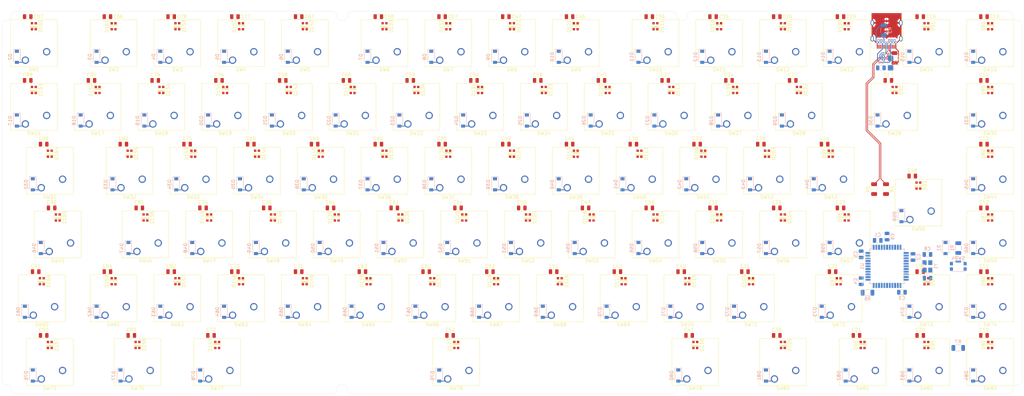
<source format=kicad_pcb>
(kicad_pcb (version 20171130) (host pcbnew 5.1.10)

  (general
    (thickness 1.6)
    (drawings 48)
    (tracks 272)
    (zones 0)
    (modules 362)
    (nets 216)
  )

  (page A3)
  (layers
    (0 F.Cu signal)
    (31 B.Cu signal)
    (32 B.Adhes user)
    (33 F.Adhes user)
    (34 B.Paste user)
    (35 F.Paste user)
    (36 B.SilkS user)
    (37 F.SilkS user)
    (38 B.Mask user)
    (39 F.Mask user)
    (40 Dwgs.User user)
    (41 Cmts.User user)
    (42 Eco1.User user)
    (43 Eco2.User user)
    (44 Edge.Cuts user)
    (45 Margin user)
    (46 B.CrtYd user)
    (47 F.CrtYd user)
    (48 B.Fab user)
    (49 F.Fab user)
  )

  (setup
    (last_trace_width 0.25)
    (trace_clearance 0.2)
    (zone_clearance 0.508)
    (zone_45_only no)
    (trace_min 0.2)
    (via_size 0.8)
    (via_drill 0.4)
    (via_min_size 0.6)
    (via_min_drill 0.3)
    (uvia_size 0.3)
    (uvia_drill 0.1)
    (uvias_allowed no)
    (uvia_min_size 0.2)
    (uvia_min_drill 0.1)
    (edge_width 0.05)
    (segment_width 0.2)
    (pcb_text_width 0.3)
    (pcb_text_size 1.5 1.5)
    (mod_edge_width 0.12)
    (mod_text_size 1 1)
    (mod_text_width 0.15)
    (pad_size 1.7 0.55)
    (pad_drill 0)
    (pad_to_mask_clearance 0.051)
    (solder_mask_min_width 0.25)
    (aux_axis_origin 0 0)
    (visible_elements FFFFF77F)
    (pcbplotparams
      (layerselection 0x010fc_ffffffff)
      (usegerberextensions false)
      (usegerberattributes false)
      (usegerberadvancedattributes false)
      (creategerberjobfile false)
      (excludeedgelayer true)
      (linewidth 0.100000)
      (plotframeref false)
      (viasonmask false)
      (mode 1)
      (useauxorigin false)
      (hpglpennumber 1)
      (hpglpenspeed 20)
      (hpglpendiameter 15.000000)
      (psnegative false)
      (psa4output false)
      (plotreference true)
      (plotvalue true)
      (plotinvisibletext false)
      (padsonsilk false)
      (subtractmaskfromsilk false)
      (outputformat 1)
      (mirror false)
      (drillshape 1)
      (scaleselection 1)
      (outputdirectory ""))
  )

  (net 0 "")
  (net 1 GND)
  (net 2 +5V)
  (net 3 "Net-(C7-Pad1)")
  (net 4 "Net-(C8-Pad2)")
  (net 5 "Net-(C9-Pad1)")
  (net 6 RST)
  (net 7 ROW0)
  (net 8 "Net-(D2-Pad2)")
  (net 9 "Net-(D3-Pad2)")
  (net 10 "Net-(D4-Pad2)")
  (net 11 "Net-(D5-Pad2)")
  (net 12 "Net-(D6-Pad2)")
  (net 13 "Net-(D7-Pad2)")
  (net 14 "Net-(D8-Pad2)")
  (net 15 "Net-(D9-Pad2)")
  (net 16 "Net-(D10-Pad2)")
  (net 17 "Net-(D11-Pad2)")
  (net 18 "Net-(D12-Pad2)")
  (net 19 "Net-(D13-Pad2)")
  (net 20 "Net-(D14-Pad2)")
  (net 21 "Net-(D15-Pad2)")
  (net 22 "Net-(D16-Pad2)")
  (net 23 ROW1)
  (net 24 "Net-(D17-Pad2)")
  (net 25 "Net-(D18-Pad2)")
  (net 26 "Net-(D19-Pad2)")
  (net 27 "Net-(D20-Pad2)")
  (net 28 "Net-(D21-Pad2)")
  (net 29 "Net-(D22-Pad2)")
  (net 30 "Net-(D23-Pad2)")
  (net 31 "Net-(D24-Pad2)")
  (net 32 "Net-(D25-Pad2)")
  (net 33 "Net-(D26-Pad2)")
  (net 34 "Net-(D27-Pad2)")
  (net 35 "Net-(D28-Pad2)")
  (net 36 "Net-(D29-Pad2)")
  (net 37 "Net-(D30-Pad2)")
  (net 38 "Net-(D31-Pad2)")
  (net 39 "Net-(D32-Pad2)")
  (net 40 ROW2)
  (net 41 "Net-(D33-Pad2)")
  (net 42 "Net-(D34-Pad2)")
  (net 43 "Net-(D35-Pad2)")
  (net 44 "Net-(D36-Pad2)")
  (net 45 "Net-(D37-Pad2)")
  (net 46 "Net-(D38-Pad2)")
  (net 47 "Net-(D39-Pad2)")
  (net 48 "Net-(D40-Pad2)")
  (net 49 "Net-(D41-Pad2)")
  (net 50 "Net-(D42-Pad2)")
  (net 51 "Net-(D43-Pad2)")
  (net 52 "Net-(D44-Pad2)")
  (net 53 "Net-(D45-Pad2)")
  (net 54 "Net-(D46-Pad2)")
  (net 55 ROW3)
  (net 56 "Net-(D47-Pad2)")
  (net 57 "Net-(D48-Pad2)")
  (net 58 "Net-(D49-Pad2)")
  (net 59 "Net-(D50-Pad2)")
  (net 60 "Net-(D51-Pad2)")
  (net 61 "Net-(D52-Pad2)")
  (net 62 "Net-(D53-Pad2)")
  (net 63 "Net-(D54-Pad2)")
  (net 64 "Net-(D55-Pad2)")
  (net 65 "Net-(D56-Pad2)")
  (net 66 "Net-(D57-Pad2)")
  (net 67 "Net-(D58-Pad2)")
  (net 68 "Net-(D59-Pad2)")
  (net 69 "Net-(D60-Pad2)")
  (net 70 ROW4)
  (net 71 "Net-(D61-Pad2)")
  (net 72 "Net-(D62-Pad2)")
  (net 73 "Net-(D63-Pad2)")
  (net 74 "Net-(D64-Pad2)")
  (net 75 "Net-(D65-Pad2)")
  (net 76 "Net-(D66-Pad2)")
  (net 77 "Net-(D67-Pad2)")
  (net 78 "Net-(D68-Pad2)")
  (net 79 "Net-(D69-Pad2)")
  (net 80 "Net-(D70-Pad2)")
  (net 81 "Net-(D71-Pad2)")
  (net 82 "Net-(D72-Pad2)")
  (net 83 "Net-(D73-Pad2)")
  (net 84 "Net-(D74-Pad2)")
  (net 85 "Net-(D75-Pad2)")
  (net 86 ROW5)
  (net 87 "Net-(D76-Pad2)")
  (net 88 "Net-(D77-Pad2)")
  (net 89 "Net-(D78-Pad2)")
  (net 90 "Net-(D79-Pad2)")
  (net 91 "Net-(D80-Pad2)")
  (net 92 "Net-(D81-Pad2)")
  (net 93 "Net-(D82-Pad2)")
  (net 94 "Net-(D83-Pad2)")
  (net 95 "Net-(D84-Pad2)")
  (net 96 "Net-(D85-Pad2)")
  (net 97 DIN)
  (net 98 "Net-(D86-Pad2)")
  (net 99 "Net-(D87-Pad2)")
  (net 100 "Net-(D88-Pad2)")
  (net 101 "Net-(D89-Pad2)")
  (net 102 "Net-(D90-Pad2)")
  (net 103 "Net-(D91-Pad2)")
  (net 104 "Net-(D92-Pad2)")
  (net 105 "Net-(D93-Pad2)")
  (net 106 "Net-(D94-Pad2)")
  (net 107 "Net-(D95-Pad2)")
  (net 108 "Net-(D96-Pad2)")
  (net 109 "Net-(D97-Pad2)")
  (net 110 "Net-(D98-Pad2)")
  (net 111 "Net-(D100-Pad4)")
  (net 112 "Net-(D100-Pad2)")
  (net 113 "Net-(D101-Pad2)")
  (net 114 "Net-(D102-Pad2)")
  (net 115 "Net-(D103-Pad2)")
  (net 116 "Net-(D104-Pad2)")
  (net 117 "Net-(D105-Pad2)")
  (net 118 "Net-(D106-Pad2)")
  (net 119 "Net-(D107-Pad2)")
  (net 120 "Net-(D108-Pad2)")
  (net 121 "Net-(D109-Pad2)")
  (net 122 "Net-(D110-Pad2)")
  (net 123 "Net-(D111-Pad2)")
  (net 124 "Net-(D112-Pad2)")
  (net 125 "Net-(D113-Pad2)")
  (net 126 "Net-(D114-Pad2)")
  (net 127 "Net-(D115-Pad2)")
  (net 128 "Net-(D116-Pad2)")
  (net 129 "Net-(D117-Pad2)")
  (net 130 "Net-(D118-Pad2)")
  (net 131 "Net-(D119-Pad2)")
  (net 132 "Net-(D120-Pad2)")
  (net 133 "Net-(D121-Pad2)")
  (net 134 "Net-(D122-Pad2)")
  (net 135 "Net-(D123-Pad2)")
  (net 136 "Net-(D124-Pad2)")
  (net 137 "Net-(D125-Pad2)")
  (net 138 "Net-(D126-Pad2)")
  (net 139 "Net-(D127-Pad2)")
  (net 140 "Net-(D128-Pad2)")
  (net 141 "Net-(D129-Pad2)")
  (net 142 "Net-(D130-Pad2)")
  (net 143 "Net-(D131-Pad2)")
  (net 144 "Net-(D132-Pad2)")
  (net 145 "Net-(D133-Pad2)")
  (net 146 "Net-(D134-Pad2)")
  (net 147 "Net-(D135-Pad2)")
  (net 148 "Net-(D136-Pad2)")
  (net 149 "Net-(D137-Pad2)")
  (net 150 "Net-(D138-Pad2)")
  (net 151 "Net-(D139-Pad2)")
  (net 152 "Net-(D140-Pad2)")
  (net 153 "Net-(D141-Pad2)")
  (net 154 "Net-(D142-Pad2)")
  (net 155 "Net-(D143-Pad2)")
  (net 156 "Net-(D144-Pad2)")
  (net 157 "Net-(D145-Pad2)")
  (net 158 "Net-(D146-Pad2)")
  (net 159 "Net-(D147-Pad2)")
  (net 160 "Net-(D148-Pad2)")
  (net 161 "Net-(D149-Pad2)")
  (net 162 "Net-(D150-Pad2)")
  (net 163 "Net-(D151-Pad2)")
  (net 164 "Net-(D152-Pad2)")
  (net 165 "Net-(D153-Pad2)")
  (net 166 "Net-(D154-Pad2)")
  (net 167 "Net-(D155-Pad2)")
  (net 168 "Net-(D156-Pad2)")
  (net 169 "Net-(D157-Pad2)")
  (net 170 "Net-(D158-Pad2)")
  (net 171 "Net-(D159-Pad2)")
  (net 172 "Net-(D160-Pad2)")
  (net 173 "Net-(D161-Pad2)")
  (net 174 "Net-(D162-Pad2)")
  (net 175 "Net-(D163-Pad2)")
  (net 176 "Net-(D164-Pad2)")
  (net 177 "Net-(D165-Pad2)")
  (net 178 "Net-(D166-Pad2)")
  (net 179 "Net-(D167-Pad2)")
  (net 180 "Net-(F1-Pad2)")
  (net 181 COL02)
  (net 182 COL00)
  (net 183 COL01)
  (net 184 D-)
  (net 185 D+)
  (net 186 "Net-(R6-Pad2)")
  (net 187 COL03)
  (net 188 COL04)
  (net 189 COL06)
  (net 190 COL07)
  (net 191 COL08)
  (net 192 COL09)
  (net 193 COL10)
  (net 194 COL11)
  (net 195 COL12)
  (net 196 COL13)
  (net 197 COL14)
  (net 198 COL15)
  (net 199 COL05)
  (net 200 "Net-(U1-Pad1)")
  (net 201 "Net-(U1-Pad42)")
  (net 202 "Net-(R7-Pad2)")
  (net 203 "Net-(J1-PadB11)")
  (net 204 "Net-(J1-PadB2)")
  (net 205 "Net-(J1-PadB5)")
  (net 206 "Net-(J1-PadB8)")
  (net 207 "Net-(J1-PadB3)")
  (net 208 "Net-(J1-PadB10)")
  (net 209 "Net-(J1-PadA2)")
  (net 210 "Net-(J1-PadA3)")
  (net 211 "Net-(J1-PadA5)")
  (net 212 "Net-(J1-PadA8)")
  (net 213 "Net-(J1-PadA10)")
  (net 214 "Net-(J1-PadA11)")
  (net 215 "Net-(U1-Pad12)")

  (net_class Default "Dies ist die voreingestellte Netzklasse."
    (clearance 0.2)
    (trace_width 0.25)
    (via_dia 0.8)
    (via_drill 0.4)
    (uvia_dia 0.3)
    (uvia_drill 0.1)
    (add_net +5V)
    (add_net COL00)
    (add_net COL01)
    (add_net COL02)
    (add_net COL03)
    (add_net COL04)
    (add_net COL05)
    (add_net COL06)
    (add_net COL07)
    (add_net COL08)
    (add_net COL09)
    (add_net COL10)
    (add_net COL11)
    (add_net COL12)
    (add_net COL13)
    (add_net COL14)
    (add_net COL15)
    (add_net D+)
    (add_net D-)
    (add_net DIN)
    (add_net GND)
    (add_net "Net-(C7-Pad1)")
    (add_net "Net-(C8-Pad2)")
    (add_net "Net-(C9-Pad1)")
    (add_net "Net-(D10-Pad2)")
    (add_net "Net-(D100-Pad2)")
    (add_net "Net-(D100-Pad4)")
    (add_net "Net-(D101-Pad2)")
    (add_net "Net-(D102-Pad2)")
    (add_net "Net-(D103-Pad2)")
    (add_net "Net-(D104-Pad2)")
    (add_net "Net-(D105-Pad2)")
    (add_net "Net-(D106-Pad2)")
    (add_net "Net-(D107-Pad2)")
    (add_net "Net-(D108-Pad2)")
    (add_net "Net-(D109-Pad2)")
    (add_net "Net-(D11-Pad2)")
    (add_net "Net-(D110-Pad2)")
    (add_net "Net-(D111-Pad2)")
    (add_net "Net-(D112-Pad2)")
    (add_net "Net-(D113-Pad2)")
    (add_net "Net-(D114-Pad2)")
    (add_net "Net-(D115-Pad2)")
    (add_net "Net-(D116-Pad2)")
    (add_net "Net-(D117-Pad2)")
    (add_net "Net-(D118-Pad2)")
    (add_net "Net-(D119-Pad2)")
    (add_net "Net-(D12-Pad2)")
    (add_net "Net-(D120-Pad2)")
    (add_net "Net-(D121-Pad2)")
    (add_net "Net-(D122-Pad2)")
    (add_net "Net-(D123-Pad2)")
    (add_net "Net-(D124-Pad2)")
    (add_net "Net-(D125-Pad2)")
    (add_net "Net-(D126-Pad2)")
    (add_net "Net-(D127-Pad2)")
    (add_net "Net-(D128-Pad2)")
    (add_net "Net-(D129-Pad2)")
    (add_net "Net-(D13-Pad2)")
    (add_net "Net-(D130-Pad2)")
    (add_net "Net-(D131-Pad2)")
    (add_net "Net-(D132-Pad2)")
    (add_net "Net-(D133-Pad2)")
    (add_net "Net-(D134-Pad2)")
    (add_net "Net-(D135-Pad2)")
    (add_net "Net-(D136-Pad2)")
    (add_net "Net-(D137-Pad2)")
    (add_net "Net-(D138-Pad2)")
    (add_net "Net-(D139-Pad2)")
    (add_net "Net-(D14-Pad2)")
    (add_net "Net-(D140-Pad2)")
    (add_net "Net-(D141-Pad2)")
    (add_net "Net-(D142-Pad2)")
    (add_net "Net-(D143-Pad2)")
    (add_net "Net-(D144-Pad2)")
    (add_net "Net-(D145-Pad2)")
    (add_net "Net-(D146-Pad2)")
    (add_net "Net-(D147-Pad2)")
    (add_net "Net-(D148-Pad2)")
    (add_net "Net-(D149-Pad2)")
    (add_net "Net-(D15-Pad2)")
    (add_net "Net-(D150-Pad2)")
    (add_net "Net-(D151-Pad2)")
    (add_net "Net-(D152-Pad2)")
    (add_net "Net-(D153-Pad2)")
    (add_net "Net-(D154-Pad2)")
    (add_net "Net-(D155-Pad2)")
    (add_net "Net-(D156-Pad2)")
    (add_net "Net-(D157-Pad2)")
    (add_net "Net-(D158-Pad2)")
    (add_net "Net-(D159-Pad2)")
    (add_net "Net-(D16-Pad2)")
    (add_net "Net-(D160-Pad2)")
    (add_net "Net-(D161-Pad2)")
    (add_net "Net-(D162-Pad2)")
    (add_net "Net-(D163-Pad2)")
    (add_net "Net-(D164-Pad2)")
    (add_net "Net-(D165-Pad2)")
    (add_net "Net-(D166-Pad2)")
    (add_net "Net-(D167-Pad2)")
    (add_net "Net-(D17-Pad2)")
    (add_net "Net-(D18-Pad2)")
    (add_net "Net-(D19-Pad2)")
    (add_net "Net-(D2-Pad2)")
    (add_net "Net-(D20-Pad2)")
    (add_net "Net-(D21-Pad2)")
    (add_net "Net-(D22-Pad2)")
    (add_net "Net-(D23-Pad2)")
    (add_net "Net-(D24-Pad2)")
    (add_net "Net-(D25-Pad2)")
    (add_net "Net-(D26-Pad2)")
    (add_net "Net-(D27-Pad2)")
    (add_net "Net-(D28-Pad2)")
    (add_net "Net-(D29-Pad2)")
    (add_net "Net-(D3-Pad2)")
    (add_net "Net-(D30-Pad2)")
    (add_net "Net-(D31-Pad2)")
    (add_net "Net-(D32-Pad2)")
    (add_net "Net-(D33-Pad2)")
    (add_net "Net-(D34-Pad2)")
    (add_net "Net-(D35-Pad2)")
    (add_net "Net-(D36-Pad2)")
    (add_net "Net-(D37-Pad2)")
    (add_net "Net-(D38-Pad2)")
    (add_net "Net-(D39-Pad2)")
    (add_net "Net-(D4-Pad2)")
    (add_net "Net-(D40-Pad2)")
    (add_net "Net-(D41-Pad2)")
    (add_net "Net-(D42-Pad2)")
    (add_net "Net-(D43-Pad2)")
    (add_net "Net-(D44-Pad2)")
    (add_net "Net-(D45-Pad2)")
    (add_net "Net-(D46-Pad2)")
    (add_net "Net-(D47-Pad2)")
    (add_net "Net-(D48-Pad2)")
    (add_net "Net-(D49-Pad2)")
    (add_net "Net-(D5-Pad2)")
    (add_net "Net-(D50-Pad2)")
    (add_net "Net-(D51-Pad2)")
    (add_net "Net-(D52-Pad2)")
    (add_net "Net-(D53-Pad2)")
    (add_net "Net-(D54-Pad2)")
    (add_net "Net-(D55-Pad2)")
    (add_net "Net-(D56-Pad2)")
    (add_net "Net-(D57-Pad2)")
    (add_net "Net-(D58-Pad2)")
    (add_net "Net-(D59-Pad2)")
    (add_net "Net-(D6-Pad2)")
    (add_net "Net-(D60-Pad2)")
    (add_net "Net-(D61-Pad2)")
    (add_net "Net-(D62-Pad2)")
    (add_net "Net-(D63-Pad2)")
    (add_net "Net-(D64-Pad2)")
    (add_net "Net-(D65-Pad2)")
    (add_net "Net-(D66-Pad2)")
    (add_net "Net-(D67-Pad2)")
    (add_net "Net-(D68-Pad2)")
    (add_net "Net-(D69-Pad2)")
    (add_net "Net-(D7-Pad2)")
    (add_net "Net-(D70-Pad2)")
    (add_net "Net-(D71-Pad2)")
    (add_net "Net-(D72-Pad2)")
    (add_net "Net-(D73-Pad2)")
    (add_net "Net-(D74-Pad2)")
    (add_net "Net-(D75-Pad2)")
    (add_net "Net-(D76-Pad2)")
    (add_net "Net-(D77-Pad2)")
    (add_net "Net-(D78-Pad2)")
    (add_net "Net-(D79-Pad2)")
    (add_net "Net-(D8-Pad2)")
    (add_net "Net-(D80-Pad2)")
    (add_net "Net-(D81-Pad2)")
    (add_net "Net-(D82-Pad2)")
    (add_net "Net-(D83-Pad2)")
    (add_net "Net-(D84-Pad2)")
    (add_net "Net-(D85-Pad2)")
    (add_net "Net-(D86-Pad2)")
    (add_net "Net-(D87-Pad2)")
    (add_net "Net-(D88-Pad2)")
    (add_net "Net-(D89-Pad2)")
    (add_net "Net-(D9-Pad2)")
    (add_net "Net-(D90-Pad2)")
    (add_net "Net-(D91-Pad2)")
    (add_net "Net-(D92-Pad2)")
    (add_net "Net-(D93-Pad2)")
    (add_net "Net-(D94-Pad2)")
    (add_net "Net-(D95-Pad2)")
    (add_net "Net-(D96-Pad2)")
    (add_net "Net-(D97-Pad2)")
    (add_net "Net-(D98-Pad2)")
    (add_net "Net-(F1-Pad2)")
    (add_net "Net-(J1-PadA10)")
    (add_net "Net-(J1-PadA11)")
    (add_net "Net-(J1-PadA2)")
    (add_net "Net-(J1-PadA3)")
    (add_net "Net-(J1-PadA5)")
    (add_net "Net-(J1-PadA8)")
    (add_net "Net-(J1-PadB10)")
    (add_net "Net-(J1-PadB11)")
    (add_net "Net-(J1-PadB2)")
    (add_net "Net-(J1-PadB3)")
    (add_net "Net-(J1-PadB5)")
    (add_net "Net-(J1-PadB8)")
    (add_net "Net-(R6-Pad2)")
    (add_net "Net-(R7-Pad2)")
    (add_net "Net-(U1-Pad1)")
    (add_net "Net-(U1-Pad12)")
    (add_net "Net-(U1-Pad42)")
    (add_net ROW0)
    (add_net ROW1)
    (add_net ROW2)
    (add_net ROW3)
    (add_net ROW4)
    (add_net ROW5)
    (add_net RST)
  )

  (module Button_Switch_Keyboard:SW_Cherry_MX_ISOEnter_PCB (layer F.Cu) (tedit 60E88C41) (tstamp 5F160517)
    (at 309.40375 100.33 180)
    (descr "Cherry MX keyswitch, ISO Enter, PCB mount, http://cherryamericas.com/wp-content/uploads/2014/12/mx_cat.pdf")
    (tags "Cherry MX keyswitch ISO enter PCB")
    (path /5F51BE8C/5F51CE2C)
    (fp_text reference SW58 (at -2.54 -2.794 180) (layer F.SilkS)
      (effects (font (size 1 1) (thickness 0.15)))
    )
    (fp_text value MX1A-G1NA (at -2.286 13.208 180) (layer F.Fab)
      (effects (font (size 1 1) (thickness 0.15)))
    )
    (fp_line (start -8.89 -1.27) (end 3.81 -1.27) (layer F.Fab) (width 0.1))
    (fp_line (start 3.81 -1.27) (end 3.81 11.43) (layer F.Fab) (width 0.1))
    (fp_line (start 3.81 11.43) (end -8.89 11.43) (layer F.Fab) (width 0.1))
    (fp_line (start -8.89 11.43) (end -8.89 -1.27) (layer F.Fab) (width 0.1))
    (fp_line (start -9.14 11.68) (end -9.14 -1.52) (layer F.CrtYd) (width 0.05))
    (fp_line (start 4.06 11.68) (end -9.14 11.68) (layer F.CrtYd) (width 0.05))
    (fp_line (start 4.06 -1.52) (end 4.06 11.68) (layer F.CrtYd) (width 0.05))
    (fp_line (start -9.14 -1.52) (end 4.06 -1.52) (layer F.CrtYd) (width 0.05))
    (fp_line (start 9.36625 -13.97) (end 9.36625 5.08) (layer Dwgs.User) (width 0.15))
    (fp_line (start 14.12875 24.13) (end -14.44625 24.13) (layer Dwgs.User) (width 0.15))
    (fp_line (start -14.44625 24.13) (end -14.44625 -13.97) (layer Dwgs.User) (width 0.15))
    (fp_line (start -14.44625 -13.97) (end 9.36625 -13.97) (layer Dwgs.User) (width 0.15))
    (fp_line (start 14.12875 5.08) (end 14.12875 24.13) (layer Dwgs.User) (width 0.15))
    (fp_line (start 9.36625 5.08) (end 14.12875 5.08) (layer Dwgs.User) (width 0.15))
    (fp_line (start -9.525 -1.905) (end 4.445 -1.905) (layer F.SilkS) (width 0.12))
    (fp_line (start 4.445 -1.905) (end 4.445 12.065) (layer F.SilkS) (width 0.12))
    (fp_line (start 4.445 12.065) (end -9.525 12.065) (layer F.SilkS) (width 0.12))
    (fp_line (start -9.525 12.065) (end -9.525 -1.905) (layer F.SilkS) (width 0.12))
    (fp_text user %R (at -2.54 -2.794 180) (layer F.Fab)
      (effects (font (size 1 1) (thickness 0.15)))
    )
    (pad 1 thru_hole circle (at 0 0 180) (size 2.2 2.2) (drill 1.5) (layers *.Cu *.Mask)
      (net 68 "Net-(D59-Pad2)"))
    (pad 2 thru_hole circle (at -6.35 2.54 180) (size 2.2 2.2) (drill 1.5) (layers *.Cu *.Mask)
      (net 197 COL14))
    (pad "" np_thru_hole circle (at -2.54 5.08 180) (size 4 4) (drill 4) (layers *.Cu *.Mask))
    (pad "" np_thru_hole circle (at -7.62 5.08 180) (size 1.7 1.7) (drill 1.7) (layers *.Cu *.Mask))
    (pad "" np_thru_hole circle (at 2.54 5.08 180) (size 1.7 1.7) (drill 1.7) (layers *.Cu *.Mask))
    (model ${KISYS3DMOD}/Button_Switch_Keyboard.3dshapes/SW_Cherry_MX_ISOEnter_PCB.wrl
      (at (xyz 0 0 0))
      (scale (xyz 1 1 1))
      (rotate (xyz 0 0 0))
    )
  )

  (module Button_Switch_Keyboard:SW_Cherry_MX_2.00u_PCB (layer F.Cu) (tedit 60E88B61) (tstamp 5F16021F)
    (at 302.26 71.755 180)
    (descr "Cherry MX keyswitch, 2.00u, PCB mount, http://cherryamericas.com/wp-content/uploads/2014/12/mx_cat.pdf")
    (tags "Cherry MX keyswitch 2.00u PCB")
    (path /5F51BE8C/5F51CE0E)
    (fp_text reference SW29 (at -2.54 -2.794 180) (layer F.SilkS)
      (effects (font (size 1 1) (thickness 0.15)))
    )
    (fp_text value MX1A-G1NA (at -2.54 12.954 180) (layer F.Fab)
      (effects (font (size 1 1) (thickness 0.15)))
    )
    (fp_line (start -8.89 -1.27) (end 3.81 -1.27) (layer F.Fab) (width 0.1))
    (fp_line (start 3.81 -1.27) (end 3.81 11.43) (layer F.Fab) (width 0.1))
    (fp_line (start 3.81 11.43) (end -8.89 11.43) (layer F.Fab) (width 0.1))
    (fp_line (start -8.89 11.43) (end -8.89 -1.27) (layer F.Fab) (width 0.1))
    (fp_line (start -9.14 11.68) (end -9.14 -1.52) (layer F.CrtYd) (width 0.05))
    (fp_line (start 4.06 11.68) (end -9.14 11.68) (layer F.CrtYd) (width 0.05))
    (fp_line (start 4.06 -1.52) (end 4.06 11.68) (layer F.CrtYd) (width 0.05))
    (fp_line (start -9.14 -1.52) (end 4.06 -1.52) (layer F.CrtYd) (width 0.05))
    (fp_line (start -21.59 -4.445) (end 16.51 -4.445) (layer Dwgs.User) (width 0.15))
    (fp_line (start 16.51 -4.445) (end 16.51 14.605) (layer Dwgs.User) (width 0.15))
    (fp_line (start 16.51 14.605) (end -21.59 14.605) (layer Dwgs.User) (width 0.15))
    (fp_line (start -21.59 14.605) (end -21.59 -4.445) (layer Dwgs.User) (width 0.15))
    (fp_line (start -9.525 -1.905) (end 4.445 -1.905) (layer F.SilkS) (width 0.12))
    (fp_line (start 4.445 -1.905) (end 4.445 12.065) (layer F.SilkS) (width 0.12))
    (fp_line (start 4.445 12.065) (end -9.525 12.065) (layer F.SilkS) (width 0.12))
    (fp_line (start -9.525 12.065) (end -9.525 -1.905) (layer F.SilkS) (width 0.12))
    (fp_text user %R (at -2.54 -2.794 180) (layer F.Fab)
      (effects (font (size 1 1) (thickness 0.15)))
    )
    (pad 1 thru_hole circle (at 0 0 180) (size 2.2 2.2) (drill 1.5) (layers *.Cu *.Mask)
      (net 37 "Net-(D30-Pad2)"))
    (pad 2 thru_hole circle (at -6.35 2.54 180) (size 2.2 2.2) (drill 1.5) (layers *.Cu *.Mask)
      (net 197 COL14))
    (pad "" np_thru_hole circle (at -2.54 5.08 180) (size 4 4) (drill 4) (layers *.Cu *.Mask))
    (pad "" np_thru_hole circle (at -7.62 5.08 180) (size 1.7 1.7) (drill 1.7) (layers *.Cu *.Mask))
    (pad "" np_thru_hole circle (at 2.54 5.08 180) (size 1.7 1.7) (drill 1.7) (layers *.Cu *.Mask))
    (model ${KISYS3DMOD}/Button_Switch_Keyboard.3dshapes/SW_Cherry_MX_2.00u_PCB.wrl
      (at (xyz 0 0 0))
      (scale (xyz 1 1 1))
      (rotate (xyz 0 0 0))
    )
  )

  (module Button_Switch_Keyboard:SW_Cherry_MX_6.25u_PCB (layer F.Cu) (tedit 60E88B4A) (tstamp 5F160723)
    (at 171.29125 147.955 180)
    (descr "Cherry MX keyswitch, 6.25u, PCB mount, http://cherryamericas.com/wp-content/uploads/2014/12/mx_cat.pdf")
    (tags "Cherry MX keyswitch 6.25u PCB")
    (path /5F51BE8C/5F84AEA9)
    (fp_text reference SW78 (at -2.54 -2.794 180) (layer F.SilkS)
      (effects (font (size 1 1) (thickness 0.15)))
    )
    (fp_text value MX1A-G1NA (at -2.54 12.954 180) (layer F.Fab)
      (effects (font (size 1 1) (thickness 0.15)))
    )
    (fp_line (start -8.89 -1.27) (end 3.81 -1.27) (layer F.Fab) (width 0.1))
    (fp_line (start 3.81 -1.27) (end 3.81 11.43) (layer F.Fab) (width 0.1))
    (fp_line (start 3.81 11.43) (end -8.89 11.43) (layer F.Fab) (width 0.1))
    (fp_line (start -8.89 11.43) (end -8.89 -1.27) (layer F.Fab) (width 0.1))
    (fp_line (start -9.14 11.68) (end -9.14 -1.52) (layer F.CrtYd) (width 0.05))
    (fp_line (start 4.06 11.68) (end -9.14 11.68) (layer F.CrtYd) (width 0.05))
    (fp_line (start 4.06 -1.52) (end 4.06 11.68) (layer F.CrtYd) (width 0.05))
    (fp_line (start -9.14 -1.52) (end 4.06 -1.52) (layer F.CrtYd) (width 0.05))
    (fp_line (start -62.07125 -4.445) (end 56.99125 -4.445) (layer Dwgs.User) (width 0.15))
    (fp_line (start 56.99125 -4.445) (end 56.99125 14.605) (layer Dwgs.User) (width 0.15))
    (fp_line (start 56.99125 14.605) (end -62.07125 14.605) (layer Dwgs.User) (width 0.15))
    (fp_line (start -62.07125 14.605) (end -62.07125 -4.445) (layer Dwgs.User) (width 0.15))
    (fp_line (start -9.525 -1.905) (end 4.445 -1.905) (layer F.SilkS) (width 0.12))
    (fp_line (start 4.445 -1.905) (end 4.445 12.065) (layer F.SilkS) (width 0.12))
    (fp_line (start 4.445 12.065) (end -9.525 12.065) (layer F.SilkS) (width 0.12))
    (fp_line (start -9.525 12.065) (end -9.525 -1.905) (layer F.SilkS) (width 0.12))
    (fp_text user %R (at -2.54 -2.794 180) (layer F.Fab)
      (effects (font (size 1 1) (thickness 0.15)))
    )
    (pad 1 thru_hole circle (at 0 0 180) (size 2.2 2.2) (drill 1.5) (layers *.Cu *.Mask)
      (net 90 "Net-(D79-Pad2)"))
    (pad 2 thru_hole circle (at -6.35 2.54 180) (size 2.2 2.2) (drill 1.5) (layers *.Cu *.Mask)
      (net 190 COL07))
    (pad "" np_thru_hole circle (at -2.54 5.08 180) (size 4 4) (drill 4) (layers *.Cu *.Mask))
    (pad "" np_thru_hole circle (at -7.62 5.08 180) (size 1.7 1.7) (drill 1.7) (layers *.Cu *.Mask))
    (pad "" np_thru_hole circle (at 2.54 5.08 180) (size 1.7 1.7) (drill 1.7) (layers *.Cu *.Mask))
    (model ${KISYS3DMOD}/Button_Switch_Keyboard.3dshapes/SW_Cherry_MX_6.25u_PCB.wrl
      (at (xyz 0 0 0))
      (scale (xyz 1 1 1))
      (rotate (xyz 0 0 0))
    )
  )

  (module MountingHole:MountingHole_3.2mm_M3 (layer F.Cu) (tedit 60E8488E) (tstamp 60E8A97D)
    (at 341.8 151.3)
    (descr "Mounting Hole 3.4mm, no annular, M3")
    (tags "mounting hole 3.4mm no annular m3")
    (attr virtual)
    (fp_text reference REF** (at 0 -4.2) (layer F.SilkS) hide
      (effects (font (size 1 1) (thickness 0.15)))
    )
    (fp_text value MountingHole_3.4mm_M3 (at 0 4.2) (layer F.Fab) hide
      (effects (font (size 1 1) (thickness 0.15)))
    )
    (pad "" smd circle (at 0 0) (size 3.4 3.4) (layers *.Paste))
  )

  (module MountingHole:MountingHole_3.2mm_M3 (layer F.Cu) (tedit 60E8488E) (tstamp 60E8A94A)
    (at 341.8 39.2)
    (descr "Mounting Hole 3.4mm, no annular, M3")
    (tags "mounting hole 3.4mm no annular m3")
    (attr virtual)
    (fp_text reference REF** (at 0 -4.2) (layer F.SilkS) hide
      (effects (font (size 1 1) (thickness 0.15)))
    )
    (fp_text value MountingHole_3.4mm_M3 (at 0 4.2) (layer F.Fab) hide
      (effects (font (size 1 1) (thickness 0.15)))
    )
    (pad "" smd circle (at 0 0) (size 3.4 3.4) (layers *.Paste))
  )

  (module MountingHole:MountingHole_3.2mm_M3 (layer F.Cu) (tedit 60E8488E) (tstamp 60E8A92F)
    (at 39.2 151.3)
    (descr "Mounting Hole 3.4mm, no annular, M3")
    (tags "mounting hole 3.4mm no annular m3")
    (attr virtual)
    (fp_text reference REF** (at 0 -4.2) (layer F.SilkS) hide
      (effects (font (size 1 1) (thickness 0.15)))
    )
    (fp_text value MountingHole_3.4mm_M3 (at 0 4.2) (layer F.Fab) hide
      (effects (font (size 1 1) (thickness 0.15)))
    )
    (pad "" smd circle (at 0 0) (size 3.4 3.4) (layers *.Paste))
  )

  (module MountingHole:MountingHole_3.2mm_M3 (layer F.Cu) (tedit 60E8488E) (tstamp 60E8A8F8)
    (at 39.2 39.2)
    (descr "Mounting Hole 3.4mm, no annular, M3")
    (tags "mounting hole 3.4mm no annular m3")
    (attr virtual)
    (fp_text reference REF** (at 0 -4.2) (layer F.SilkS) hide
      (effects (font (size 1 1) (thickness 0.15)))
    )
    (fp_text value MountingHole_3.4mm_M3 (at 0 4.2) (layer F.Fab) hide
      (effects (font (size 1 1) (thickness 0.15)))
    )
    (pad "" smd circle (at 0 0) (size 3.4 3.4) (layers *.Paste))
  )

  (module MountingHole:MountingHole_3.2mm_M3 (layer F.Cu) (tedit 60E8488E) (tstamp 60E8A1A1)
    (at 241.3 151.3)
    (descr "Mounting Hole 3.4mm, no annular, M3")
    (tags "mounting hole 3.4mm no annular m3")
    (attr virtual)
    (fp_text reference REF** (at 0 -4.2) (layer F.SilkS) hide
      (effects (font (size 1 1) (thickness 0.15)))
    )
    (fp_text value MountingHole_3.4mm_M3 (at 0 4.2) (layer F.Fab) hide
      (effects (font (size 1 1) (thickness 0.15)))
    )
    (pad "" smd circle (at 0 0) (size 3.4 3.4) (layers *.Paste))
  )

  (module MountingHole:MountingHole_3.2mm_M3 (layer F.Cu) (tedit 60E8488E) (tstamp 60E8A18C)
    (at 139.7 151.3)
    (descr "Mounting Hole 3.4mm, no annular, M3")
    (tags "mounting hole 3.4mm no annular m3")
    (attr virtual)
    (fp_text reference REF** (at 0 -4.2) (layer F.SilkS) hide
      (effects (font (size 1 1) (thickness 0.15)))
    )
    (fp_text value MountingHole_3.4mm_M3 (at 0 4.2) (layer F.Fab) hide
      (effects (font (size 1 1) (thickness 0.15)))
    )
    (pad "" smd circle (at 0 0) (size 3.4 3.4) (layers *.Paste))
  )

  (module MountingHole:MountingHole_3.2mm_M3 (layer F.Cu) (tedit 60E8488E) (tstamp 60E8A17F)
    (at 241.3 39.2)
    (descr "Mounting Hole 3.4mm, no annular, M3")
    (tags "mounting hole 3.4mm no annular m3")
    (attr virtual)
    (fp_text reference REF** (at 0 -4.2) (layer F.SilkS) hide
      (effects (font (size 1 1) (thickness 0.15)))
    )
    (fp_text value MountingHole_3.4mm_M3 (at 0 4.2) (layer F.Fab) hide
      (effects (font (size 1 1) (thickness 0.15)))
    )
    (pad "" smd circle (at 0 0) (size 3.4 3.4) (layers *.Paste))
  )

  (module MountingHole:MountingHole_3.2mm_M3 (layer F.Cu) (tedit 60E8488E) (tstamp 60E89FD7)
    (at 139.7 39.2)
    (descr "Mounting Hole 3.4mm, no annular, M3")
    (tags "mounting hole 3.4mm no annular m3")
    (attr virtual)
    (fp_text reference REF** (at 0 -4.2) (layer F.SilkS) hide
      (effects (font (size 1 1) (thickness 0.15)))
    )
    (fp_text value MountingHole_3.4mm_M3 (at 0 4.2) (layer F.Fab) hide
      (effects (font (size 1 1) (thickness 0.15)))
    )
    (pad "" smd circle (at 0 0) (size 3.4 3.4) (layers *.Paste))
  )

  (module Crystal:Crystal_SMD_3225-4Pin_3.2x2.5mm (layer B.Cu) (tedit 5A0FD1B2) (tstamp 60EED0B1)
    (at 314.6425 114.3 90)
    (descr "SMD Crystal SERIES SMD3225/4 http://www.txccrystal.com/images/pdf/7m-accuracy.pdf, 3.2x2.5mm^2 package")
    (tags "SMD SMT crystal")
    (path /5F294622)
    (attr smd)
    (fp_text reference Y1 (at 0 2.45 90) (layer B.SilkS)
      (effects (font (size 1 1) (thickness 0.15)) (justify mirror))
    )
    (fp_text value 16MHz (at 0 -2.45 90) (layer B.Fab)
      (effects (font (size 1 1) (thickness 0.15)) (justify mirror))
    )
    (fp_line (start 2.1 1.7) (end -2.1 1.7) (layer B.CrtYd) (width 0.05))
    (fp_line (start 2.1 -1.7) (end 2.1 1.7) (layer B.CrtYd) (width 0.05))
    (fp_line (start -2.1 -1.7) (end 2.1 -1.7) (layer B.CrtYd) (width 0.05))
    (fp_line (start -2.1 1.7) (end -2.1 -1.7) (layer B.CrtYd) (width 0.05))
    (fp_line (start -2 -1.65) (end 2 -1.65) (layer B.SilkS) (width 0.12))
    (fp_line (start -2 1.65) (end -2 -1.65) (layer B.SilkS) (width 0.12))
    (fp_line (start -1.6 -0.25) (end -0.6 -1.25) (layer B.Fab) (width 0.1))
    (fp_line (start 1.6 1.25) (end -1.6 1.25) (layer B.Fab) (width 0.1))
    (fp_line (start 1.6 -1.25) (end 1.6 1.25) (layer B.Fab) (width 0.1))
    (fp_line (start -1.6 -1.25) (end 1.6 -1.25) (layer B.Fab) (width 0.1))
    (fp_line (start -1.6 1.25) (end -1.6 -1.25) (layer B.Fab) (width 0.1))
    (fp_text user %R (at 0 0 90) (layer B.Fab)
      (effects (font (size 0.7 0.7) (thickness 0.105)) (justify mirror))
    )
    (pad 1 smd rect (at -1.1 -0.85 90) (size 1.4 1.2) (layers B.Cu B.Paste B.Mask)
      (net 3 "Net-(C7-Pad1)"))
    (pad 2 smd rect (at 1.1 -0.85 90) (size 1.4 1.2) (layers B.Cu B.Paste B.Mask)
      (net 1 GND))
    (pad 3 smd rect (at 1.1 0.85 90) (size 1.4 1.2) (layers B.Cu B.Paste B.Mask)
      (net 4 "Net-(C8-Pad2)"))
    (pad 4 smd rect (at -1.1 0.85 90) (size 1.4 1.2) (layers B.Cu B.Paste B.Mask)
      (net 1 GND))
    (model ${KISYS3DMOD}/Crystal.3dshapes/Crystal_SMD_3225-4Pin_3.2x2.5mm.wrl
      (at (xyz 0 0 0))
      (scale (xyz 1 1 1))
      (rotate (xyz 0 0 0))
    )
  )

  (module Button_Switch_SMD:SW_Push_1P1T-SH_NO_CK_KMR2xxG (layer B.Cu) (tedit 60EE1448) (tstamp 60EE10F7)
    (at 323.85 114.3 180)
    (descr "CK components KMR2 tactile switch with ground pin http://www.ckswitches.com/media/1479/kmr2.pdf")
    (tags "tactile switch kmr2")
    (path /60FEE33A)
    (attr smd)
    (fp_text reference SW84 (at 0 2.45) (layer B.SilkS)
      (effects (font (size 1 1) (thickness 0.15)) (justify mirror))
    )
    (fp_text value SW_Push (at 0 -2.55) (layer B.Fab)
      (effects (font (size 1 1) (thickness 0.15)) (justify mirror))
    )
    (fp_line (start -1.15 1.55) (end -2.2 1.55) (layer B.SilkS) (width 0.12))
    (fp_line (start -2.1 1.4) (end 2.1 1.4) (layer B.Fab) (width 0.1))
    (fp_line (start 2.1 1.4) (end 2.1 -1.4) (layer B.Fab) (width 0.1))
    (fp_line (start 2.1 -1.4) (end -2.1 -1.4) (layer B.Fab) (width 0.1))
    (fp_line (start -2.1 -1.4) (end -2.1 1.4) (layer B.Fab) (width 0.1))
    (fp_line (start 2.2 -0.05) (end 2.2 0.05) (layer B.SilkS) (width 0.12))
    (fp_line (start -2.8 1.8) (end 2.8 1.8) (layer B.CrtYd) (width 0.05))
    (fp_line (start 2.8 1.8) (end 2.8 -1.8) (layer B.CrtYd) (width 0.05))
    (fp_line (start 2.8 -1.8) (end -2.8 -1.8) (layer B.CrtYd) (width 0.05))
    (fp_line (start -2.8 -1.8) (end -2.8 1.8) (layer B.CrtYd) (width 0.05))
    (fp_circle (center 0 0) (end 0 -0.8) (layer B.Fab) (width 0.1))
    (fp_line (start -2.2 -1.55) (end 2.2 -1.55) (layer B.SilkS) (width 0.12))
    (fp_line (start 2.2 1.55) (end 1.15 1.55) (layer B.SilkS) (width 0.12))
    (fp_line (start -2.2 -0.05) (end -2.2 0.05) (layer B.SilkS) (width 0.12))
    (fp_text user %R (at 0 2.45) (layer B.Fab)
      (effects (font (size 1 1) (thickness 0.15)) (justify mirror))
    )
    (pad 2 smd rect (at 2.05 -0.8 180) (size 0.9 1) (layers B.Cu B.Paste B.Mask)
      (net 1 GND))
    (pad 1 smd rect (at 2.05 0.8 180) (size 0.9 1) (layers B.Cu B.Paste B.Mask)
      (net 6 RST))
    (pad 2 smd rect (at -2.05 -0.8 180) (size 0.9 1) (layers B.Cu B.Paste B.Mask)
      (net 1 GND))
    (pad 1 smd rect (at -2.05 0.8 180) (size 0.9 1) (layers B.Cu B.Paste B.Mask)
      (net 6 RST))
    (pad SH smd rect (at 0 1.425 180) (size 1.7 0.55) (layers B.Cu B.Paste B.Mask)
      (net 1 GND))
    (model ${KISYS3DMOD}/Button_Switch_SMD.3dshapes/SW_Push_1P1T-SH_NO_CK_KMR2xxG.wrl
      (at (xyz 0 0 0))
      (scale (xyz 1 1 1))
      (rotate (xyz 0 0 0))
    )
  )

  (module Resistor_SMD:R_1206_3216Metric (layer B.Cu) (tedit 5F68FEEE) (tstamp 5F26397F)
    (at 323.85 138.684 180)
    (descr "Resistor SMD 1206 (3216 Metric), square (rectangular) end terminal, IPC_7351 nominal, (Body size source: IPC-SM-782 page 72, https://www.pcb-3d.com/wordpress/wp-content/uploads/ipc-sm-782a_amendment_1_and_2.pdf), generated with kicad-footprint-generator")
    (tags resistor)
    (path /5F259898)
    (attr smd)
    (fp_text reference R7 (at 0 1.82) (layer B.SilkS)
      (effects (font (size 1 1) (thickness 0.15)) (justify mirror))
    )
    (fp_text value 470 (at 0 -1.82) (layer B.Fab)
      (effects (font (size 1 1) (thickness 0.15)) (justify mirror))
    )
    (fp_line (start -1.6 -0.8) (end -1.6 0.8) (layer B.Fab) (width 0.1))
    (fp_line (start -1.6 0.8) (end 1.6 0.8) (layer B.Fab) (width 0.1))
    (fp_line (start 1.6 0.8) (end 1.6 -0.8) (layer B.Fab) (width 0.1))
    (fp_line (start 1.6 -0.8) (end -1.6 -0.8) (layer B.Fab) (width 0.1))
    (fp_line (start -0.727064 0.91) (end 0.727064 0.91) (layer B.SilkS) (width 0.12))
    (fp_line (start -0.727064 -0.91) (end 0.727064 -0.91) (layer B.SilkS) (width 0.12))
    (fp_line (start -2.28 -1.12) (end -2.28 1.12) (layer B.CrtYd) (width 0.05))
    (fp_line (start -2.28 1.12) (end 2.28 1.12) (layer B.CrtYd) (width 0.05))
    (fp_line (start 2.28 1.12) (end 2.28 -1.12) (layer B.CrtYd) (width 0.05))
    (fp_line (start 2.28 -1.12) (end -2.28 -1.12) (layer B.CrtYd) (width 0.05))
    (fp_text user %R (at 0 0) (layer B.Fab)
      (effects (font (size 0.8 0.8) (thickness 0.12)) (justify mirror))
    )
    (pad 2 smd roundrect (at 1.4625 0 180) (size 1.125 1.75) (layers B.Cu B.Paste B.Mask) (roundrect_rratio 0.222222)
      (net 202 "Net-(R7-Pad2)"))
    (pad 1 smd roundrect (at -1.4625 0 180) (size 1.125 1.75) (layers B.Cu B.Paste B.Mask) (roundrect_rratio 0.222222)
      (net 97 DIN))
    (model ${KISYS3DMOD}/Resistor_SMD.3dshapes/R_1206_3216Metric.wrl
      (at (xyz 0 0 0))
      (scale (xyz 1 1 1))
      (rotate (xyz 0 0 0))
    )
  )

  (module Resistor_SMD:R_1206_3216Metric (layer B.Cu) (tedit 5F68FEEE) (tstamp 60EDADF2)
    (at 296.7355 122.174)
    (descr "Resistor SMD 1206 (3216 Metric), square (rectangular) end terminal, IPC_7351 nominal, (Body size source: IPC-SM-782 page 72, https://www.pcb-3d.com/wordpress/wp-content/uploads/ipc-sm-782a_amendment_1_and_2.pdf), generated with kicad-footprint-generator")
    (tags resistor)
    (path /5F0D539D)
    (attr smd)
    (fp_text reference R6 (at 0 1.82) (layer B.SilkS)
      (effects (font (size 1 1) (thickness 0.15)) (justify mirror))
    )
    (fp_text value 10k (at 0 -1.82) (layer B.Fab)
      (effects (font (size 1 1) (thickness 0.15)) (justify mirror))
    )
    (fp_line (start -1.6 -0.8) (end -1.6 0.8) (layer B.Fab) (width 0.1))
    (fp_line (start -1.6 0.8) (end 1.6 0.8) (layer B.Fab) (width 0.1))
    (fp_line (start 1.6 0.8) (end 1.6 -0.8) (layer B.Fab) (width 0.1))
    (fp_line (start 1.6 -0.8) (end -1.6 -0.8) (layer B.Fab) (width 0.1))
    (fp_line (start -0.727064 0.91) (end 0.727064 0.91) (layer B.SilkS) (width 0.12))
    (fp_line (start -0.727064 -0.91) (end 0.727064 -0.91) (layer B.SilkS) (width 0.12))
    (fp_line (start -2.28 -1.12) (end -2.28 1.12) (layer B.CrtYd) (width 0.05))
    (fp_line (start -2.28 1.12) (end 2.28 1.12) (layer B.CrtYd) (width 0.05))
    (fp_line (start 2.28 1.12) (end 2.28 -1.12) (layer B.CrtYd) (width 0.05))
    (fp_line (start 2.28 -1.12) (end -2.28 -1.12) (layer B.CrtYd) (width 0.05))
    (fp_text user %R (at 0 0) (layer B.Fab)
      (effects (font (size 0.8 0.8) (thickness 0.12)) (justify mirror))
    )
    (pad 2 smd roundrect (at 1.4625 0) (size 1.125 1.75) (layers B.Cu B.Paste B.Mask) (roundrect_rratio 0.222222)
      (net 186 "Net-(R6-Pad2)"))
    (pad 1 smd roundrect (at -1.4625 0) (size 1.125 1.75) (layers B.Cu B.Paste B.Mask) (roundrect_rratio 0.222222)
      (net 1 GND))
    (model ${KISYS3DMOD}/Resistor_SMD.3dshapes/R_1206_3216Metric.wrl
      (at (xyz 0 0 0))
      (scale (xyz 1 1 1))
      (rotate (xyz 0 0 0))
    )
  )

  (module Resistor_SMD:R_1206_3216Metric (layer F.Cu) (tedit 5F68FEEE) (tstamp 5F37A863)
    (at 298.704 91.2225 90)
    (descr "Resistor SMD 1206 (3216 Metric), square (rectangular) end terminal, IPC_7351 nominal, (Body size source: IPC-SM-782 page 72, https://www.pcb-3d.com/wordpress/wp-content/uploads/ipc-sm-782a_amendment_1_and_2.pdf), generated with kicad-footprint-generator")
    (tags resistor)
    (path /5F0B5901)
    (attr smd)
    (fp_text reference R5 (at 0 -1.82 90) (layer F.SilkS)
      (effects (font (size 1 1) (thickness 0.15)))
    )
    (fp_text value 22 (at 0 1.82 90) (layer F.Fab)
      (effects (font (size 1 1) (thickness 0.15)))
    )
    (fp_line (start -1.6 0.8) (end -1.6 -0.8) (layer F.Fab) (width 0.1))
    (fp_line (start -1.6 -0.8) (end 1.6 -0.8) (layer F.Fab) (width 0.1))
    (fp_line (start 1.6 -0.8) (end 1.6 0.8) (layer F.Fab) (width 0.1))
    (fp_line (start 1.6 0.8) (end -1.6 0.8) (layer F.Fab) (width 0.1))
    (fp_line (start -0.727064 -0.91) (end 0.727064 -0.91) (layer F.SilkS) (width 0.12))
    (fp_line (start -0.727064 0.91) (end 0.727064 0.91) (layer F.SilkS) (width 0.12))
    (fp_line (start -2.28 1.12) (end -2.28 -1.12) (layer F.CrtYd) (width 0.05))
    (fp_line (start -2.28 -1.12) (end 2.28 -1.12) (layer F.CrtYd) (width 0.05))
    (fp_line (start 2.28 -1.12) (end 2.28 1.12) (layer F.CrtYd) (width 0.05))
    (fp_line (start 2.28 1.12) (end -2.28 1.12) (layer F.CrtYd) (width 0.05))
    (fp_text user %R (at 0 0 90) (layer F.Fab)
      (effects (font (size 0.8 0.8) (thickness 0.12)))
    )
    (pad 2 smd roundrect (at 1.4625 0 90) (size 1.125 1.75) (layers F.Cu F.Paste F.Mask) (roundrect_rratio 0.222222)
      (net 184 D-))
    (pad 1 smd roundrect (at -1.4625 0 90) (size 1.125 1.75) (layers F.Cu F.Paste F.Mask) (roundrect_rratio 0.222222)
      (net 184 D-))
    (model ${KISYS3DMOD}/Resistor_SMD.3dshapes/R_1206_3216Metric.wrl
      (at (xyz 0 0 0))
      (scale (xyz 1 1 1))
      (rotate (xyz 0 0 0))
    )
  )

  (module Resistor_SMD:R_1206_3216Metric (layer F.Cu) (tedit 5F68FEEE) (tstamp 5F1B58E4)
    (at 302.26 91.2225 270)
    (descr "Resistor SMD 1206 (3216 Metric), square (rectangular) end terminal, IPC_7351 nominal, (Body size source: IPC-SM-782 page 72, https://www.pcb-3d.com/wordpress/wp-content/uploads/ipc-sm-782a_amendment_1_and_2.pdf), generated with kicad-footprint-generator")
    (tags resistor)
    (path /5F0AD349)
    (attr smd)
    (fp_text reference R4 (at 0 -1.82 90) (layer F.SilkS)
      (effects (font (size 1 1) (thickness 0.15)))
    )
    (fp_text value 22 (at 0 1.82 90) (layer F.Fab)
      (effects (font (size 1 1) (thickness 0.15)))
    )
    (fp_line (start -1.6 0.8) (end -1.6 -0.8) (layer F.Fab) (width 0.1))
    (fp_line (start -1.6 -0.8) (end 1.6 -0.8) (layer F.Fab) (width 0.1))
    (fp_line (start 1.6 -0.8) (end 1.6 0.8) (layer F.Fab) (width 0.1))
    (fp_line (start 1.6 0.8) (end -1.6 0.8) (layer F.Fab) (width 0.1))
    (fp_line (start -0.727064 -0.91) (end 0.727064 -0.91) (layer F.SilkS) (width 0.12))
    (fp_line (start -0.727064 0.91) (end 0.727064 0.91) (layer F.SilkS) (width 0.12))
    (fp_line (start -2.28 1.12) (end -2.28 -1.12) (layer F.CrtYd) (width 0.05))
    (fp_line (start -2.28 -1.12) (end 2.28 -1.12) (layer F.CrtYd) (width 0.05))
    (fp_line (start 2.28 -1.12) (end 2.28 1.12) (layer F.CrtYd) (width 0.05))
    (fp_line (start 2.28 1.12) (end -2.28 1.12) (layer F.CrtYd) (width 0.05))
    (fp_text user %R (at 0 0 90) (layer F.Fab)
      (effects (font (size 0.8 0.8) (thickness 0.12)))
    )
    (pad 2 smd roundrect (at 1.4625 0 270) (size 1.125 1.75) (layers F.Cu F.Paste F.Mask) (roundrect_rratio 0.222222)
      (net 185 D+))
    (pad 1 smd roundrect (at -1.4625 0 270) (size 1.125 1.75) (layers F.Cu F.Paste F.Mask) (roundrect_rratio 0.222222)
      (net 185 D+))
    (model ${KISYS3DMOD}/Resistor_SMD.3dshapes/R_1206_3216Metric.wrl
      (at (xyz 0 0 0))
      (scale (xyz 1 1 1))
      (rotate (xyz 0 0 0))
    )
  )

  (module Resistor_SMD:R_1206_3216Metric (layer B.Cu) (tedit 5F68FEEE) (tstamp 5F164238)
    (at 301.625 43.7245 90)
    (descr "Resistor SMD 1206 (3216 Metric), square (rectangular) end terminal, IPC_7351 nominal, (Body size source: IPC-SM-782 page 72, https://www.pcb-3d.com/wordpress/wp-content/uploads/ipc-sm-782a_amendment_1_and_2.pdf), generated with kicad-footprint-generator")
    (tags resistor)
    (path /5F030D08)
    (attr smd)
    (fp_text reference R3 (at 0 1.82 90) (layer B.SilkS)
      (effects (font (size 1 1) (thickness 0.15)) (justify mirror))
    )
    (fp_text value 5.1k (at 0 -1.82 90) (layer B.Fab)
      (effects (font (size 1 1) (thickness 0.15)) (justify mirror))
    )
    (fp_line (start -1.6 -0.8) (end -1.6 0.8) (layer B.Fab) (width 0.1))
    (fp_line (start -1.6 0.8) (end 1.6 0.8) (layer B.Fab) (width 0.1))
    (fp_line (start 1.6 0.8) (end 1.6 -0.8) (layer B.Fab) (width 0.1))
    (fp_line (start 1.6 -0.8) (end -1.6 -0.8) (layer B.Fab) (width 0.1))
    (fp_line (start -0.727064 0.91) (end 0.727064 0.91) (layer B.SilkS) (width 0.12))
    (fp_line (start -0.727064 -0.91) (end 0.727064 -0.91) (layer B.SilkS) (width 0.12))
    (fp_line (start -2.28 -1.12) (end -2.28 1.12) (layer B.CrtYd) (width 0.05))
    (fp_line (start -2.28 1.12) (end 2.28 1.12) (layer B.CrtYd) (width 0.05))
    (fp_line (start 2.28 1.12) (end 2.28 -1.12) (layer B.CrtYd) (width 0.05))
    (fp_line (start 2.28 -1.12) (end -2.28 -1.12) (layer B.CrtYd) (width 0.05))
    (fp_text user %R (at 0 0 90) (layer B.Fab)
      (effects (font (size 0.8 0.8) (thickness 0.12)) (justify mirror))
    )
    (pad 2 smd roundrect (at 1.4625 0 90) (size 1.125 1.75) (layers B.Cu B.Paste B.Mask) (roundrect_rratio 0.222222)
      (net 1 GND))
    (pad 1 smd roundrect (at -1.4625 0 90) (size 1.125 1.75) (layers B.Cu B.Paste B.Mask) (roundrect_rratio 0.222222)
      (net 205 "Net-(J1-PadB5)"))
    (model ${KISYS3DMOD}/Resistor_SMD.3dshapes/R_1206_3216Metric.wrl
      (at (xyz 0 0 0))
      (scale (xyz 1 1 1))
      (rotate (xyz 0 0 0))
    )
  )

  (module Resistor_SMD:R_1206_3216Metric (layer F.Cu) (tedit 5F68FEEE) (tstamp 60EBA96A)
    (at 304.8 52.0335 270)
    (descr "Resistor SMD 1206 (3216 Metric), square (rectangular) end terminal, IPC_7351 nominal, (Body size source: IPC-SM-782 page 72, https://www.pcb-3d.com/wordpress/wp-content/uploads/ipc-sm-782a_amendment_1_and_2.pdf), generated with kicad-footprint-generator")
    (tags resistor)
    (path /5F02FDA7)
    (attr smd)
    (fp_text reference R2 (at 0 -1.82 90) (layer F.SilkS)
      (effects (font (size 1 1) (thickness 0.15)))
    )
    (fp_text value 5.1k (at 0 1.82 90) (layer F.Fab)
      (effects (font (size 1 1) (thickness 0.15)))
    )
    (fp_line (start -1.6 0.8) (end -1.6 -0.8) (layer F.Fab) (width 0.1))
    (fp_line (start -1.6 -0.8) (end 1.6 -0.8) (layer F.Fab) (width 0.1))
    (fp_line (start 1.6 -0.8) (end 1.6 0.8) (layer F.Fab) (width 0.1))
    (fp_line (start 1.6 0.8) (end -1.6 0.8) (layer F.Fab) (width 0.1))
    (fp_line (start -0.727064 -0.91) (end 0.727064 -0.91) (layer F.SilkS) (width 0.12))
    (fp_line (start -0.727064 0.91) (end 0.727064 0.91) (layer F.SilkS) (width 0.12))
    (fp_line (start -2.28 1.12) (end -2.28 -1.12) (layer F.CrtYd) (width 0.05))
    (fp_line (start -2.28 -1.12) (end 2.28 -1.12) (layer F.CrtYd) (width 0.05))
    (fp_line (start 2.28 -1.12) (end 2.28 1.12) (layer F.CrtYd) (width 0.05))
    (fp_line (start 2.28 1.12) (end -2.28 1.12) (layer F.CrtYd) (width 0.05))
    (fp_text user %R (at 0 0 90) (layer F.Fab)
      (effects (font (size 0.8 0.8) (thickness 0.12)))
    )
    (pad 2 smd roundrect (at 1.4625 0 270) (size 1.125 1.75) (layers F.Cu F.Paste F.Mask) (roundrect_rratio 0.222222)
      (net 1 GND))
    (pad 1 smd roundrect (at -1.4625 0 270) (size 1.125 1.75) (layers F.Cu F.Paste F.Mask) (roundrect_rratio 0.222222)
      (net 211 "Net-(J1-PadA5)"))
    (model ${KISYS3DMOD}/Resistor_SMD.3dshapes/R_1206_3216Metric.wrl
      (at (xyz 0 0 0))
      (scale (xyz 1 1 1))
      (rotate (xyz 0 0 0))
    )
  )

  (module Resistor_SMD:R_1206_3216Metric (layer B.Cu) (tedit 5F68FEEE) (tstamp 60F15FCE)
    (at 323.85 108.839 270)
    (descr "Resistor SMD 1206 (3216 Metric), square (rectangular) end terminal, IPC_7351 nominal, (Body size source: IPC-SM-782 page 72, https://www.pcb-3d.com/wordpress/wp-content/uploads/ipc-sm-782a_amendment_1_and_2.pdf), generated with kicad-footprint-generator")
    (tags resistor)
    (path /5F058934)
    (attr smd)
    (fp_text reference R1 (at 0 1.82 90) (layer B.SilkS)
      (effects (font (size 1 1) (thickness 0.15)) (justify mirror))
    )
    (fp_text value 10k (at 0 -1.82 90) (layer B.Fab)
      (effects (font (size 1 1) (thickness 0.15)) (justify mirror))
    )
    (fp_line (start 2.28 -1.12) (end -2.28 -1.12) (layer B.CrtYd) (width 0.05))
    (fp_line (start 2.28 1.12) (end 2.28 -1.12) (layer B.CrtYd) (width 0.05))
    (fp_line (start -2.28 1.12) (end 2.28 1.12) (layer B.CrtYd) (width 0.05))
    (fp_line (start -2.28 -1.12) (end -2.28 1.12) (layer B.CrtYd) (width 0.05))
    (fp_line (start -0.727064 -0.91) (end 0.727064 -0.91) (layer B.SilkS) (width 0.12))
    (fp_line (start -0.727064 0.91) (end 0.727064 0.91) (layer B.SilkS) (width 0.12))
    (fp_line (start 1.6 -0.8) (end -1.6 -0.8) (layer B.Fab) (width 0.1))
    (fp_line (start 1.6 0.8) (end 1.6 -0.8) (layer B.Fab) (width 0.1))
    (fp_line (start -1.6 0.8) (end 1.6 0.8) (layer B.Fab) (width 0.1))
    (fp_line (start -1.6 -0.8) (end -1.6 0.8) (layer B.Fab) (width 0.1))
    (fp_text user %R (at 0 0 90) (layer B.Fab)
      (effects (font (size 0.8 0.8) (thickness 0.12)) (justify mirror))
    )
    (pad 1 smd roundrect (at -1.4625 0 270) (size 1.125 1.75) (layers B.Cu B.Paste B.Mask) (roundrect_rratio 0.222222)
      (net 2 +5V))
    (pad 2 smd roundrect (at 1.4625 0 270) (size 1.125 1.75) (layers B.Cu B.Paste B.Mask) (roundrect_rratio 0.222222)
      (net 6 RST))
    (model ${KISYS3DMOD}/Resistor_SMD.3dshapes/R_1206_3216Metric.wrl
      (at (xyz 0 0 0))
      (scale (xyz 1 1 1))
      (rotate (xyz 0 0 0))
    )
  )

  (module kezboard-pcb:USB_C_Receptacle_Stewart_SS-52400-003 (layer F.Cu) (tedit 5F26DA6C) (tstamp 5F25978F)
    (at 302.41875 38.1 180)
    (descr https://belfuse.com/resources/drawings/stewartconnector/dr-stw-ss-52400-003.pdf)
    (path /5EFFEB48)
    (fp_text reference J1 (at 0 -11.9) (layer F.SilkS)
      (effects (font (size 1 1) (thickness 0.15)))
    )
    (fp_text value USB_C_Receptacle (at 0 2.54) (layer F.Fab)
      (effects (font (size 1 1) (thickness 0.15)))
    )
    (fp_line (start 4.49 -4.35) (end 4.49 -7.35) (layer F.SilkS) (width 0.12))
    (fp_line (start -4.49 -7.35) (end -4.49 -4.35) (layer F.SilkS) (width 0.12))
    (fp_line (start 4.49 -11) (end 3 -11) (layer F.SilkS) (width 0.12))
    (fp_line (start -4.49 -11) (end -4.49 -9) (layer F.SilkS) (width 0.12))
    (fp_line (start -3 -11) (end -4.49 -11) (layer F.SilkS) (width 0.12))
    (fp_line (start -5.08 -11.43) (end -5.08 1.27) (layer F.CrtYd) (width 0.05))
    (fp_line (start 5.08 1.27) (end 5.08 -11.43) (layer F.CrtYd) (width 0.05))
    (fp_line (start -4.37 0.95) (end 4.37 0.95) (layer F.Fab) (width 0.1))
    (fp_line (start -4.37 -10.88) (end -4.37 0.95) (layer F.Fab) (width 0.1))
    (fp_line (start 4.37 -10.88) (end -4.37 -10.88) (layer F.Fab) (width 0.1))
    (fp_line (start 4.37 0.95) (end 4.37 -10.88) (layer F.Fab) (width 0.1))
    (fp_line (start -2 0) (end 2 0) (layer Dwgs.User) (width 0.1))
    (fp_line (start -5.08 1.27) (end 5.08 1.27) (layer F.CrtYd) (width 0.05))
    (fp_line (start -5.08 -11.43) (end 5.08 -11.43) (layer F.CrtYd) (width 0.05))
    (fp_line (start 4.49 -9) (end 4.49 -11) (layer F.SilkS) (width 0.12))
    (fp_line (start 4.49 -0.21) (end 4.49 -2.55) (layer F.SilkS) (width 0.12))
    (fp_line (start -4.49 -2.55) (end -4.49 -0.21) (layer F.SilkS) (width 0.12))
    (fp_text user %R (at 0 -4.52) (layer F.Fab)
      (effects (font (size 1 1) (thickness 0.15)))
    )
    (fp_text user "PCB Edge" (at 0 -0.5) (layer Dwgs.User)
      (effects (font (size 0.5 0.5) (thickness 0.1)))
    )
    (pad B11 thru_hole circle (at -2.4 -8.62 180) (size 0.65 0.65) (drill 0.4) (layers *.Cu *.Mask)
      (net 203 "Net-(J1-PadB11)"))
    (pad B2 thru_hole circle (at 2.4 -8.62 180) (size 0.65 0.65) (drill 0.4) (layers *.Cu *.Mask)
      (net 204 "Net-(J1-PadB2)"))
    (pad B12 thru_hole circle (at -2.8 -9.33 180) (size 0.65 0.65) (drill 0.4) (layers *.Cu *.Mask)
      (net 1 GND))
    (pad B5 thru_hole circle (at 0.8 -8.62 180) (size 0.65 0.65) (drill 0.4) (layers *.Cu *.Mask)
      (net 205 "Net-(J1-PadB5)"))
    (pad B8 thru_hole circle (at -0.8 -8.62 180) (size 0.65 0.65) (drill 0.4) (layers *.Cu *.Mask)
      (net 206 "Net-(J1-PadB8)"))
    (pad B3 thru_hole circle (at 1.6 -8.62 180) (size 0.65 0.65) (drill 0.4) (layers *.Cu *.Mask)
      (net 207 "Net-(J1-PadB3)"))
    (pad B10 thru_hole circle (at -1.6 -8.62 180) (size 0.65 0.65) (drill 0.4) (layers *.Cu *.Mask)
      (net 208 "Net-(J1-PadB10)"))
    (pad B1 thru_hole circle (at 2.8 -9.33 180) (size 0.65 0.65) (drill 0.4) (layers *.Cu *.Mask)
      (net 1 GND))
    (pad S1 thru_hole circle (at -2 -9.33 180) (size 0.65 0.65) (drill 0.4) (layers *.Cu *.Mask)
      (net 1 GND))
    (pad S1 thru_hole circle (at 2 -9.33 180) (size 0.65 0.65) (drill 0.4) (layers *.Cu *.Mask)
      (net 1 GND))
    (pad B9 thru_hole circle (at -1.2 -9.33 180) (size 0.65 0.65) (drill 0.4) (layers *.Cu *.Mask)
      (net 180 "Net-(F1-Pad2)"))
    (pad B4 thru_hole circle (at 1.2 -9.33 180) (size 0.65 0.65) (drill 0.4) (layers *.Cu *.Mask)
      (net 180 "Net-(F1-Pad2)"))
    (pad B7 thru_hole circle (at -0.4 -9.33 180) (size 0.65 0.65) (drill 0.4) (layers *.Cu *.Mask)
      (net 184 D-))
    (pad B6 thru_hole circle (at 0.4 -9.33 180) (size 0.65 0.65) (drill 0.4) (layers *.Cu *.Mask)
      (net 185 D+))
    (pad S1 smd rect (at 0 -6 180) (size 0.2 1) (layers F.Cu F.Paste F.Mask)
      (net 1 GND))
    (pad S1 smd rect (at 0 -2.9 180) (size 0.2 1) (layers F.Cu F.Paste F.Mask)
      (net 1 GND))
    (pad S1 thru_hole oval (at 4.27 -8.18 180) (size 1 1.6) (drill oval 0.6 1.2) (layers *.Cu *.Mask)
      (net 1 GND))
    (pad S1 thru_hole oval (at -4.27 -8.18 180) (size 1 1.6) (drill oval 0.6 1.2) (layers *.Cu *.Mask)
      (net 1 GND))
    (pad S1 thru_hole oval (at -4.27 -3.45 180) (size 1 1.6) (drill oval 0.6 1.2) (layers *.Cu *.Mask)
      (net 1 GND))
    (pad S1 thru_hole oval (at 4.27 -3.45 180) (size 1 1.6) (drill oval 0.6 1.2) (layers *.Cu *.Mask)
      (net 1 GND))
    (pad A1 smd rect (at -2.75 -10.58 180) (size 0.3 1.2) (layers F.Cu F.Paste F.Mask)
      (net 1 GND))
    (pad A2 smd rect (at -2.25 -10.58 180) (size 0.3 1.2) (layers F.Cu F.Paste F.Mask)
      (net 209 "Net-(J1-PadA2)"))
    (pad A3 smd rect (at -1.75 -10.58 180) (size 0.3 1.2) (layers F.Cu F.Paste F.Mask)
      (net 210 "Net-(J1-PadA3)"))
    (pad A4 smd rect (at -1.25 -10.58 180) (size 0.3 1.2) (layers F.Cu F.Paste F.Mask)
      (net 180 "Net-(F1-Pad2)"))
    (pad A5 smd rect (at -0.75 -10.58 180) (size 0.3 1.2) (layers F.Cu F.Paste F.Mask)
      (net 211 "Net-(J1-PadA5)"))
    (pad A6 smd rect (at -0.25 -10.58 180) (size 0.3 1.2) (layers F.Cu F.Paste F.Mask)
      (net 185 D+))
    (pad A7 smd rect (at 0.25 -10.58 180) (size 0.3 1.2) (layers F.Cu F.Paste F.Mask)
      (net 184 D-))
    (pad A8 smd rect (at 0.75 -10.58 180) (size 0.3 1.2) (layers F.Cu F.Paste F.Mask)
      (net 212 "Net-(J1-PadA8)"))
    (pad A9 smd rect (at 1.25 -10.58 180) (size 0.3 1.2) (layers F.Cu F.Paste F.Mask)
      (net 180 "Net-(F1-Pad2)"))
    (pad A10 smd rect (at 1.75 -10.58 180) (size 0.3 1.2) (layers F.Cu F.Paste F.Mask)
      (net 213 "Net-(J1-PadA10)"))
    (pad A11 smd rect (at 2.25 -10.58 180) (size 0.3 1.2) (layers F.Cu F.Paste F.Mask)
      (net 214 "Net-(J1-PadA11)"))
    (pad A12 smd rect (at 2.75 -10.58 180) (size 0.3 1.2) (layers F.Cu F.Paste F.Mask)
      (net 1 GND))
  )

  (module Fuse:Fuse_1206_3216Metric_Castellated (layer B.Cu) (tedit 5F68FEF1) (tstamp 60EBA9BB)
    (at 303.61875 53.5575 90)
    (descr "Fuse SMD 1206 (3216 Metric), castellated end terminal, IPC_7351. (Body size source: http://www.tortai-tech.com/upload/download/2011102023233369053.pdf), generated with kicad-footprint-generator")
    (tags "fuse castellated")
    (path /5F286423)
    (attr smd)
    (fp_text reference F1 (at 0 1.78 90) (layer B.SilkS)
      (effects (font (size 1 1) (thickness 0.15)) (justify mirror))
    )
    (fp_text value 500mA (at 0 -1.78 90) (layer B.Fab)
      (effects (font (size 1 1) (thickness 0.15)) (justify mirror))
    )
    (fp_line (start -1.6 -0.8) (end -1.6 0.8) (layer B.Fab) (width 0.1))
    (fp_line (start -1.6 0.8) (end 1.6 0.8) (layer B.Fab) (width 0.1))
    (fp_line (start 1.6 0.8) (end 1.6 -0.8) (layer B.Fab) (width 0.1))
    (fp_line (start 1.6 -0.8) (end -1.6 -0.8) (layer B.Fab) (width 0.1))
    (fp_line (start -0.490455 0.91) (end 0.490455 0.91) (layer B.SilkS) (width 0.12))
    (fp_line (start -0.490455 -0.91) (end 0.490455 -0.91) (layer B.SilkS) (width 0.12))
    (fp_line (start -2.48 -1.08) (end -2.48 1.08) (layer B.CrtYd) (width 0.05))
    (fp_line (start -2.48 1.08) (end 2.48 1.08) (layer B.CrtYd) (width 0.05))
    (fp_line (start 2.48 1.08) (end 2.48 -1.08) (layer B.CrtYd) (width 0.05))
    (fp_line (start 2.48 -1.08) (end -2.48 -1.08) (layer B.CrtYd) (width 0.05))
    (fp_text user %R (at 0 0 90) (layer B.Fab)
      (effects (font (size 0.8 0.8) (thickness 0.12)) (justify mirror))
    )
    (pad 2 smd roundrect (at 1.425 0 90) (size 1.6 1.65) (layers B.Cu B.Paste B.Mask) (roundrect_rratio 0.15625)
      (net 180 "Net-(F1-Pad2)"))
    (pad 1 smd roundrect (at -1.425 0 90) (size 1.6 1.65) (layers B.Cu B.Paste B.Mask) (roundrect_rratio 0.15625)
      (net 2 +5V))
    (model ${KISYS3DMOD}/Fuse.3dshapes/Fuse_1206_3216Metric_Castellated.wrl
      (at (xyz 0 0 0))
      (scale (xyz 1 1 1))
      (rotate (xyz 0 0 0))
    )
  )

  (module Capacitor_SMD:C_0805_2012Metric (layer F.Cu) (tedit 5F68FEEE) (tstamp 5F15F123)
    (at 50.546 134.9375 180)
    (descr "Capacitor SMD 0805 (2012 Metric), square (rectangular) end terminal, IPC_7351 nominal, (Body size source: IPC-SM-782 page 76, https://www.pcb-3d.com/wordpress/wp-content/uploads/ipc-sm-782a_amendment_1_and_2.pdf, https://docs.google.com/spreadsheets/d/1BsfQQcO9C6DZCsRaXUlFlo91Tg2WpOkGARC1WS5S8t0/edit?usp=sharing), generated with kicad-footprint-generator")
    (tags capacitor)
    (path /5F949B9C/5FB73237)
    (attr smd)
    (fp_text reference C92 (at 0 1.68) (layer F.SilkS)
      (effects (font (size 1 1) (thickness 0.15)))
    )
    (fp_text value 0.1uF (at 0 1.68) (layer F.Fab)
      (effects (font (size 1 1) (thickness 0.15)))
    )
    (fp_line (start -1 0.625) (end -1 -0.625) (layer F.Fab) (width 0.1))
    (fp_line (start -1 -0.625) (end 1 -0.625) (layer F.Fab) (width 0.1))
    (fp_line (start 1 -0.625) (end 1 0.625) (layer F.Fab) (width 0.1))
    (fp_line (start 1 0.625) (end -1 0.625) (layer F.Fab) (width 0.1))
    (fp_line (start -0.261252 -0.735) (end 0.261252 -0.735) (layer F.SilkS) (width 0.12))
    (fp_line (start -0.261252 0.735) (end 0.261252 0.735) (layer F.SilkS) (width 0.12))
    (fp_line (start -1.7 0.98) (end -1.7 -0.98) (layer F.CrtYd) (width 0.05))
    (fp_line (start -1.7 -0.98) (end 1.7 -0.98) (layer F.CrtYd) (width 0.05))
    (fp_line (start 1.7 -0.98) (end 1.7 0.98) (layer F.CrtYd) (width 0.05))
    (fp_line (start 1.7 0.98) (end -1.7 0.98) (layer F.CrtYd) (width 0.05))
    (fp_text user %R (at 0 0) (layer F.Fab)
      (effects (font (size 0.5 0.5) (thickness 0.08)))
    )
    (pad 2 smd roundrect (at 0.95 0 180) (size 1 1.45) (layers F.Cu F.Paste F.Mask) (roundrect_rratio 0.25)
      (net 1 GND))
    (pad 1 smd roundrect (at -0.95 0 180) (size 1 1.45) (layers F.Cu F.Paste F.Mask) (roundrect_rratio 0.25)
      (net 2 +5V))
    (model ${KISYS3DMOD}/Capacitor_SMD.3dshapes/C_0805_2012Metric.wrl
      (at (xyz 0 0 0))
      (scale (xyz 1 1 1))
      (rotate (xyz 0 0 0))
    )
  )

  (module Capacitor_SMD:C_0805_2012Metric (layer F.Cu) (tedit 5F68FEEE) (tstamp 5F15F112)
    (at 48.16475 115.8875 180)
    (descr "Capacitor SMD 0805 (2012 Metric), square (rectangular) end terminal, IPC_7351 nominal, (Body size source: IPC-SM-782 page 76, https://www.pcb-3d.com/wordpress/wp-content/uploads/ipc-sm-782a_amendment_1_and_2.pdf, https://docs.google.com/spreadsheets/d/1BsfQQcO9C6DZCsRaXUlFlo91Tg2WpOkGARC1WS5S8t0/edit?usp=sharing), generated with kicad-footprint-generator")
    (tags capacitor)
    (path /5F949B9C/5FB73214)
    (attr smd)
    (fp_text reference C91 (at 0 1.68) (layer F.SilkS)
      (effects (font (size 1 1) (thickness 0.15)))
    )
    (fp_text value 0.1uF (at 0 1.68) (layer F.Fab)
      (effects (font (size 1 1) (thickness 0.15)))
    )
    (fp_line (start -1 0.625) (end -1 -0.625) (layer F.Fab) (width 0.1))
    (fp_line (start -1 -0.625) (end 1 -0.625) (layer F.Fab) (width 0.1))
    (fp_line (start 1 -0.625) (end 1 0.625) (layer F.Fab) (width 0.1))
    (fp_line (start 1 0.625) (end -1 0.625) (layer F.Fab) (width 0.1))
    (fp_line (start -0.261252 -0.735) (end 0.261252 -0.735) (layer F.SilkS) (width 0.12))
    (fp_line (start -0.261252 0.735) (end 0.261252 0.735) (layer F.SilkS) (width 0.12))
    (fp_line (start -1.7 0.98) (end -1.7 -0.98) (layer F.CrtYd) (width 0.05))
    (fp_line (start -1.7 -0.98) (end 1.7 -0.98) (layer F.CrtYd) (width 0.05))
    (fp_line (start 1.7 -0.98) (end 1.7 0.98) (layer F.CrtYd) (width 0.05))
    (fp_line (start 1.7 0.98) (end -1.7 0.98) (layer F.CrtYd) (width 0.05))
    (fp_text user %R (at 0 0) (layer F.Fab)
      (effects (font (size 0.5 0.5) (thickness 0.08)))
    )
    (pad 2 smd roundrect (at 0.95 0 180) (size 1 1.45) (layers F.Cu F.Paste F.Mask) (roundrect_rratio 0.25)
      (net 1 GND))
    (pad 1 smd roundrect (at -0.95 0 180) (size 1 1.45) (layers F.Cu F.Paste F.Mask) (roundrect_rratio 0.25)
      (net 2 +5V))
    (model ${KISYS3DMOD}/Capacitor_SMD.3dshapes/C_0805_2012Metric.wrl
      (at (xyz 0 0 0))
      (scale (xyz 1 1 1))
      (rotate (xyz 0 0 0))
    )
  )

  (module Capacitor_SMD:C_0805_2012Metric (layer F.Cu) (tedit 5F68FEEE) (tstamp 5F15F101)
    (at 52.92725 96.8375 180)
    (descr "Capacitor SMD 0805 (2012 Metric), square (rectangular) end terminal, IPC_7351 nominal, (Body size source: IPC-SM-782 page 76, https://www.pcb-3d.com/wordpress/wp-content/uploads/ipc-sm-782a_amendment_1_and_2.pdf, https://docs.google.com/spreadsheets/d/1BsfQQcO9C6DZCsRaXUlFlo91Tg2WpOkGARC1WS5S8t0/edit?usp=sharing), generated with kicad-footprint-generator")
    (tags capacitor)
    (path /5F949B9C/5FB731F1)
    (attr smd)
    (fp_text reference C90 (at 0 1.68) (layer F.SilkS)
      (effects (font (size 1 1) (thickness 0.15)))
    )
    (fp_text value 0.1uF (at 0 1.68) (layer F.Fab)
      (effects (font (size 1 1) (thickness 0.15)))
    )
    (fp_line (start -1 0.625) (end -1 -0.625) (layer F.Fab) (width 0.1))
    (fp_line (start -1 -0.625) (end 1 -0.625) (layer F.Fab) (width 0.1))
    (fp_line (start 1 -0.625) (end 1 0.625) (layer F.Fab) (width 0.1))
    (fp_line (start 1 0.625) (end -1 0.625) (layer F.Fab) (width 0.1))
    (fp_line (start -0.261252 -0.735) (end 0.261252 -0.735) (layer F.SilkS) (width 0.12))
    (fp_line (start -0.261252 0.735) (end 0.261252 0.735) (layer F.SilkS) (width 0.12))
    (fp_line (start -1.7 0.98) (end -1.7 -0.98) (layer F.CrtYd) (width 0.05))
    (fp_line (start -1.7 -0.98) (end 1.7 -0.98) (layer F.CrtYd) (width 0.05))
    (fp_line (start 1.7 -0.98) (end 1.7 0.98) (layer F.CrtYd) (width 0.05))
    (fp_line (start 1.7 0.98) (end -1.7 0.98) (layer F.CrtYd) (width 0.05))
    (fp_text user %R (at 0 0) (layer F.Fab)
      (effects (font (size 0.5 0.5) (thickness 0.08)))
    )
    (pad 2 smd roundrect (at 0.95 0 180) (size 1 1.45) (layers F.Cu F.Paste F.Mask) (roundrect_rratio 0.25)
      (net 1 GND))
    (pad 1 smd roundrect (at -0.95 0 180) (size 1 1.45) (layers F.Cu F.Paste F.Mask) (roundrect_rratio 0.25)
      (net 2 +5V))
    (model ${KISYS3DMOD}/Capacitor_SMD.3dshapes/C_0805_2012Metric.wrl
      (at (xyz 0 0 0))
      (scale (xyz 1 1 1))
      (rotate (xyz 0 0 0))
    )
  )

  (module Capacitor_SMD:C_0805_2012Metric (layer F.Cu) (tedit 5F68FEEE) (tstamp 5F15F0F0)
    (at 50.546 77.7875 180)
    (descr "Capacitor SMD 0805 (2012 Metric), square (rectangular) end terminal, IPC_7351 nominal, (Body size source: IPC-SM-782 page 76, https://www.pcb-3d.com/wordpress/wp-content/uploads/ipc-sm-782a_amendment_1_and_2.pdf, https://docs.google.com/spreadsheets/d/1BsfQQcO9C6DZCsRaXUlFlo91Tg2WpOkGARC1WS5S8t0/edit?usp=sharing), generated with kicad-footprint-generator")
    (tags capacitor)
    (path /5F949B9C/5FB731CE)
    (attr smd)
    (fp_text reference C89 (at 0 1.68) (layer F.SilkS)
      (effects (font (size 1 1) (thickness 0.15)))
    )
    (fp_text value 0.1uF (at 0 1.68) (layer F.Fab)
      (effects (font (size 1 1) (thickness 0.15)))
    )
    (fp_line (start -1 0.625) (end -1 -0.625) (layer F.Fab) (width 0.1))
    (fp_line (start -1 -0.625) (end 1 -0.625) (layer F.Fab) (width 0.1))
    (fp_line (start 1 -0.625) (end 1 0.625) (layer F.Fab) (width 0.1))
    (fp_line (start 1 0.625) (end -1 0.625) (layer F.Fab) (width 0.1))
    (fp_line (start -0.261252 -0.735) (end 0.261252 -0.735) (layer F.SilkS) (width 0.12))
    (fp_line (start -0.261252 0.735) (end 0.261252 0.735) (layer F.SilkS) (width 0.12))
    (fp_line (start -1.7 0.98) (end -1.7 -0.98) (layer F.CrtYd) (width 0.05))
    (fp_line (start -1.7 -0.98) (end 1.7 -0.98) (layer F.CrtYd) (width 0.05))
    (fp_line (start 1.7 -0.98) (end 1.7 0.98) (layer F.CrtYd) (width 0.05))
    (fp_line (start 1.7 0.98) (end -1.7 0.98) (layer F.CrtYd) (width 0.05))
    (fp_text user %R (at 0 0) (layer F.Fab)
      (effects (font (size 0.5 0.5) (thickness 0.08)))
    )
    (pad 2 smd roundrect (at 0.95 0 180) (size 1 1.45) (layers F.Cu F.Paste F.Mask) (roundrect_rratio 0.25)
      (net 1 GND))
    (pad 1 smd roundrect (at -0.95 0 180) (size 1 1.45) (layers F.Cu F.Paste F.Mask) (roundrect_rratio 0.25)
      (net 2 +5V))
    (model ${KISYS3DMOD}/Capacitor_SMD.3dshapes/C_0805_2012Metric.wrl
      (at (xyz 0 0 0))
      (scale (xyz 1 1 1))
      (rotate (xyz 0 0 0))
    )
  )

  (module Capacitor_SMD:C_0805_2012Metric (layer F.Cu) (tedit 5F68FEEE) (tstamp 5F267EAC)
    (at 45.7835 58.7375 180)
    (descr "Capacitor SMD 0805 (2012 Metric), square (rectangular) end terminal, IPC_7351 nominal, (Body size source: IPC-SM-782 page 76, https://www.pcb-3d.com/wordpress/wp-content/uploads/ipc-sm-782a_amendment_1_and_2.pdf, https://docs.google.com/spreadsheets/d/1BsfQQcO9C6DZCsRaXUlFlo91Tg2WpOkGARC1WS5S8t0/edit?usp=sharing), generated with kicad-footprint-generator")
    (tags capacitor)
    (path /5F949B9C/5FB731AB)
    (attr smd)
    (fp_text reference C88 (at 0 1.68) (layer F.SilkS)
      (effects (font (size 1 1) (thickness 0.15)))
    )
    (fp_text value 0.1uF (at 0 1.68) (layer F.Fab)
      (effects (font (size 1 1) (thickness 0.15)))
    )
    (fp_line (start -1 0.625) (end -1 -0.625) (layer F.Fab) (width 0.1))
    (fp_line (start -1 -0.625) (end 1 -0.625) (layer F.Fab) (width 0.1))
    (fp_line (start 1 -0.625) (end 1 0.625) (layer F.Fab) (width 0.1))
    (fp_line (start 1 0.625) (end -1 0.625) (layer F.Fab) (width 0.1))
    (fp_line (start -0.261252 -0.735) (end 0.261252 -0.735) (layer F.SilkS) (width 0.12))
    (fp_line (start -0.261252 0.735) (end 0.261252 0.735) (layer F.SilkS) (width 0.12))
    (fp_line (start -1.7 0.98) (end -1.7 -0.98) (layer F.CrtYd) (width 0.05))
    (fp_line (start -1.7 -0.98) (end 1.7 -0.98) (layer F.CrtYd) (width 0.05))
    (fp_line (start 1.7 -0.98) (end 1.7 0.98) (layer F.CrtYd) (width 0.05))
    (fp_line (start 1.7 0.98) (end -1.7 0.98) (layer F.CrtYd) (width 0.05))
    (fp_text user %R (at 0 0) (layer F.Fab)
      (effects (font (size 0.5 0.5) (thickness 0.08)))
    )
    (pad 2 smd roundrect (at 0.95 0 180) (size 1 1.45) (layers F.Cu F.Paste F.Mask) (roundrect_rratio 0.25)
      (net 1 GND))
    (pad 1 smd roundrect (at -0.95 0 180) (size 1 1.45) (layers F.Cu F.Paste F.Mask) (roundrect_rratio 0.25)
      (net 2 +5V))
    (model ${KISYS3DMOD}/Capacitor_SMD.3dshapes/C_0805_2012Metric.wrl
      (at (xyz 0 0 0))
      (scale (xyz 1 1 1))
      (rotate (xyz 0 0 0))
    )
  )

  (module Capacitor_SMD:C_0805_2012Metric (layer F.Cu) (tedit 5F68FEEE) (tstamp 5F269C39)
    (at 45.7835 39.6875 180)
    (descr "Capacitor SMD 0805 (2012 Metric), square (rectangular) end terminal, IPC_7351 nominal, (Body size source: IPC-SM-782 page 76, https://www.pcb-3d.com/wordpress/wp-content/uploads/ipc-sm-782a_amendment_1_and_2.pdf, https://docs.google.com/spreadsheets/d/1BsfQQcO9C6DZCsRaXUlFlo91Tg2WpOkGARC1WS5S8t0/edit?usp=sharing), generated with kicad-footprint-generator")
    (tags capacitor)
    (path /5F949B9C/5FB73188)
    (attr smd)
    (fp_text reference C87 (at -3.2 0) (layer F.SilkS)
      (effects (font (size 1 1) (thickness 0.15)))
    )
    (fp_text value 0.1uF (at 0 1.68) (layer F.Fab)
      (effects (font (size 1 1) (thickness 0.15)))
    )
    (fp_line (start -1 0.625) (end -1 -0.625) (layer F.Fab) (width 0.1))
    (fp_line (start -1 -0.625) (end 1 -0.625) (layer F.Fab) (width 0.1))
    (fp_line (start 1 -0.625) (end 1 0.625) (layer F.Fab) (width 0.1))
    (fp_line (start 1 0.625) (end -1 0.625) (layer F.Fab) (width 0.1))
    (fp_line (start -0.261252 -0.735) (end 0.261252 -0.735) (layer F.SilkS) (width 0.12))
    (fp_line (start -0.261252 0.735) (end 0.261252 0.735) (layer F.SilkS) (width 0.12))
    (fp_line (start -1.7 0.98) (end -1.7 -0.98) (layer F.CrtYd) (width 0.05))
    (fp_line (start -1.7 -0.98) (end 1.7 -0.98) (layer F.CrtYd) (width 0.05))
    (fp_line (start 1.7 -0.98) (end 1.7 0.98) (layer F.CrtYd) (width 0.05))
    (fp_line (start 1.7 0.98) (end -1.7 0.98) (layer F.CrtYd) (width 0.05))
    (fp_text user %R (at 0 0) (layer F.Fab)
      (effects (font (size 0.5 0.5) (thickness 0.08)))
    )
    (pad 2 smd roundrect (at 0.95 0 180) (size 1 1.45) (layers F.Cu F.Paste F.Mask) (roundrect_rratio 0.25)
      (net 1 GND))
    (pad 1 smd roundrect (at -0.95 0 180) (size 1 1.45) (layers F.Cu F.Paste F.Mask) (roundrect_rratio 0.25)
      (net 2 +5V))
    (model ${KISYS3DMOD}/Capacitor_SMD.3dshapes/C_0805_2012Metric.wrl
      (at (xyz 0 0 0))
      (scale (xyz 1 1 1))
      (rotate (xyz 0 0 0))
    )
  )

  (module Capacitor_SMD:C_0805_2012Metric (layer F.Cu) (tedit 5F68FEEE) (tstamp 5F15F0BD)
    (at 69.596 39.6875)
    (descr "Capacitor SMD 0805 (2012 Metric), square (rectangular) end terminal, IPC_7351 nominal, (Body size source: IPC-SM-782 page 76, https://www.pcb-3d.com/wordpress/wp-content/uploads/ipc-sm-782a_amendment_1_and_2.pdf, https://docs.google.com/spreadsheets/d/1BsfQQcO9C6DZCsRaXUlFlo91Tg2WpOkGARC1WS5S8t0/edit?usp=sharing), generated with kicad-footprint-generator")
    (tags capacitor)
    (path /5F949B9C/5F944F33)
    (attr smd)
    (fp_text reference C86 (at 3.2 0) (layer F.SilkS)
      (effects (font (size 1 1) (thickness 0.15)))
    )
    (fp_text value 0.1uF (at 0 1.68) (layer F.Fab)
      (effects (font (size 1 1) (thickness 0.15)))
    )
    (fp_line (start -1 0.625) (end -1 -0.625) (layer F.Fab) (width 0.1))
    (fp_line (start -1 -0.625) (end 1 -0.625) (layer F.Fab) (width 0.1))
    (fp_line (start 1 -0.625) (end 1 0.625) (layer F.Fab) (width 0.1))
    (fp_line (start 1 0.625) (end -1 0.625) (layer F.Fab) (width 0.1))
    (fp_line (start -0.261252 -0.735) (end 0.261252 -0.735) (layer F.SilkS) (width 0.12))
    (fp_line (start -0.261252 0.735) (end 0.261252 0.735) (layer F.SilkS) (width 0.12))
    (fp_line (start -1.7 0.98) (end -1.7 -0.98) (layer F.CrtYd) (width 0.05))
    (fp_line (start -1.7 -0.98) (end 1.7 -0.98) (layer F.CrtYd) (width 0.05))
    (fp_line (start 1.7 -0.98) (end 1.7 0.98) (layer F.CrtYd) (width 0.05))
    (fp_line (start 1.7 0.98) (end -1.7 0.98) (layer F.CrtYd) (width 0.05))
    (fp_text user %R (at 0 0) (layer F.Fab)
      (effects (font (size 0.5 0.5) (thickness 0.08)))
    )
    (pad 2 smd roundrect (at 0.95 0) (size 1 1.45) (layers F.Cu F.Paste F.Mask) (roundrect_rratio 0.25)
      (net 1 GND))
    (pad 1 smd roundrect (at -0.95 0) (size 1 1.45) (layers F.Cu F.Paste F.Mask) (roundrect_rratio 0.25)
      (net 2 +5V))
    (model ${KISYS3DMOD}/Capacitor_SMD.3dshapes/C_0805_2012Metric.wrl
      (at (xyz 0 0 0))
      (scale (xyz 1 1 1))
      (rotate (xyz 0 0 0))
    )
  )

  (module Capacitor_SMD:C_0805_2012Metric (layer F.Cu) (tedit 5F68FEEE) (tstamp 5F15F0AC)
    (at 64.8335 58.7375)
    (descr "Capacitor SMD 0805 (2012 Metric), square (rectangular) end terminal, IPC_7351 nominal, (Body size source: IPC-SM-782 page 76, https://www.pcb-3d.com/wordpress/wp-content/uploads/ipc-sm-782a_amendment_1_and_2.pdf, https://docs.google.com/spreadsheets/d/1BsfQQcO9C6DZCsRaXUlFlo91Tg2WpOkGARC1WS5S8t0/edit?usp=sharing), generated with kicad-footprint-generator")
    (tags capacitor)
    (path /5F949B9C/5F944F10)
    (attr smd)
    (fp_text reference C85 (at 0 -1.68) (layer F.SilkS)
      (effects (font (size 1 1) (thickness 0.15)))
    )
    (fp_text value 0.1uF (at 0 1.68) (layer F.Fab)
      (effects (font (size 1 1) (thickness 0.15)))
    )
    (fp_line (start -1 0.625) (end -1 -0.625) (layer F.Fab) (width 0.1))
    (fp_line (start -1 -0.625) (end 1 -0.625) (layer F.Fab) (width 0.1))
    (fp_line (start 1 -0.625) (end 1 0.625) (layer F.Fab) (width 0.1))
    (fp_line (start 1 0.625) (end -1 0.625) (layer F.Fab) (width 0.1))
    (fp_line (start -0.261252 -0.735) (end 0.261252 -0.735) (layer F.SilkS) (width 0.12))
    (fp_line (start -0.261252 0.735) (end 0.261252 0.735) (layer F.SilkS) (width 0.12))
    (fp_line (start -1.7 0.98) (end -1.7 -0.98) (layer F.CrtYd) (width 0.05))
    (fp_line (start -1.7 -0.98) (end 1.7 -0.98) (layer F.CrtYd) (width 0.05))
    (fp_line (start 1.7 -0.98) (end 1.7 0.98) (layer F.CrtYd) (width 0.05))
    (fp_line (start 1.7 0.98) (end -1.7 0.98) (layer F.CrtYd) (width 0.05))
    (fp_text user %R (at 0 0) (layer F.Fab)
      (effects (font (size 0.5 0.5) (thickness 0.08)))
    )
    (pad 2 smd roundrect (at 0.95 0) (size 1 1.45) (layers F.Cu F.Paste F.Mask) (roundrect_rratio 0.25)
      (net 1 GND))
    (pad 1 smd roundrect (at -0.95 0) (size 1 1.45) (layers F.Cu F.Paste F.Mask) (roundrect_rratio 0.25)
      (net 2 +5V))
    (model ${KISYS3DMOD}/Capacitor_SMD.3dshapes/C_0805_2012Metric.wrl
      (at (xyz 0 0 0))
      (scale (xyz 1 1 1))
      (rotate (xyz 0 0 0))
    )
  )

  (module Capacitor_SMD:C_0805_2012Metric (layer F.Cu) (tedit 5F68FEEE) (tstamp 5F15F09B)
    (at 69.596 115.8875)
    (descr "Capacitor SMD 0805 (2012 Metric), square (rectangular) end terminal, IPC_7351 nominal, (Body size source: IPC-SM-782 page 76, https://www.pcb-3d.com/wordpress/wp-content/uploads/ipc-sm-782a_amendment_1_and_2.pdf, https://docs.google.com/spreadsheets/d/1BsfQQcO9C6DZCsRaXUlFlo91Tg2WpOkGARC1WS5S8t0/edit?usp=sharing), generated with kicad-footprint-generator")
    (tags capacitor)
    (path /5F949B9C/5F944EED)
    (attr smd)
    (fp_text reference C84 (at 0 -1.68) (layer F.SilkS)
      (effects (font (size 1 1) (thickness 0.15)))
    )
    (fp_text value 0.1uF (at 0 1.68) (layer F.Fab)
      (effects (font (size 1 1) (thickness 0.15)))
    )
    (fp_line (start -1 0.625) (end -1 -0.625) (layer F.Fab) (width 0.1))
    (fp_line (start -1 -0.625) (end 1 -0.625) (layer F.Fab) (width 0.1))
    (fp_line (start 1 -0.625) (end 1 0.625) (layer F.Fab) (width 0.1))
    (fp_line (start 1 0.625) (end -1 0.625) (layer F.Fab) (width 0.1))
    (fp_line (start -0.261252 -0.735) (end 0.261252 -0.735) (layer F.SilkS) (width 0.12))
    (fp_line (start -0.261252 0.735) (end 0.261252 0.735) (layer F.SilkS) (width 0.12))
    (fp_line (start -1.7 0.98) (end -1.7 -0.98) (layer F.CrtYd) (width 0.05))
    (fp_line (start -1.7 -0.98) (end 1.7 -0.98) (layer F.CrtYd) (width 0.05))
    (fp_line (start 1.7 -0.98) (end 1.7 0.98) (layer F.CrtYd) (width 0.05))
    (fp_line (start 1.7 0.98) (end -1.7 0.98) (layer F.CrtYd) (width 0.05))
    (fp_text user %R (at 0 0) (layer F.Fab)
      (effects (font (size 0.5 0.5) (thickness 0.08)))
    )
    (pad 2 smd roundrect (at 0.95 0) (size 1 1.45) (layers F.Cu F.Paste F.Mask) (roundrect_rratio 0.25)
      (net 1 GND))
    (pad 1 smd roundrect (at -0.95 0) (size 1 1.45) (layers F.Cu F.Paste F.Mask) (roundrect_rratio 0.25)
      (net 2 +5V))
    (model ${KISYS3DMOD}/Capacitor_SMD.3dshapes/C_0805_2012Metric.wrl
      (at (xyz 0 0 0))
      (scale (xyz 1 1 1))
      (rotate (xyz 0 0 0))
    )
  )

  (module Capacitor_SMD:C_0805_2012Metric (layer F.Cu) (tedit 5F68FEEE) (tstamp 5F15F08A)
    (at 76.73975 134.9375 180)
    (descr "Capacitor SMD 0805 (2012 Metric), square (rectangular) end terminal, IPC_7351 nominal, (Body size source: IPC-SM-782 page 76, https://www.pcb-3d.com/wordpress/wp-content/uploads/ipc-sm-782a_amendment_1_and_2.pdf, https://docs.google.com/spreadsheets/d/1BsfQQcO9C6DZCsRaXUlFlo91Tg2WpOkGARC1WS5S8t0/edit?usp=sharing), generated with kicad-footprint-generator")
    (tags capacitor)
    (path /5F949B9C/5F944ECA)
    (attr smd)
    (fp_text reference C83 (at 0 1.68) (layer F.SilkS)
      (effects (font (size 1 1) (thickness 0.15)))
    )
    (fp_text value 0.1uF (at 0 1.68) (layer F.Fab)
      (effects (font (size 1 1) (thickness 0.15)))
    )
    (fp_line (start -1 0.625) (end -1 -0.625) (layer F.Fab) (width 0.1))
    (fp_line (start -1 -0.625) (end 1 -0.625) (layer F.Fab) (width 0.1))
    (fp_line (start 1 -0.625) (end 1 0.625) (layer F.Fab) (width 0.1))
    (fp_line (start 1 0.625) (end -1 0.625) (layer F.Fab) (width 0.1))
    (fp_line (start -0.261252 -0.735) (end 0.261252 -0.735) (layer F.SilkS) (width 0.12))
    (fp_line (start -0.261252 0.735) (end 0.261252 0.735) (layer F.SilkS) (width 0.12))
    (fp_line (start -1.7 0.98) (end -1.7 -0.98) (layer F.CrtYd) (width 0.05))
    (fp_line (start -1.7 -0.98) (end 1.7 -0.98) (layer F.CrtYd) (width 0.05))
    (fp_line (start 1.7 -0.98) (end 1.7 0.98) (layer F.CrtYd) (width 0.05))
    (fp_line (start 1.7 0.98) (end -1.7 0.98) (layer F.CrtYd) (width 0.05))
    (fp_text user %R (at 0 0) (layer F.Fab)
      (effects (font (size 0.5 0.5) (thickness 0.08)))
    )
    (pad 2 smd roundrect (at 0.95 0 180) (size 1 1.45) (layers F.Cu F.Paste F.Mask) (roundrect_rratio 0.25)
      (net 1 GND))
    (pad 1 smd roundrect (at -0.95 0 180) (size 1 1.45) (layers F.Cu F.Paste F.Mask) (roundrect_rratio 0.25)
      (net 2 +5V))
    (model ${KISYS3DMOD}/Capacitor_SMD.3dshapes/C_0805_2012Metric.wrl
      (at (xyz 0 0 0))
      (scale (xyz 1 1 1))
      (rotate (xyz 0 0 0))
    )
  )

  (module Capacitor_SMD:C_0805_2012Metric (layer F.Cu) (tedit 5F68FEEE) (tstamp 5F15F079)
    (at 88.646 115.8875 180)
    (descr "Capacitor SMD 0805 (2012 Metric), square (rectangular) end terminal, IPC_7351 nominal, (Body size source: IPC-SM-782 page 76, https://www.pcb-3d.com/wordpress/wp-content/uploads/ipc-sm-782a_amendment_1_and_2.pdf, https://docs.google.com/spreadsheets/d/1BsfQQcO9C6DZCsRaXUlFlo91Tg2WpOkGARC1WS5S8t0/edit?usp=sharing), generated with kicad-footprint-generator")
    (tags capacitor)
    (path /5F949B9C/5F944EA7)
    (attr smd)
    (fp_text reference C82 (at 0 1.68) (layer F.SilkS)
      (effects (font (size 1 1) (thickness 0.15)))
    )
    (fp_text value 0.1uF (at 0 1.68) (layer F.Fab)
      (effects (font (size 1 1) (thickness 0.15)))
    )
    (fp_line (start -1 0.625) (end -1 -0.625) (layer F.Fab) (width 0.1))
    (fp_line (start -1 -0.625) (end 1 -0.625) (layer F.Fab) (width 0.1))
    (fp_line (start 1 -0.625) (end 1 0.625) (layer F.Fab) (width 0.1))
    (fp_line (start 1 0.625) (end -1 0.625) (layer F.Fab) (width 0.1))
    (fp_line (start -0.261252 -0.735) (end 0.261252 -0.735) (layer F.SilkS) (width 0.12))
    (fp_line (start -0.261252 0.735) (end 0.261252 0.735) (layer F.SilkS) (width 0.12))
    (fp_line (start -1.7 0.98) (end -1.7 -0.98) (layer F.CrtYd) (width 0.05))
    (fp_line (start -1.7 -0.98) (end 1.7 -0.98) (layer F.CrtYd) (width 0.05))
    (fp_line (start 1.7 -0.98) (end 1.7 0.98) (layer F.CrtYd) (width 0.05))
    (fp_line (start 1.7 0.98) (end -1.7 0.98) (layer F.CrtYd) (width 0.05))
    (fp_text user %R (at 0 0) (layer F.Fab)
      (effects (font (size 0.5 0.5) (thickness 0.08)))
    )
    (pad 2 smd roundrect (at 0.95 0 180) (size 1 1.45) (layers F.Cu F.Paste F.Mask) (roundrect_rratio 0.25)
      (net 1 GND))
    (pad 1 smd roundrect (at -0.95 0 180) (size 1 1.45) (layers F.Cu F.Paste F.Mask) (roundrect_rratio 0.25)
      (net 2 +5V))
    (model ${KISYS3DMOD}/Capacitor_SMD.3dshapes/C_0805_2012Metric.wrl
      (at (xyz 0 0 0))
      (scale (xyz 1 1 1))
      (rotate (xyz 0 0 0))
    )
  )

  (module Capacitor_SMD:C_0805_2012Metric (layer F.Cu) (tedit 5F68FEEE) (tstamp 5F15F068)
    (at 79.121 96.8375 180)
    (descr "Capacitor SMD 0805 (2012 Metric), square (rectangular) end terminal, IPC_7351 nominal, (Body size source: IPC-SM-782 page 76, https://www.pcb-3d.com/wordpress/wp-content/uploads/ipc-sm-782a_amendment_1_and_2.pdf, https://docs.google.com/spreadsheets/d/1BsfQQcO9C6DZCsRaXUlFlo91Tg2WpOkGARC1WS5S8t0/edit?usp=sharing), generated with kicad-footprint-generator")
    (tags capacitor)
    (path /5F949B9C/5F944E84)
    (attr smd)
    (fp_text reference C81 (at 0 1.68) (layer F.SilkS)
      (effects (font (size 1 1) (thickness 0.15)))
    )
    (fp_text value 0.1uF (at 0 1.68) (layer F.Fab)
      (effects (font (size 1 1) (thickness 0.15)))
    )
    (fp_line (start -1 0.625) (end -1 -0.625) (layer F.Fab) (width 0.1))
    (fp_line (start -1 -0.625) (end 1 -0.625) (layer F.Fab) (width 0.1))
    (fp_line (start 1 -0.625) (end 1 0.625) (layer F.Fab) (width 0.1))
    (fp_line (start 1 0.625) (end -1 0.625) (layer F.Fab) (width 0.1))
    (fp_line (start -0.261252 -0.735) (end 0.261252 -0.735) (layer F.SilkS) (width 0.12))
    (fp_line (start -0.261252 0.735) (end 0.261252 0.735) (layer F.SilkS) (width 0.12))
    (fp_line (start -1.7 0.98) (end -1.7 -0.98) (layer F.CrtYd) (width 0.05))
    (fp_line (start -1.7 -0.98) (end 1.7 -0.98) (layer F.CrtYd) (width 0.05))
    (fp_line (start 1.7 -0.98) (end 1.7 0.98) (layer F.CrtYd) (width 0.05))
    (fp_line (start 1.7 0.98) (end -1.7 0.98) (layer F.CrtYd) (width 0.05))
    (fp_text user %R (at 0 0) (layer F.Fab)
      (effects (font (size 0.5 0.5) (thickness 0.08)))
    )
    (pad 2 smd roundrect (at 0.95 0 180) (size 1 1.45) (layers F.Cu F.Paste F.Mask) (roundrect_rratio 0.25)
      (net 1 GND))
    (pad 1 smd roundrect (at -0.95 0 180) (size 1 1.45) (layers F.Cu F.Paste F.Mask) (roundrect_rratio 0.25)
      (net 2 +5V))
    (model ${KISYS3DMOD}/Capacitor_SMD.3dshapes/C_0805_2012Metric.wrl
      (at (xyz 0 0 0))
      (scale (xyz 1 1 1))
      (rotate (xyz 0 0 0))
    )
  )

  (module Capacitor_SMD:C_0805_2012Metric (layer F.Cu) (tedit 5F68FEEE) (tstamp 5F1BEDFF)
    (at 74.3585 77.7875 180)
    (descr "Capacitor SMD 0805 (2012 Metric), square (rectangular) end terminal, IPC_7351 nominal, (Body size source: IPC-SM-782 page 76, https://www.pcb-3d.com/wordpress/wp-content/uploads/ipc-sm-782a_amendment_1_and_2.pdf, https://docs.google.com/spreadsheets/d/1BsfQQcO9C6DZCsRaXUlFlo91Tg2WpOkGARC1WS5S8t0/edit?usp=sharing), generated with kicad-footprint-generator")
    (tags capacitor)
    (path /5F949B9C/5F944E61)
    (attr smd)
    (fp_text reference C80 (at 0 1.68) (layer F.SilkS)
      (effects (font (size 1 1) (thickness 0.15)))
    )
    (fp_text value 0.1uF (at 0 1.68) (layer F.Fab)
      (effects (font (size 1 1) (thickness 0.15)))
    )
    (fp_line (start -1 0.625) (end -1 -0.625) (layer F.Fab) (width 0.1))
    (fp_line (start -1 -0.625) (end 1 -0.625) (layer F.Fab) (width 0.1))
    (fp_line (start 1 -0.625) (end 1 0.625) (layer F.Fab) (width 0.1))
    (fp_line (start 1 0.625) (end -1 0.625) (layer F.Fab) (width 0.1))
    (fp_line (start -0.261252 -0.735) (end 0.261252 -0.735) (layer F.SilkS) (width 0.12))
    (fp_line (start -0.261252 0.735) (end 0.261252 0.735) (layer F.SilkS) (width 0.12))
    (fp_line (start -1.7 0.98) (end -1.7 -0.98) (layer F.CrtYd) (width 0.05))
    (fp_line (start -1.7 -0.98) (end 1.7 -0.98) (layer F.CrtYd) (width 0.05))
    (fp_line (start 1.7 -0.98) (end 1.7 0.98) (layer F.CrtYd) (width 0.05))
    (fp_line (start 1.7 0.98) (end -1.7 0.98) (layer F.CrtYd) (width 0.05))
    (fp_text user %R (at 0 0) (layer F.Fab)
      (effects (font (size 0.5 0.5) (thickness 0.08)))
    )
    (pad 2 smd roundrect (at 0.95 0 180) (size 1 1.45) (layers F.Cu F.Paste F.Mask) (roundrect_rratio 0.25)
      (net 1 GND))
    (pad 1 smd roundrect (at -0.95 0 180) (size 1 1.45) (layers F.Cu F.Paste F.Mask) (roundrect_rratio 0.25)
      (net 2 +5V))
    (model ${KISYS3DMOD}/Capacitor_SMD.3dshapes/C_0805_2012Metric.wrl
      (at (xyz 0 0 0))
      (scale (xyz 1 1 1))
      (rotate (xyz 0 0 0))
    )
  )

  (module Capacitor_SMD:C_0805_2012Metric (layer F.Cu) (tedit 5F68FEEE) (tstamp 5F15F046)
    (at 83.8835 58.7375 180)
    (descr "Capacitor SMD 0805 (2012 Metric), square (rectangular) end terminal, IPC_7351 nominal, (Body size source: IPC-SM-782 page 76, https://www.pcb-3d.com/wordpress/wp-content/uploads/ipc-sm-782a_amendment_1_and_2.pdf, https://docs.google.com/spreadsheets/d/1BsfQQcO9C6DZCsRaXUlFlo91Tg2WpOkGARC1WS5S8t0/edit?usp=sharing), generated with kicad-footprint-generator")
    (tags capacitor)
    (path /5F949B9C/5F7EFD3B)
    (attr smd)
    (fp_text reference C79 (at 0 1.68) (layer F.SilkS)
      (effects (font (size 1 1) (thickness 0.15)))
    )
    (fp_text value 0.1uF (at 0 1.68) (layer F.Fab)
      (effects (font (size 1 1) (thickness 0.15)))
    )
    (fp_line (start -1 0.625) (end -1 -0.625) (layer F.Fab) (width 0.1))
    (fp_line (start -1 -0.625) (end 1 -0.625) (layer F.Fab) (width 0.1))
    (fp_line (start 1 -0.625) (end 1 0.625) (layer F.Fab) (width 0.1))
    (fp_line (start 1 0.625) (end -1 0.625) (layer F.Fab) (width 0.1))
    (fp_line (start -0.261252 -0.735) (end 0.261252 -0.735) (layer F.SilkS) (width 0.12))
    (fp_line (start -0.261252 0.735) (end 0.261252 0.735) (layer F.SilkS) (width 0.12))
    (fp_line (start -1.7 0.98) (end -1.7 -0.98) (layer F.CrtYd) (width 0.05))
    (fp_line (start -1.7 -0.98) (end 1.7 -0.98) (layer F.CrtYd) (width 0.05))
    (fp_line (start 1.7 -0.98) (end 1.7 0.98) (layer F.CrtYd) (width 0.05))
    (fp_line (start 1.7 0.98) (end -1.7 0.98) (layer F.CrtYd) (width 0.05))
    (fp_text user %R (at 0 0) (layer F.Fab)
      (effects (font (size 0.5 0.5) (thickness 0.08)))
    )
    (pad 2 smd roundrect (at 0.95 0 180) (size 1 1.45) (layers F.Cu F.Paste F.Mask) (roundrect_rratio 0.25)
      (net 1 GND))
    (pad 1 smd roundrect (at -0.95 0 180) (size 1 1.45) (layers F.Cu F.Paste F.Mask) (roundrect_rratio 0.25)
      (net 2 +5V))
    (model ${KISYS3DMOD}/Capacitor_SMD.3dshapes/C_0805_2012Metric.wrl
      (at (xyz 0 0 0))
      (scale (xyz 1 1 1))
      (rotate (xyz 0 0 0))
    )
  )

  (module Capacitor_SMD:C_0805_2012Metric (layer F.Cu) (tedit 5F68FEEE) (tstamp 5F21E55E)
    (at 88.646 39.6875 180)
    (descr "Capacitor SMD 0805 (2012 Metric), square (rectangular) end terminal, IPC_7351 nominal, (Body size source: IPC-SM-782 page 76, https://www.pcb-3d.com/wordpress/wp-content/uploads/ipc-sm-782a_amendment_1_and_2.pdf, https://docs.google.com/spreadsheets/d/1BsfQQcO9C6DZCsRaXUlFlo91Tg2WpOkGARC1WS5S8t0/edit?usp=sharing), generated with kicad-footprint-generator")
    (tags capacitor)
    (path /5F949B9C/5F7EFD19)
    (attr smd)
    (fp_text reference C78 (at -3.2 0) (layer F.SilkS)
      (effects (font (size 1 1) (thickness 0.15)))
    )
    (fp_text value 0.1uF (at 0 1.68) (layer F.Fab)
      (effects (font (size 1 1) (thickness 0.15)))
    )
    (fp_line (start -1 0.625) (end -1 -0.625) (layer F.Fab) (width 0.1))
    (fp_line (start -1 -0.625) (end 1 -0.625) (layer F.Fab) (width 0.1))
    (fp_line (start 1 -0.625) (end 1 0.625) (layer F.Fab) (width 0.1))
    (fp_line (start 1 0.625) (end -1 0.625) (layer F.Fab) (width 0.1))
    (fp_line (start -0.261252 -0.735) (end 0.261252 -0.735) (layer F.SilkS) (width 0.12))
    (fp_line (start -0.261252 0.735) (end 0.261252 0.735) (layer F.SilkS) (width 0.12))
    (fp_line (start -1.7 0.98) (end -1.7 -0.98) (layer F.CrtYd) (width 0.05))
    (fp_line (start -1.7 -0.98) (end 1.7 -0.98) (layer F.CrtYd) (width 0.05))
    (fp_line (start 1.7 -0.98) (end 1.7 0.98) (layer F.CrtYd) (width 0.05))
    (fp_line (start 1.7 0.98) (end -1.7 0.98) (layer F.CrtYd) (width 0.05))
    (fp_text user %R (at 0 0) (layer F.Fab)
      (effects (font (size 0.5 0.5) (thickness 0.08)))
    )
    (pad 2 smd roundrect (at 0.95 0 180) (size 1 1.45) (layers F.Cu F.Paste F.Mask) (roundrect_rratio 0.25)
      (net 1 GND))
    (pad 1 smd roundrect (at -0.95 0 180) (size 1 1.45) (layers F.Cu F.Paste F.Mask) (roundrect_rratio 0.25)
      (net 2 +5V))
    (model ${KISYS3DMOD}/Capacitor_SMD.3dshapes/C_0805_2012Metric.wrl
      (at (xyz 0 0 0))
      (scale (xyz 1 1 1))
      (rotate (xyz 0 0 0))
    )
  )

  (module Capacitor_SMD:C_0805_2012Metric (layer F.Cu) (tedit 5F68FEEE) (tstamp 5F15F024)
    (at 107.696 39.6875)
    (descr "Capacitor SMD 0805 (2012 Metric), square (rectangular) end terminal, IPC_7351 nominal, (Body size source: IPC-SM-782 page 76, https://www.pcb-3d.com/wordpress/wp-content/uploads/ipc-sm-782a_amendment_1_and_2.pdf, https://docs.google.com/spreadsheets/d/1BsfQQcO9C6DZCsRaXUlFlo91Tg2WpOkGARC1WS5S8t0/edit?usp=sharing), generated with kicad-footprint-generator")
    (tags capacitor)
    (path /5F949B9C/5F7EFCF6)
    (attr smd)
    (fp_text reference C77 (at 3.2 0) (layer F.SilkS)
      (effects (font (size 1 1) (thickness 0.15)))
    )
    (fp_text value 0.1uF (at 0 1.68) (layer F.Fab)
      (effects (font (size 1 1) (thickness 0.15)))
    )
    (fp_line (start -1 0.625) (end -1 -0.625) (layer F.Fab) (width 0.1))
    (fp_line (start -1 -0.625) (end 1 -0.625) (layer F.Fab) (width 0.1))
    (fp_line (start 1 -0.625) (end 1 0.625) (layer F.Fab) (width 0.1))
    (fp_line (start 1 0.625) (end -1 0.625) (layer F.Fab) (width 0.1))
    (fp_line (start -0.261252 -0.735) (end 0.261252 -0.735) (layer F.SilkS) (width 0.12))
    (fp_line (start -0.261252 0.735) (end 0.261252 0.735) (layer F.SilkS) (width 0.12))
    (fp_line (start -1.7 0.98) (end -1.7 -0.98) (layer F.CrtYd) (width 0.05))
    (fp_line (start -1.7 -0.98) (end 1.7 -0.98) (layer F.CrtYd) (width 0.05))
    (fp_line (start 1.7 -0.98) (end 1.7 0.98) (layer F.CrtYd) (width 0.05))
    (fp_line (start 1.7 0.98) (end -1.7 0.98) (layer F.CrtYd) (width 0.05))
    (fp_text user %R (at 0 0) (layer F.Fab)
      (effects (font (size 0.5 0.5) (thickness 0.08)))
    )
    (pad 2 smd roundrect (at 0.95 0) (size 1 1.45) (layers F.Cu F.Paste F.Mask) (roundrect_rratio 0.25)
      (net 1 GND))
    (pad 1 smd roundrect (at -0.95 0) (size 1 1.45) (layers F.Cu F.Paste F.Mask) (roundrect_rratio 0.25)
      (net 2 +5V))
    (model ${KISYS3DMOD}/Capacitor_SMD.3dshapes/C_0805_2012Metric.wrl
      (at (xyz 0 0 0))
      (scale (xyz 1 1 1))
      (rotate (xyz 0 0 0))
    )
  )

  (module Capacitor_SMD:C_0805_2012Metric (layer F.Cu) (tedit 5F68FEEE) (tstamp 5F15F013)
    (at 102.9335 58.7375)
    (descr "Capacitor SMD 0805 (2012 Metric), square (rectangular) end terminal, IPC_7351 nominal, (Body size source: IPC-SM-782 page 76, https://www.pcb-3d.com/wordpress/wp-content/uploads/ipc-sm-782a_amendment_1_and_2.pdf, https://docs.google.com/spreadsheets/d/1BsfQQcO9C6DZCsRaXUlFlo91Tg2WpOkGARC1WS5S8t0/edit?usp=sharing), generated with kicad-footprint-generator")
    (tags capacitor)
    (path /5F949B9C/5F7EFCD3)
    (attr smd)
    (fp_text reference C76 (at 0 -1.68) (layer F.SilkS)
      (effects (font (size 1 1) (thickness 0.15)))
    )
    (fp_text value 0.1uF (at 0 1.68) (layer F.Fab)
      (effects (font (size 1 1) (thickness 0.15)))
    )
    (fp_line (start -1 0.625) (end -1 -0.625) (layer F.Fab) (width 0.1))
    (fp_line (start -1 -0.625) (end 1 -0.625) (layer F.Fab) (width 0.1))
    (fp_line (start 1 -0.625) (end 1 0.625) (layer F.Fab) (width 0.1))
    (fp_line (start 1 0.625) (end -1 0.625) (layer F.Fab) (width 0.1))
    (fp_line (start -0.261252 -0.735) (end 0.261252 -0.735) (layer F.SilkS) (width 0.12))
    (fp_line (start -0.261252 0.735) (end 0.261252 0.735) (layer F.SilkS) (width 0.12))
    (fp_line (start -1.7 0.98) (end -1.7 -0.98) (layer F.CrtYd) (width 0.05))
    (fp_line (start -1.7 -0.98) (end 1.7 -0.98) (layer F.CrtYd) (width 0.05))
    (fp_line (start 1.7 -0.98) (end 1.7 0.98) (layer F.CrtYd) (width 0.05))
    (fp_line (start 1.7 0.98) (end -1.7 0.98) (layer F.CrtYd) (width 0.05))
    (fp_text user %R (at 0 0) (layer F.Fab)
      (effects (font (size 0.5 0.5) (thickness 0.08)))
    )
    (pad 2 smd roundrect (at 0.95 0) (size 1 1.45) (layers F.Cu F.Paste F.Mask) (roundrect_rratio 0.25)
      (net 1 GND))
    (pad 1 smd roundrect (at -0.95 0) (size 1 1.45) (layers F.Cu F.Paste F.Mask) (roundrect_rratio 0.25)
      (net 2 +5V))
    (model ${KISYS3DMOD}/Capacitor_SMD.3dshapes/C_0805_2012Metric.wrl
      (at (xyz 0 0 0))
      (scale (xyz 1 1 1))
      (rotate (xyz 0 0 0))
    )
  )

  (module Capacitor_SMD:C_0805_2012Metric (layer F.Cu) (tedit 5F68FEEE) (tstamp 5F15F002)
    (at 93.4085 77.7875)
    (descr "Capacitor SMD 0805 (2012 Metric), square (rectangular) end terminal, IPC_7351 nominal, (Body size source: IPC-SM-782 page 76, https://www.pcb-3d.com/wordpress/wp-content/uploads/ipc-sm-782a_amendment_1_and_2.pdf, https://docs.google.com/spreadsheets/d/1BsfQQcO9C6DZCsRaXUlFlo91Tg2WpOkGARC1WS5S8t0/edit?usp=sharing), generated with kicad-footprint-generator")
    (tags capacitor)
    (path /5F949B9C/5F7EFCB0)
    (attr smd)
    (fp_text reference C75 (at 0 -1.68) (layer F.SilkS)
      (effects (font (size 1 1) (thickness 0.15)))
    )
    (fp_text value 0.1uF (at 0 1.68) (layer F.Fab)
      (effects (font (size 1 1) (thickness 0.15)))
    )
    (fp_line (start -1 0.625) (end -1 -0.625) (layer F.Fab) (width 0.1))
    (fp_line (start -1 -0.625) (end 1 -0.625) (layer F.Fab) (width 0.1))
    (fp_line (start 1 -0.625) (end 1 0.625) (layer F.Fab) (width 0.1))
    (fp_line (start 1 0.625) (end -1 0.625) (layer F.Fab) (width 0.1))
    (fp_line (start -0.261252 -0.735) (end 0.261252 -0.735) (layer F.SilkS) (width 0.12))
    (fp_line (start -0.261252 0.735) (end 0.261252 0.735) (layer F.SilkS) (width 0.12))
    (fp_line (start -1.7 0.98) (end -1.7 -0.98) (layer F.CrtYd) (width 0.05))
    (fp_line (start -1.7 -0.98) (end 1.7 -0.98) (layer F.CrtYd) (width 0.05))
    (fp_line (start 1.7 -0.98) (end 1.7 0.98) (layer F.CrtYd) (width 0.05))
    (fp_line (start 1.7 0.98) (end -1.7 0.98) (layer F.CrtYd) (width 0.05))
    (fp_text user %R (at 0 0) (layer F.Fab)
      (effects (font (size 0.5 0.5) (thickness 0.08)))
    )
    (pad 2 smd roundrect (at 0.95 0) (size 1 1.45) (layers F.Cu F.Paste F.Mask) (roundrect_rratio 0.25)
      (net 1 GND))
    (pad 1 smd roundrect (at -0.95 0) (size 1 1.45) (layers F.Cu F.Paste F.Mask) (roundrect_rratio 0.25)
      (net 2 +5V))
    (model ${KISYS3DMOD}/Capacitor_SMD.3dshapes/C_0805_2012Metric.wrl
      (at (xyz 0 0 0))
      (scale (xyz 1 1 1))
      (rotate (xyz 0 0 0))
    )
  )

  (module Capacitor_SMD:C_0805_2012Metric (layer F.Cu) (tedit 5F68FEEE) (tstamp 5F15EFF1)
    (at 98.171 96.8375)
    (descr "Capacitor SMD 0805 (2012 Metric), square (rectangular) end terminal, IPC_7351 nominal, (Body size source: IPC-SM-782 page 76, https://www.pcb-3d.com/wordpress/wp-content/uploads/ipc-sm-782a_amendment_1_and_2.pdf, https://docs.google.com/spreadsheets/d/1BsfQQcO9C6DZCsRaXUlFlo91Tg2WpOkGARC1WS5S8t0/edit?usp=sharing), generated with kicad-footprint-generator")
    (tags capacitor)
    (path /5F949B9C/5F7EFC8D)
    (attr smd)
    (fp_text reference C74 (at 0 -1.68) (layer F.SilkS)
      (effects (font (size 1 1) (thickness 0.15)))
    )
    (fp_text value 0.1uF (at 0 1.68) (layer F.Fab)
      (effects (font (size 1 1) (thickness 0.15)))
    )
    (fp_line (start -1 0.625) (end -1 -0.625) (layer F.Fab) (width 0.1))
    (fp_line (start -1 -0.625) (end 1 -0.625) (layer F.Fab) (width 0.1))
    (fp_line (start 1 -0.625) (end 1 0.625) (layer F.Fab) (width 0.1))
    (fp_line (start 1 0.625) (end -1 0.625) (layer F.Fab) (width 0.1))
    (fp_line (start -0.261252 -0.735) (end 0.261252 -0.735) (layer F.SilkS) (width 0.12))
    (fp_line (start -0.261252 0.735) (end 0.261252 0.735) (layer F.SilkS) (width 0.12))
    (fp_line (start -1.7 0.98) (end -1.7 -0.98) (layer F.CrtYd) (width 0.05))
    (fp_line (start -1.7 -0.98) (end 1.7 -0.98) (layer F.CrtYd) (width 0.05))
    (fp_line (start 1.7 -0.98) (end 1.7 0.98) (layer F.CrtYd) (width 0.05))
    (fp_line (start 1.7 0.98) (end -1.7 0.98) (layer F.CrtYd) (width 0.05))
    (fp_text user %R (at 0 0) (layer F.Fab)
      (effects (font (size 0.5 0.5) (thickness 0.08)))
    )
    (pad 2 smd roundrect (at 0.95 0) (size 1 1.45) (layers F.Cu F.Paste F.Mask) (roundrect_rratio 0.25)
      (net 1 GND))
    (pad 1 smd roundrect (at -0.95 0) (size 1 1.45) (layers F.Cu F.Paste F.Mask) (roundrect_rratio 0.25)
      (net 2 +5V))
    (model ${KISYS3DMOD}/Capacitor_SMD.3dshapes/C_0805_2012Metric.wrl
      (at (xyz 0 0 0))
      (scale (xyz 1 1 1))
      (rotate (xyz 0 0 0))
    )
  )

  (module Capacitor_SMD:C_0805_2012Metric (layer F.Cu) (tedit 5F68FEEE) (tstamp 5F15EFE0)
    (at 107.696 115.8875)
    (descr "Capacitor SMD 0805 (2012 Metric), square (rectangular) end terminal, IPC_7351 nominal, (Body size source: IPC-SM-782 page 76, https://www.pcb-3d.com/wordpress/wp-content/uploads/ipc-sm-782a_amendment_1_and_2.pdf, https://docs.google.com/spreadsheets/d/1BsfQQcO9C6DZCsRaXUlFlo91Tg2WpOkGARC1WS5S8t0/edit?usp=sharing), generated with kicad-footprint-generator")
    (tags capacitor)
    (path /5F949B9C/5F7EFC6A)
    (attr smd)
    (fp_text reference C73 (at 0 -1.68) (layer F.SilkS)
      (effects (font (size 1 1) (thickness 0.15)))
    )
    (fp_text value 0.1uF (at 0 1.68) (layer F.Fab)
      (effects (font (size 1 1) (thickness 0.15)))
    )
    (fp_line (start -1 0.625) (end -1 -0.625) (layer F.Fab) (width 0.1))
    (fp_line (start -1 -0.625) (end 1 -0.625) (layer F.Fab) (width 0.1))
    (fp_line (start 1 -0.625) (end 1 0.625) (layer F.Fab) (width 0.1))
    (fp_line (start 1 0.625) (end -1 0.625) (layer F.Fab) (width 0.1))
    (fp_line (start -0.261252 -0.735) (end 0.261252 -0.735) (layer F.SilkS) (width 0.12))
    (fp_line (start -0.261252 0.735) (end 0.261252 0.735) (layer F.SilkS) (width 0.12))
    (fp_line (start -1.7 0.98) (end -1.7 -0.98) (layer F.CrtYd) (width 0.05))
    (fp_line (start -1.7 -0.98) (end 1.7 -0.98) (layer F.CrtYd) (width 0.05))
    (fp_line (start 1.7 -0.98) (end 1.7 0.98) (layer F.CrtYd) (width 0.05))
    (fp_line (start 1.7 0.98) (end -1.7 0.98) (layer F.CrtYd) (width 0.05))
    (fp_text user %R (at 0 0) (layer F.Fab)
      (effects (font (size 0.5 0.5) (thickness 0.08)))
    )
    (pad 2 smd roundrect (at 0.95 0) (size 1 1.45) (layers F.Cu F.Paste F.Mask) (roundrect_rratio 0.25)
      (net 1 GND))
    (pad 1 smd roundrect (at -0.95 0) (size 1 1.45) (layers F.Cu F.Paste F.Mask) (roundrect_rratio 0.25)
      (net 2 +5V))
    (model ${KISYS3DMOD}/Capacitor_SMD.3dshapes/C_0805_2012Metric.wrl
      (at (xyz 0 0 0))
      (scale (xyz 1 1 1))
      (rotate (xyz 0 0 0))
    )
  )

  (module Capacitor_SMD:C_0805_2012Metric (layer F.Cu) (tedit 5F68FEEE) (tstamp 5F2673DA)
    (at 100.55225 134.9375)
    (descr "Capacitor SMD 0805 (2012 Metric), square (rectangular) end terminal, IPC_7351 nominal, (Body size source: IPC-SM-782 page 76, https://www.pcb-3d.com/wordpress/wp-content/uploads/ipc-sm-782a_amendment_1_and_2.pdf, https://docs.google.com/spreadsheets/d/1BsfQQcO9C6DZCsRaXUlFlo91Tg2WpOkGARC1WS5S8t0/edit?usp=sharing), generated with kicad-footprint-generator")
    (tags capacitor)
    (path /5F949B9C/5F7EFC47)
    (attr smd)
    (fp_text reference C72 (at 0 -1.68) (layer F.SilkS)
      (effects (font (size 1 1) (thickness 0.15)))
    )
    (fp_text value 0.1uF (at 0 1.68) (layer F.Fab)
      (effects (font (size 1 1) (thickness 0.15)))
    )
    (fp_line (start -1 0.625) (end -1 -0.625) (layer F.Fab) (width 0.1))
    (fp_line (start -1 -0.625) (end 1 -0.625) (layer F.Fab) (width 0.1))
    (fp_line (start 1 -0.625) (end 1 0.625) (layer F.Fab) (width 0.1))
    (fp_line (start 1 0.625) (end -1 0.625) (layer F.Fab) (width 0.1))
    (fp_line (start -0.261252 -0.735) (end 0.261252 -0.735) (layer F.SilkS) (width 0.12))
    (fp_line (start -0.261252 0.735) (end 0.261252 0.735) (layer F.SilkS) (width 0.12))
    (fp_line (start -1.7 0.98) (end -1.7 -0.98) (layer F.CrtYd) (width 0.05))
    (fp_line (start -1.7 -0.98) (end 1.7 -0.98) (layer F.CrtYd) (width 0.05))
    (fp_line (start 1.7 -0.98) (end 1.7 0.98) (layer F.CrtYd) (width 0.05))
    (fp_line (start 1.7 0.98) (end -1.7 0.98) (layer F.CrtYd) (width 0.05))
    (fp_text user %R (at 0 0) (layer F.Fab)
      (effects (font (size 0.5 0.5) (thickness 0.08)))
    )
    (pad 2 smd roundrect (at 0.95 0) (size 1 1.45) (layers F.Cu F.Paste F.Mask) (roundrect_rratio 0.25)
      (net 1 GND))
    (pad 1 smd roundrect (at -0.95 0) (size 1 1.45) (layers F.Cu F.Paste F.Mask) (roundrect_rratio 0.25)
      (net 2 +5V))
    (model ${KISYS3DMOD}/Capacitor_SMD.3dshapes/C_0805_2012Metric.wrl
      (at (xyz 0 0 0))
      (scale (xyz 1 1 1))
      (rotate (xyz 0 0 0))
    )
  )

  (module Capacitor_SMD:C_0805_2012Metric (layer F.Cu) (tedit 5F68FEEE) (tstamp 5F15EFBE)
    (at 126.746 115.8875 180)
    (descr "Capacitor SMD 0805 (2012 Metric), square (rectangular) end terminal, IPC_7351 nominal, (Body size source: IPC-SM-782 page 76, https://www.pcb-3d.com/wordpress/wp-content/uploads/ipc-sm-782a_amendment_1_and_2.pdf, https://docs.google.com/spreadsheets/d/1BsfQQcO9C6DZCsRaXUlFlo91Tg2WpOkGARC1WS5S8t0/edit?usp=sharing), generated with kicad-footprint-generator")
    (tags capacitor)
    (path /5F949B9C/5F7EFC24)
    (attr smd)
    (fp_text reference C71 (at 0 1.68) (layer F.SilkS)
      (effects (font (size 1 1) (thickness 0.15)))
    )
    (fp_text value 0.1uF (at 0 1.68) (layer F.Fab)
      (effects (font (size 1 1) (thickness 0.15)))
    )
    (fp_line (start -1 0.625) (end -1 -0.625) (layer F.Fab) (width 0.1))
    (fp_line (start -1 -0.625) (end 1 -0.625) (layer F.Fab) (width 0.1))
    (fp_line (start 1 -0.625) (end 1 0.625) (layer F.Fab) (width 0.1))
    (fp_line (start 1 0.625) (end -1 0.625) (layer F.Fab) (width 0.1))
    (fp_line (start -0.261252 -0.735) (end 0.261252 -0.735) (layer F.SilkS) (width 0.12))
    (fp_line (start -0.261252 0.735) (end 0.261252 0.735) (layer F.SilkS) (width 0.12))
    (fp_line (start -1.7 0.98) (end -1.7 -0.98) (layer F.CrtYd) (width 0.05))
    (fp_line (start -1.7 -0.98) (end 1.7 -0.98) (layer F.CrtYd) (width 0.05))
    (fp_line (start 1.7 -0.98) (end 1.7 0.98) (layer F.CrtYd) (width 0.05))
    (fp_line (start 1.7 0.98) (end -1.7 0.98) (layer F.CrtYd) (width 0.05))
    (fp_text user %R (at 0 0) (layer F.Fab)
      (effects (font (size 0.5 0.5) (thickness 0.08)))
    )
    (pad 2 smd roundrect (at 0.95 0 180) (size 1 1.45) (layers F.Cu F.Paste F.Mask) (roundrect_rratio 0.25)
      (net 1 GND))
    (pad 1 smd roundrect (at -0.95 0 180) (size 1 1.45) (layers F.Cu F.Paste F.Mask) (roundrect_rratio 0.25)
      (net 2 +5V))
    (model ${KISYS3DMOD}/Capacitor_SMD.3dshapes/C_0805_2012Metric.wrl
      (at (xyz 0 0 0))
      (scale (xyz 1 1 1))
      (rotate (xyz 0 0 0))
    )
  )

  (module Capacitor_SMD:C_0805_2012Metric (layer F.Cu) (tedit 5F68FEEE) (tstamp 5F15EFAD)
    (at 117.221 96.8375 180)
    (descr "Capacitor SMD 0805 (2012 Metric), square (rectangular) end terminal, IPC_7351 nominal, (Body size source: IPC-SM-782 page 76, https://www.pcb-3d.com/wordpress/wp-content/uploads/ipc-sm-782a_amendment_1_and_2.pdf, https://docs.google.com/spreadsheets/d/1BsfQQcO9C6DZCsRaXUlFlo91Tg2WpOkGARC1WS5S8t0/edit?usp=sharing), generated with kicad-footprint-generator")
    (tags capacitor)
    (path /5F949B9C/5F7EFC01)
    (attr smd)
    (fp_text reference C70 (at 0 1.68) (layer F.SilkS)
      (effects (font (size 1 1) (thickness 0.15)))
    )
    (fp_text value 0.1uF (at 0 1.68) (layer F.Fab)
      (effects (font (size 1 1) (thickness 0.15)))
    )
    (fp_line (start -1 0.625) (end -1 -0.625) (layer F.Fab) (width 0.1))
    (fp_line (start -1 -0.625) (end 1 -0.625) (layer F.Fab) (width 0.1))
    (fp_line (start 1 -0.625) (end 1 0.625) (layer F.Fab) (width 0.1))
    (fp_line (start 1 0.625) (end -1 0.625) (layer F.Fab) (width 0.1))
    (fp_line (start -0.261252 -0.735) (end 0.261252 -0.735) (layer F.SilkS) (width 0.12))
    (fp_line (start -0.261252 0.735) (end 0.261252 0.735) (layer F.SilkS) (width 0.12))
    (fp_line (start -1.7 0.98) (end -1.7 -0.98) (layer F.CrtYd) (width 0.05))
    (fp_line (start -1.7 -0.98) (end 1.7 -0.98) (layer F.CrtYd) (width 0.05))
    (fp_line (start 1.7 -0.98) (end 1.7 0.98) (layer F.CrtYd) (width 0.05))
    (fp_line (start 1.7 0.98) (end -1.7 0.98) (layer F.CrtYd) (width 0.05))
    (fp_text user %R (at 0 0) (layer F.Fab)
      (effects (font (size 0.5 0.5) (thickness 0.08)))
    )
    (pad 2 smd roundrect (at 0.95 0 180) (size 1 1.45) (layers F.Cu F.Paste F.Mask) (roundrect_rratio 0.25)
      (net 1 GND))
    (pad 1 smd roundrect (at -0.95 0 180) (size 1 1.45) (layers F.Cu F.Paste F.Mask) (roundrect_rratio 0.25)
      (net 2 +5V))
    (model ${KISYS3DMOD}/Capacitor_SMD.3dshapes/C_0805_2012Metric.wrl
      (at (xyz 0 0 0))
      (scale (xyz 1 1 1))
      (rotate (xyz 0 0 0))
    )
  )

  (module Capacitor_SMD:C_0805_2012Metric (layer F.Cu) (tedit 5F68FEEE) (tstamp 5F15EF9C)
    (at 112.4585 77.7875 180)
    (descr "Capacitor SMD 0805 (2012 Metric), square (rectangular) end terminal, IPC_7351 nominal, (Body size source: IPC-SM-782 page 76, https://www.pcb-3d.com/wordpress/wp-content/uploads/ipc-sm-782a_amendment_1_and_2.pdf, https://docs.google.com/spreadsheets/d/1BsfQQcO9C6DZCsRaXUlFlo91Tg2WpOkGARC1WS5S8t0/edit?usp=sharing), generated with kicad-footprint-generator")
    (tags capacitor)
    (path /5F949B9C/5F78DCB9)
    (attr smd)
    (fp_text reference C69 (at 0 1.68) (layer F.SilkS)
      (effects (font (size 1 1) (thickness 0.15)))
    )
    (fp_text value 0.1uF (at 0 1.68) (layer F.Fab)
      (effects (font (size 1 1) (thickness 0.15)))
    )
    (fp_line (start -1 0.625) (end -1 -0.625) (layer F.Fab) (width 0.1))
    (fp_line (start -1 -0.625) (end 1 -0.625) (layer F.Fab) (width 0.1))
    (fp_line (start 1 -0.625) (end 1 0.625) (layer F.Fab) (width 0.1))
    (fp_line (start 1 0.625) (end -1 0.625) (layer F.Fab) (width 0.1))
    (fp_line (start -0.261252 -0.735) (end 0.261252 -0.735) (layer F.SilkS) (width 0.12))
    (fp_line (start -0.261252 0.735) (end 0.261252 0.735) (layer F.SilkS) (width 0.12))
    (fp_line (start -1.7 0.98) (end -1.7 -0.98) (layer F.CrtYd) (width 0.05))
    (fp_line (start -1.7 -0.98) (end 1.7 -0.98) (layer F.CrtYd) (width 0.05))
    (fp_line (start 1.7 -0.98) (end 1.7 0.98) (layer F.CrtYd) (width 0.05))
    (fp_line (start 1.7 0.98) (end -1.7 0.98) (layer F.CrtYd) (width 0.05))
    (fp_text user %R (at 0 0) (layer F.Fab)
      (effects (font (size 0.5 0.5) (thickness 0.08)))
    )
    (pad 2 smd roundrect (at 0.95 0 180) (size 1 1.45) (layers F.Cu F.Paste F.Mask) (roundrect_rratio 0.25)
      (net 1 GND))
    (pad 1 smd roundrect (at -0.95 0 180) (size 1 1.45) (layers F.Cu F.Paste F.Mask) (roundrect_rratio 0.25)
      (net 2 +5V))
    (model ${KISYS3DMOD}/Capacitor_SMD.3dshapes/C_0805_2012Metric.wrl
      (at (xyz 0 0 0))
      (scale (xyz 1 1 1))
      (rotate (xyz 0 0 0))
    )
  )

  (module Capacitor_SMD:C_0805_2012Metric (layer F.Cu) (tedit 5F68FEEE) (tstamp 5F1BEA37)
    (at 121.9835 58.7375 180)
    (descr "Capacitor SMD 0805 (2012 Metric), square (rectangular) end terminal, IPC_7351 nominal, (Body size source: IPC-SM-782 page 76, https://www.pcb-3d.com/wordpress/wp-content/uploads/ipc-sm-782a_amendment_1_and_2.pdf, https://docs.google.com/spreadsheets/d/1BsfQQcO9C6DZCsRaXUlFlo91Tg2WpOkGARC1WS5S8t0/edit?usp=sharing), generated with kicad-footprint-generator")
    (tags capacitor)
    (path /5F949B9C/5F78DC97)
    (attr smd)
    (fp_text reference C68 (at 0 1.68) (layer F.SilkS)
      (effects (font (size 1 1) (thickness 0.15)))
    )
    (fp_text value 0.1uF (at 0 1.68) (layer F.Fab)
      (effects (font (size 1 1) (thickness 0.15)))
    )
    (fp_line (start -1 0.625) (end -1 -0.625) (layer F.Fab) (width 0.1))
    (fp_line (start -1 -0.625) (end 1 -0.625) (layer F.Fab) (width 0.1))
    (fp_line (start 1 -0.625) (end 1 0.625) (layer F.Fab) (width 0.1))
    (fp_line (start 1 0.625) (end -1 0.625) (layer F.Fab) (width 0.1))
    (fp_line (start -0.261252 -0.735) (end 0.261252 -0.735) (layer F.SilkS) (width 0.12))
    (fp_line (start -0.261252 0.735) (end 0.261252 0.735) (layer F.SilkS) (width 0.12))
    (fp_line (start -1.7 0.98) (end -1.7 -0.98) (layer F.CrtYd) (width 0.05))
    (fp_line (start -1.7 -0.98) (end 1.7 -0.98) (layer F.CrtYd) (width 0.05))
    (fp_line (start 1.7 -0.98) (end 1.7 0.98) (layer F.CrtYd) (width 0.05))
    (fp_line (start 1.7 0.98) (end -1.7 0.98) (layer F.CrtYd) (width 0.05))
    (fp_text user %R (at 0 0) (layer F.Fab)
      (effects (font (size 0.5 0.5) (thickness 0.08)))
    )
    (pad 2 smd roundrect (at 0.95 0 180) (size 1 1.45) (layers F.Cu F.Paste F.Mask) (roundrect_rratio 0.25)
      (net 1 GND))
    (pad 1 smd roundrect (at -0.95 0 180) (size 1 1.45) (layers F.Cu F.Paste F.Mask) (roundrect_rratio 0.25)
      (net 2 +5V))
    (model ${KISYS3DMOD}/Capacitor_SMD.3dshapes/C_0805_2012Metric.wrl
      (at (xyz 0 0 0))
      (scale (xyz 1 1 1))
      (rotate (xyz 0 0 0))
    )
  )

  (module Capacitor_SMD:C_0805_2012Metric (layer F.Cu) (tedit 5F68FEEE) (tstamp 5F15EF7A)
    (at 126.746 39.6875 180)
    (descr "Capacitor SMD 0805 (2012 Metric), square (rectangular) end terminal, IPC_7351 nominal, (Body size source: IPC-SM-782 page 76, https://www.pcb-3d.com/wordpress/wp-content/uploads/ipc-sm-782a_amendment_1_and_2.pdf, https://docs.google.com/spreadsheets/d/1BsfQQcO9C6DZCsRaXUlFlo91Tg2WpOkGARC1WS5S8t0/edit?usp=sharing), generated with kicad-footprint-generator")
    (tags capacitor)
    (path /5F949B9C/5F78DC74)
    (attr smd)
    (fp_text reference C67 (at -3.2 0) (layer F.SilkS)
      (effects (font (size 1 1) (thickness 0.15)))
    )
    (fp_text value 0.1uF (at 0 1.68) (layer F.Fab)
      (effects (font (size 1 1) (thickness 0.15)))
    )
    (fp_line (start -1 0.625) (end -1 -0.625) (layer F.Fab) (width 0.1))
    (fp_line (start -1 -0.625) (end 1 -0.625) (layer F.Fab) (width 0.1))
    (fp_line (start 1 -0.625) (end 1 0.625) (layer F.Fab) (width 0.1))
    (fp_line (start 1 0.625) (end -1 0.625) (layer F.Fab) (width 0.1))
    (fp_line (start -0.261252 -0.735) (end 0.261252 -0.735) (layer F.SilkS) (width 0.12))
    (fp_line (start -0.261252 0.735) (end 0.261252 0.735) (layer F.SilkS) (width 0.12))
    (fp_line (start -1.7 0.98) (end -1.7 -0.98) (layer F.CrtYd) (width 0.05))
    (fp_line (start -1.7 -0.98) (end 1.7 -0.98) (layer F.CrtYd) (width 0.05))
    (fp_line (start 1.7 -0.98) (end 1.7 0.98) (layer F.CrtYd) (width 0.05))
    (fp_line (start 1.7 0.98) (end -1.7 0.98) (layer F.CrtYd) (width 0.05))
    (fp_text user %R (at 0 0) (layer F.Fab)
      (effects (font (size 0.5 0.5) (thickness 0.08)))
    )
    (pad 2 smd roundrect (at 0.95 0 180) (size 1 1.45) (layers F.Cu F.Paste F.Mask) (roundrect_rratio 0.25)
      (net 1 GND))
    (pad 1 smd roundrect (at -0.95 0 180) (size 1 1.45) (layers F.Cu F.Paste F.Mask) (roundrect_rratio 0.25)
      (net 2 +5V))
    (model ${KISYS3DMOD}/Capacitor_SMD.3dshapes/C_0805_2012Metric.wrl
      (at (xyz 0 0 0))
      (scale (xyz 1 1 1))
      (rotate (xyz 0 0 0))
    )
  )

  (module Capacitor_SMD:C_0805_2012Metric (layer F.Cu) (tedit 5F68FEEE) (tstamp 5F15EF69)
    (at 141.0335 58.7375)
    (descr "Capacitor SMD 0805 (2012 Metric), square (rectangular) end terminal, IPC_7351 nominal, (Body size source: IPC-SM-782 page 76, https://www.pcb-3d.com/wordpress/wp-content/uploads/ipc-sm-782a_amendment_1_and_2.pdf, https://docs.google.com/spreadsheets/d/1BsfQQcO9C6DZCsRaXUlFlo91Tg2WpOkGARC1WS5S8t0/edit?usp=sharing), generated with kicad-footprint-generator")
    (tags capacitor)
    (path /5F949B9C/5F78DC51)
    (attr smd)
    (fp_text reference C66 (at 0 -1.68) (layer F.SilkS)
      (effects (font (size 1 1) (thickness 0.15)))
    )
    (fp_text value 0.1uF (at 0 1.68) (layer F.Fab)
      (effects (font (size 1 1) (thickness 0.15)))
    )
    (fp_line (start -1 0.625) (end -1 -0.625) (layer F.Fab) (width 0.1))
    (fp_line (start -1 -0.625) (end 1 -0.625) (layer F.Fab) (width 0.1))
    (fp_line (start 1 -0.625) (end 1 0.625) (layer F.Fab) (width 0.1))
    (fp_line (start 1 0.625) (end -1 0.625) (layer F.Fab) (width 0.1))
    (fp_line (start -0.261252 -0.735) (end 0.261252 -0.735) (layer F.SilkS) (width 0.12))
    (fp_line (start -0.261252 0.735) (end 0.261252 0.735) (layer F.SilkS) (width 0.12))
    (fp_line (start -1.7 0.98) (end -1.7 -0.98) (layer F.CrtYd) (width 0.05))
    (fp_line (start -1.7 -0.98) (end 1.7 -0.98) (layer F.CrtYd) (width 0.05))
    (fp_line (start 1.7 -0.98) (end 1.7 0.98) (layer F.CrtYd) (width 0.05))
    (fp_line (start 1.7 0.98) (end -1.7 0.98) (layer F.CrtYd) (width 0.05))
    (fp_text user %R (at 0 0) (layer F.Fab)
      (effects (font (size 0.5 0.5) (thickness 0.08)))
    )
    (pad 2 smd roundrect (at 0.95 0) (size 1 1.45) (layers F.Cu F.Paste F.Mask) (roundrect_rratio 0.25)
      (net 1 GND))
    (pad 1 smd roundrect (at -0.95 0) (size 1 1.45) (layers F.Cu F.Paste F.Mask) (roundrect_rratio 0.25)
      (net 2 +5V))
    (model ${KISYS3DMOD}/Capacitor_SMD.3dshapes/C_0805_2012Metric.wrl
      (at (xyz 0 0 0))
      (scale (xyz 1 1 1))
      (rotate (xyz 0 0 0))
    )
  )

  (module Capacitor_SMD:C_0805_2012Metric (layer F.Cu) (tedit 5F68FEEE) (tstamp 5F15EF58)
    (at 131.5085 77.7875)
    (descr "Capacitor SMD 0805 (2012 Metric), square (rectangular) end terminal, IPC_7351 nominal, (Body size source: IPC-SM-782 page 76, https://www.pcb-3d.com/wordpress/wp-content/uploads/ipc-sm-782a_amendment_1_and_2.pdf, https://docs.google.com/spreadsheets/d/1BsfQQcO9C6DZCsRaXUlFlo91Tg2WpOkGARC1WS5S8t0/edit?usp=sharing), generated with kicad-footprint-generator")
    (tags capacitor)
    (path /5F949B9C/5F78DC2E)
    (attr smd)
    (fp_text reference C65 (at 0 -1.68) (layer F.SilkS)
      (effects (font (size 1 1) (thickness 0.15)))
    )
    (fp_text value 0.1uF (at 0 1.68) (layer F.Fab)
      (effects (font (size 1 1) (thickness 0.15)))
    )
    (fp_line (start -1 0.625) (end -1 -0.625) (layer F.Fab) (width 0.1))
    (fp_line (start -1 -0.625) (end 1 -0.625) (layer F.Fab) (width 0.1))
    (fp_line (start 1 -0.625) (end 1 0.625) (layer F.Fab) (width 0.1))
    (fp_line (start 1 0.625) (end -1 0.625) (layer F.Fab) (width 0.1))
    (fp_line (start -0.261252 -0.735) (end 0.261252 -0.735) (layer F.SilkS) (width 0.12))
    (fp_line (start -0.261252 0.735) (end 0.261252 0.735) (layer F.SilkS) (width 0.12))
    (fp_line (start -1.7 0.98) (end -1.7 -0.98) (layer F.CrtYd) (width 0.05))
    (fp_line (start -1.7 -0.98) (end 1.7 -0.98) (layer F.CrtYd) (width 0.05))
    (fp_line (start 1.7 -0.98) (end 1.7 0.98) (layer F.CrtYd) (width 0.05))
    (fp_line (start 1.7 0.98) (end -1.7 0.98) (layer F.CrtYd) (width 0.05))
    (fp_text user %R (at 0 0) (layer F.Fab)
      (effects (font (size 0.5 0.5) (thickness 0.08)))
    )
    (pad 2 smd roundrect (at 0.95 0) (size 1 1.45) (layers F.Cu F.Paste F.Mask) (roundrect_rratio 0.25)
      (net 1 GND))
    (pad 1 smd roundrect (at -0.95 0) (size 1 1.45) (layers F.Cu F.Paste F.Mask) (roundrect_rratio 0.25)
      (net 2 +5V))
    (model ${KISYS3DMOD}/Capacitor_SMD.3dshapes/C_0805_2012Metric.wrl
      (at (xyz 0 0 0))
      (scale (xyz 1 1 1))
      (rotate (xyz 0 0 0))
    )
  )

  (module Capacitor_SMD:C_0805_2012Metric (layer F.Cu) (tedit 5F68FEEE) (tstamp 5F15EF47)
    (at 136.271 96.8375)
    (descr "Capacitor SMD 0805 (2012 Metric), square (rectangular) end terminal, IPC_7351 nominal, (Body size source: IPC-SM-782 page 76, https://www.pcb-3d.com/wordpress/wp-content/uploads/ipc-sm-782a_amendment_1_and_2.pdf, https://docs.google.com/spreadsheets/d/1BsfQQcO9C6DZCsRaXUlFlo91Tg2WpOkGARC1WS5S8t0/edit?usp=sharing), generated with kicad-footprint-generator")
    (tags capacitor)
    (path /5F949B9C/5F78DC0B)
    (attr smd)
    (fp_text reference C64 (at 0 -1.68) (layer F.SilkS)
      (effects (font (size 1 1) (thickness 0.15)))
    )
    (fp_text value 0.1uF (at 0 1.68) (layer F.Fab)
      (effects (font (size 1 1) (thickness 0.15)))
    )
    (fp_line (start -1 0.625) (end -1 -0.625) (layer F.Fab) (width 0.1))
    (fp_line (start -1 -0.625) (end 1 -0.625) (layer F.Fab) (width 0.1))
    (fp_line (start 1 -0.625) (end 1 0.625) (layer F.Fab) (width 0.1))
    (fp_line (start 1 0.625) (end -1 0.625) (layer F.Fab) (width 0.1))
    (fp_line (start -0.261252 -0.735) (end 0.261252 -0.735) (layer F.SilkS) (width 0.12))
    (fp_line (start -0.261252 0.735) (end 0.261252 0.735) (layer F.SilkS) (width 0.12))
    (fp_line (start -1.7 0.98) (end -1.7 -0.98) (layer F.CrtYd) (width 0.05))
    (fp_line (start -1.7 -0.98) (end 1.7 -0.98) (layer F.CrtYd) (width 0.05))
    (fp_line (start 1.7 -0.98) (end 1.7 0.98) (layer F.CrtYd) (width 0.05))
    (fp_line (start 1.7 0.98) (end -1.7 0.98) (layer F.CrtYd) (width 0.05))
    (fp_text user %R (at 0 0) (layer F.Fab)
      (effects (font (size 0.5 0.5) (thickness 0.08)))
    )
    (pad 2 smd roundrect (at 0.95 0) (size 1 1.45) (layers F.Cu F.Paste F.Mask) (roundrect_rratio 0.25)
      (net 1 GND))
    (pad 1 smd roundrect (at -0.95 0) (size 1 1.45) (layers F.Cu F.Paste F.Mask) (roundrect_rratio 0.25)
      (net 2 +5V))
    (model ${KISYS3DMOD}/Capacitor_SMD.3dshapes/C_0805_2012Metric.wrl
      (at (xyz 0 0 0))
      (scale (xyz 1 1 1))
      (rotate (xyz 0 0 0))
    )
  )

  (module Capacitor_SMD:C_0805_2012Metric (layer F.Cu) (tedit 5F68FEEE) (tstamp 5F15EF36)
    (at 145.796 115.8875)
    (descr "Capacitor SMD 0805 (2012 Metric), square (rectangular) end terminal, IPC_7351 nominal, (Body size source: IPC-SM-782 page 76, https://www.pcb-3d.com/wordpress/wp-content/uploads/ipc-sm-782a_amendment_1_and_2.pdf, https://docs.google.com/spreadsheets/d/1BsfQQcO9C6DZCsRaXUlFlo91Tg2WpOkGARC1WS5S8t0/edit?usp=sharing), generated with kicad-footprint-generator")
    (tags capacitor)
    (path /5F949B9C/5F78DBE8)
    (attr smd)
    (fp_text reference C63 (at 0 -1.68) (layer F.SilkS)
      (effects (font (size 1 1) (thickness 0.15)))
    )
    (fp_text value 0.1uF (at 0 1.68) (layer F.Fab)
      (effects (font (size 1 1) (thickness 0.15)))
    )
    (fp_line (start -1 0.625) (end -1 -0.625) (layer F.Fab) (width 0.1))
    (fp_line (start -1 -0.625) (end 1 -0.625) (layer F.Fab) (width 0.1))
    (fp_line (start 1 -0.625) (end 1 0.625) (layer F.Fab) (width 0.1))
    (fp_line (start 1 0.625) (end -1 0.625) (layer F.Fab) (width 0.1))
    (fp_line (start -0.261252 -0.735) (end 0.261252 -0.735) (layer F.SilkS) (width 0.12))
    (fp_line (start -0.261252 0.735) (end 0.261252 0.735) (layer F.SilkS) (width 0.12))
    (fp_line (start -1.7 0.98) (end -1.7 -0.98) (layer F.CrtYd) (width 0.05))
    (fp_line (start -1.7 -0.98) (end 1.7 -0.98) (layer F.CrtYd) (width 0.05))
    (fp_line (start 1.7 -0.98) (end 1.7 0.98) (layer F.CrtYd) (width 0.05))
    (fp_line (start 1.7 0.98) (end -1.7 0.98) (layer F.CrtYd) (width 0.05))
    (fp_text user %R (at 0 0) (layer F.Fab)
      (effects (font (size 0.5 0.5) (thickness 0.08)))
    )
    (pad 2 smd roundrect (at 0.95 0) (size 1 1.45) (layers F.Cu F.Paste F.Mask) (roundrect_rratio 0.25)
      (net 1 GND))
    (pad 1 smd roundrect (at -0.95 0) (size 1 1.45) (layers F.Cu F.Paste F.Mask) (roundrect_rratio 0.25)
      (net 2 +5V))
    (model ${KISYS3DMOD}/Capacitor_SMD.3dshapes/C_0805_2012Metric.wrl
      (at (xyz 0 0 0))
      (scale (xyz 1 1 1))
      (rotate (xyz 0 0 0))
    )
  )

  (module Capacitor_SMD:C_0805_2012Metric (layer F.Cu) (tedit 5F68FEEE) (tstamp 5F15EF25)
    (at 164.846 115.8875 180)
    (descr "Capacitor SMD 0805 (2012 Metric), square (rectangular) end terminal, IPC_7351 nominal, (Body size source: IPC-SM-782 page 76, https://www.pcb-3d.com/wordpress/wp-content/uploads/ipc-sm-782a_amendment_1_and_2.pdf, https://docs.google.com/spreadsheets/d/1BsfQQcO9C6DZCsRaXUlFlo91Tg2WpOkGARC1WS5S8t0/edit?usp=sharing), generated with kicad-footprint-generator")
    (tags capacitor)
    (path /5F949B9C/5F78DBC5)
    (attr smd)
    (fp_text reference C62 (at 0 1.68) (layer F.SilkS)
      (effects (font (size 1 1) (thickness 0.15)))
    )
    (fp_text value 0.1uF (at 0 1.68) (layer F.Fab)
      (effects (font (size 1 1) (thickness 0.15)))
    )
    (fp_line (start -1 0.625) (end -1 -0.625) (layer F.Fab) (width 0.1))
    (fp_line (start -1 -0.625) (end 1 -0.625) (layer F.Fab) (width 0.1))
    (fp_line (start 1 -0.625) (end 1 0.625) (layer F.Fab) (width 0.1))
    (fp_line (start 1 0.625) (end -1 0.625) (layer F.Fab) (width 0.1))
    (fp_line (start -0.261252 -0.735) (end 0.261252 -0.735) (layer F.SilkS) (width 0.12))
    (fp_line (start -0.261252 0.735) (end 0.261252 0.735) (layer F.SilkS) (width 0.12))
    (fp_line (start -1.7 0.98) (end -1.7 -0.98) (layer F.CrtYd) (width 0.05))
    (fp_line (start -1.7 -0.98) (end 1.7 -0.98) (layer F.CrtYd) (width 0.05))
    (fp_line (start 1.7 -0.98) (end 1.7 0.98) (layer F.CrtYd) (width 0.05))
    (fp_line (start 1.7 0.98) (end -1.7 0.98) (layer F.CrtYd) (width 0.05))
    (fp_text user %R (at 0 0) (layer F.Fab)
      (effects (font (size 0.5 0.5) (thickness 0.08)))
    )
    (pad 2 smd roundrect (at 0.95 0 180) (size 1 1.45) (layers F.Cu F.Paste F.Mask) (roundrect_rratio 0.25)
      (net 1 GND))
    (pad 1 smd roundrect (at -0.95 0 180) (size 1 1.45) (layers F.Cu F.Paste F.Mask) (roundrect_rratio 0.25)
      (net 2 +5V))
    (model ${KISYS3DMOD}/Capacitor_SMD.3dshapes/C_0805_2012Metric.wrl
      (at (xyz 0 0 0))
      (scale (xyz 1 1 1))
      (rotate (xyz 0 0 0))
    )
  )

  (module Capacitor_SMD:C_0805_2012Metric (layer F.Cu) (tedit 5F68FEEE) (tstamp 5F26DDBC)
    (at 155.321 96.8375 180)
    (descr "Capacitor SMD 0805 (2012 Metric), square (rectangular) end terminal, IPC_7351 nominal, (Body size source: IPC-SM-782 page 76, https://www.pcb-3d.com/wordpress/wp-content/uploads/ipc-sm-782a_amendment_1_and_2.pdf, https://docs.google.com/spreadsheets/d/1BsfQQcO9C6DZCsRaXUlFlo91Tg2WpOkGARC1WS5S8t0/edit?usp=sharing), generated with kicad-footprint-generator")
    (tags capacitor)
    (path /5F949B9C/5F78DBA2)
    (attr smd)
    (fp_text reference C61 (at 0 1.68) (layer F.SilkS)
      (effects (font (size 1 1) (thickness 0.15)))
    )
    (fp_text value 0.1uF (at 0 1.68) (layer F.Fab)
      (effects (font (size 1 1) (thickness 0.15)))
    )
    (fp_line (start -1 0.625) (end -1 -0.625) (layer F.Fab) (width 0.1))
    (fp_line (start -1 -0.625) (end 1 -0.625) (layer F.Fab) (width 0.1))
    (fp_line (start 1 -0.625) (end 1 0.625) (layer F.Fab) (width 0.1))
    (fp_line (start 1 0.625) (end -1 0.625) (layer F.Fab) (width 0.1))
    (fp_line (start -0.261252 -0.735) (end 0.261252 -0.735) (layer F.SilkS) (width 0.12))
    (fp_line (start -0.261252 0.735) (end 0.261252 0.735) (layer F.SilkS) (width 0.12))
    (fp_line (start -1.7 0.98) (end -1.7 -0.98) (layer F.CrtYd) (width 0.05))
    (fp_line (start -1.7 -0.98) (end 1.7 -0.98) (layer F.CrtYd) (width 0.05))
    (fp_line (start 1.7 -0.98) (end 1.7 0.98) (layer F.CrtYd) (width 0.05))
    (fp_line (start 1.7 0.98) (end -1.7 0.98) (layer F.CrtYd) (width 0.05))
    (fp_text user %R (at 0 0) (layer F.Fab)
      (effects (font (size 0.5 0.5) (thickness 0.08)))
    )
    (pad 2 smd roundrect (at 0.95 0 180) (size 1 1.45) (layers F.Cu F.Paste F.Mask) (roundrect_rratio 0.25)
      (net 1 GND))
    (pad 1 smd roundrect (at -0.95 0 180) (size 1 1.45) (layers F.Cu F.Paste F.Mask) (roundrect_rratio 0.25)
      (net 2 +5V))
    (model ${KISYS3DMOD}/Capacitor_SMD.3dshapes/C_0805_2012Metric.wrl
      (at (xyz 0 0 0))
      (scale (xyz 1 1 1))
      (rotate (xyz 0 0 0))
    )
  )

  (module Capacitor_SMD:C_0805_2012Metric (layer F.Cu) (tedit 5F68FEEE) (tstamp 5F15EF03)
    (at 150.5585 77.7875 180)
    (descr "Capacitor SMD 0805 (2012 Metric), square (rectangular) end terminal, IPC_7351 nominal, (Body size source: IPC-SM-782 page 76, https://www.pcb-3d.com/wordpress/wp-content/uploads/ipc-sm-782a_amendment_1_and_2.pdf, https://docs.google.com/spreadsheets/d/1BsfQQcO9C6DZCsRaXUlFlo91Tg2WpOkGARC1WS5S8t0/edit?usp=sharing), generated with kicad-footprint-generator")
    (tags capacitor)
    (path /5F949B9C/5F78DB7F)
    (attr smd)
    (fp_text reference C60 (at 0 1.68) (layer F.SilkS)
      (effects (font (size 1 1) (thickness 0.15)))
    )
    (fp_text value 0.1uF (at 0 1.68) (layer F.Fab)
      (effects (font (size 1 1) (thickness 0.15)))
    )
    (fp_line (start -1 0.625) (end -1 -0.625) (layer F.Fab) (width 0.1))
    (fp_line (start -1 -0.625) (end 1 -0.625) (layer F.Fab) (width 0.1))
    (fp_line (start 1 -0.625) (end 1 0.625) (layer F.Fab) (width 0.1))
    (fp_line (start 1 0.625) (end -1 0.625) (layer F.Fab) (width 0.1))
    (fp_line (start -0.261252 -0.735) (end 0.261252 -0.735) (layer F.SilkS) (width 0.12))
    (fp_line (start -0.261252 0.735) (end 0.261252 0.735) (layer F.SilkS) (width 0.12))
    (fp_line (start -1.7 0.98) (end -1.7 -0.98) (layer F.CrtYd) (width 0.05))
    (fp_line (start -1.7 -0.98) (end 1.7 -0.98) (layer F.CrtYd) (width 0.05))
    (fp_line (start 1.7 -0.98) (end 1.7 0.98) (layer F.CrtYd) (width 0.05))
    (fp_line (start 1.7 0.98) (end -1.7 0.98) (layer F.CrtYd) (width 0.05))
    (fp_text user %R (at 0 0) (layer F.Fab)
      (effects (font (size 0.5 0.5) (thickness 0.08)))
    )
    (pad 2 smd roundrect (at 0.95 0 180) (size 1 1.45) (layers F.Cu F.Paste F.Mask) (roundrect_rratio 0.25)
      (net 1 GND))
    (pad 1 smd roundrect (at -0.95 0 180) (size 1 1.45) (layers F.Cu F.Paste F.Mask) (roundrect_rratio 0.25)
      (net 2 +5V))
    (model ${KISYS3DMOD}/Capacitor_SMD.3dshapes/C_0805_2012Metric.wrl
      (at (xyz 0 0 0))
      (scale (xyz 1 1 1))
      (rotate (xyz 0 0 0))
    )
  )

  (module Capacitor_SMD:C_0805_2012Metric (layer F.Cu) (tedit 5F68FEEE) (tstamp 5F15EEF2)
    (at 160.0835 58.7375 180)
    (descr "Capacitor SMD 0805 (2012 Metric), square (rectangular) end terminal, IPC_7351 nominal, (Body size source: IPC-SM-782 page 76, https://www.pcb-3d.com/wordpress/wp-content/uploads/ipc-sm-782a_amendment_1_and_2.pdf, https://docs.google.com/spreadsheets/d/1BsfQQcO9C6DZCsRaXUlFlo91Tg2WpOkGARC1WS5S8t0/edit?usp=sharing), generated with kicad-footprint-generator")
    (tags capacitor)
    (path /5F949B9C/5F72C2D9)
    (attr smd)
    (fp_text reference C59 (at 0 1.68) (layer F.SilkS)
      (effects (font (size 1 1) (thickness 0.15)))
    )
    (fp_text value 0.1uF (at 0 1.68) (layer F.Fab)
      (effects (font (size 1 1) (thickness 0.15)))
    )
    (fp_line (start -1 0.625) (end -1 -0.625) (layer F.Fab) (width 0.1))
    (fp_line (start -1 -0.625) (end 1 -0.625) (layer F.Fab) (width 0.1))
    (fp_line (start 1 -0.625) (end 1 0.625) (layer F.Fab) (width 0.1))
    (fp_line (start 1 0.625) (end -1 0.625) (layer F.Fab) (width 0.1))
    (fp_line (start -0.261252 -0.735) (end 0.261252 -0.735) (layer F.SilkS) (width 0.12))
    (fp_line (start -0.261252 0.735) (end 0.261252 0.735) (layer F.SilkS) (width 0.12))
    (fp_line (start -1.7 0.98) (end -1.7 -0.98) (layer F.CrtYd) (width 0.05))
    (fp_line (start -1.7 -0.98) (end 1.7 -0.98) (layer F.CrtYd) (width 0.05))
    (fp_line (start 1.7 -0.98) (end 1.7 0.98) (layer F.CrtYd) (width 0.05))
    (fp_line (start 1.7 0.98) (end -1.7 0.98) (layer F.CrtYd) (width 0.05))
    (fp_text user %R (at 0 0) (layer F.Fab)
      (effects (font (size 0.5 0.5) (thickness 0.08)))
    )
    (pad 2 smd roundrect (at 0.95 0 180) (size 1 1.45) (layers F.Cu F.Paste F.Mask) (roundrect_rratio 0.25)
      (net 1 GND))
    (pad 1 smd roundrect (at -0.95 0 180) (size 1 1.45) (layers F.Cu F.Paste F.Mask) (roundrect_rratio 0.25)
      (net 2 +5V))
    (model ${KISYS3DMOD}/Capacitor_SMD.3dshapes/C_0805_2012Metric.wrl
      (at (xyz 0 0 0))
      (scale (xyz 1 1 1))
      (rotate (xyz 0 0 0))
    )
  )

  (module Capacitor_SMD:C_0805_2012Metric (layer F.Cu) (tedit 5F68FEEE) (tstamp 5F15EEE1)
    (at 150.5585 39.6875 180)
    (descr "Capacitor SMD 0805 (2012 Metric), square (rectangular) end terminal, IPC_7351 nominal, (Body size source: IPC-SM-782 page 76, https://www.pcb-3d.com/wordpress/wp-content/uploads/ipc-sm-782a_amendment_1_and_2.pdf, https://docs.google.com/spreadsheets/d/1BsfQQcO9C6DZCsRaXUlFlo91Tg2WpOkGARC1WS5S8t0/edit?usp=sharing), generated with kicad-footprint-generator")
    (tags capacitor)
    (path /5F949B9C/5F72C2B7)
    (attr smd)
    (fp_text reference C58 (at -3.2 0) (layer F.SilkS)
      (effects (font (size 1 1) (thickness 0.15)))
    )
    (fp_text value 0.1uF (at 0 1.68) (layer F.Fab)
      (effects (font (size 1 1) (thickness 0.15)))
    )
    (fp_line (start -1 0.625) (end -1 -0.625) (layer F.Fab) (width 0.1))
    (fp_line (start -1 -0.625) (end 1 -0.625) (layer F.Fab) (width 0.1))
    (fp_line (start 1 -0.625) (end 1 0.625) (layer F.Fab) (width 0.1))
    (fp_line (start 1 0.625) (end -1 0.625) (layer F.Fab) (width 0.1))
    (fp_line (start -0.261252 -0.735) (end 0.261252 -0.735) (layer F.SilkS) (width 0.12))
    (fp_line (start -0.261252 0.735) (end 0.261252 0.735) (layer F.SilkS) (width 0.12))
    (fp_line (start -1.7 0.98) (end -1.7 -0.98) (layer F.CrtYd) (width 0.05))
    (fp_line (start -1.7 -0.98) (end 1.7 -0.98) (layer F.CrtYd) (width 0.05))
    (fp_line (start 1.7 -0.98) (end 1.7 0.98) (layer F.CrtYd) (width 0.05))
    (fp_line (start 1.7 0.98) (end -1.7 0.98) (layer F.CrtYd) (width 0.05))
    (fp_text user %R (at 0 0) (layer F.Fab)
      (effects (font (size 0.5 0.5) (thickness 0.08)))
    )
    (pad 2 smd roundrect (at 0.95 0 180) (size 1 1.45) (layers F.Cu F.Paste F.Mask) (roundrect_rratio 0.25)
      (net 1 GND))
    (pad 1 smd roundrect (at -0.95 0 180) (size 1 1.45) (layers F.Cu F.Paste F.Mask) (roundrect_rratio 0.25)
      (net 2 +5V))
    (model ${KISYS3DMOD}/Capacitor_SMD.3dshapes/C_0805_2012Metric.wrl
      (at (xyz 0 0 0))
      (scale (xyz 1 1 1))
      (rotate (xyz 0 0 0))
    )
  )

  (module Capacitor_SMD:C_0805_2012Metric (layer F.Cu) (tedit 5F68FEEE) (tstamp 5F1BE50F)
    (at 169.6085 39.6875)
    (descr "Capacitor SMD 0805 (2012 Metric), square (rectangular) end terminal, IPC_7351 nominal, (Body size source: IPC-SM-782 page 76, https://www.pcb-3d.com/wordpress/wp-content/uploads/ipc-sm-782a_amendment_1_and_2.pdf, https://docs.google.com/spreadsheets/d/1BsfQQcO9C6DZCsRaXUlFlo91Tg2WpOkGARC1WS5S8t0/edit?usp=sharing), generated with kicad-footprint-generator")
    (tags capacitor)
    (path /5F949B9C/5F72C294)
    (attr smd)
    (fp_text reference C57 (at 3.2 0) (layer F.SilkS)
      (effects (font (size 1 1) (thickness 0.15)))
    )
    (fp_text value 0.1uF (at 0 1.68) (layer F.Fab)
      (effects (font (size 1 1) (thickness 0.15)))
    )
    (fp_line (start 1.7 0.98) (end -1.7 0.98) (layer F.CrtYd) (width 0.05))
    (fp_line (start 1.7 -0.98) (end 1.7 0.98) (layer F.CrtYd) (width 0.05))
    (fp_line (start -1.7 -0.98) (end 1.7 -0.98) (layer F.CrtYd) (width 0.05))
    (fp_line (start -1.7 0.98) (end -1.7 -0.98) (layer F.CrtYd) (width 0.05))
    (fp_line (start -0.261252 0.735) (end 0.261252 0.735) (layer F.SilkS) (width 0.12))
    (fp_line (start -0.261252 -0.735) (end 0.261252 -0.735) (layer F.SilkS) (width 0.12))
    (fp_line (start 1 0.625) (end -1 0.625) (layer F.Fab) (width 0.1))
    (fp_line (start 1 -0.625) (end 1 0.625) (layer F.Fab) (width 0.1))
    (fp_line (start -1 -0.625) (end 1 -0.625) (layer F.Fab) (width 0.1))
    (fp_line (start -1 0.625) (end -1 -0.625) (layer F.Fab) (width 0.1))
    (fp_text user %R (at 0 0) (layer F.Fab)
      (effects (font (size 0.5 0.5) (thickness 0.08)))
    )
    (pad 1 smd roundrect (at -0.95 0) (size 1 1.45) (layers F.Cu F.Paste F.Mask) (roundrect_rratio 0.25)
      (net 2 +5V))
    (pad 2 smd roundrect (at 0.95 0) (size 1 1.45) (layers F.Cu F.Paste F.Mask) (roundrect_rratio 0.25)
      (net 1 GND))
    (model ${KISYS3DMOD}/Capacitor_SMD.3dshapes/C_0805_2012Metric.wrl
      (at (xyz 0 0 0))
      (scale (xyz 1 1 1))
      (rotate (xyz 0 0 0))
    )
  )

  (module Capacitor_SMD:C_0805_2012Metric (layer F.Cu) (tedit 5F68FEEE) (tstamp 5F1BE3DC)
    (at 179.1335 58.7375)
    (descr "Capacitor SMD 0805 (2012 Metric), square (rectangular) end terminal, IPC_7351 nominal, (Body size source: IPC-SM-782 page 76, https://www.pcb-3d.com/wordpress/wp-content/uploads/ipc-sm-782a_amendment_1_and_2.pdf, https://docs.google.com/spreadsheets/d/1BsfQQcO9C6DZCsRaXUlFlo91Tg2WpOkGARC1WS5S8t0/edit?usp=sharing), generated with kicad-footprint-generator")
    (tags capacitor)
    (path /5F949B9C/5F72C271)
    (attr smd)
    (fp_text reference C56 (at 0 -1.68) (layer F.SilkS)
      (effects (font (size 1 1) (thickness 0.15)))
    )
    (fp_text value 0.1uF (at 0 1.68) (layer F.Fab)
      (effects (font (size 1 1) (thickness 0.15)))
    )
    (fp_line (start -1 0.625) (end -1 -0.625) (layer F.Fab) (width 0.1))
    (fp_line (start -1 -0.625) (end 1 -0.625) (layer F.Fab) (width 0.1))
    (fp_line (start 1 -0.625) (end 1 0.625) (layer F.Fab) (width 0.1))
    (fp_line (start 1 0.625) (end -1 0.625) (layer F.Fab) (width 0.1))
    (fp_line (start -0.261252 -0.735) (end 0.261252 -0.735) (layer F.SilkS) (width 0.12))
    (fp_line (start -0.261252 0.735) (end 0.261252 0.735) (layer F.SilkS) (width 0.12))
    (fp_line (start -1.7 0.98) (end -1.7 -0.98) (layer F.CrtYd) (width 0.05))
    (fp_line (start -1.7 -0.98) (end 1.7 -0.98) (layer F.CrtYd) (width 0.05))
    (fp_line (start 1.7 -0.98) (end 1.7 0.98) (layer F.CrtYd) (width 0.05))
    (fp_line (start 1.7 0.98) (end -1.7 0.98) (layer F.CrtYd) (width 0.05))
    (fp_text user %R (at 0 0) (layer F.Fab)
      (effects (font (size 0.5 0.5) (thickness 0.08)))
    )
    (pad 2 smd roundrect (at 0.95 0) (size 1 1.45) (layers F.Cu F.Paste F.Mask) (roundrect_rratio 0.25)
      (net 1 GND))
    (pad 1 smd roundrect (at -0.95 0) (size 1 1.45) (layers F.Cu F.Paste F.Mask) (roundrect_rratio 0.25)
      (net 2 +5V))
    (model ${KISYS3DMOD}/Capacitor_SMD.3dshapes/C_0805_2012Metric.wrl
      (at (xyz 0 0 0))
      (scale (xyz 1 1 1))
      (rotate (xyz 0 0 0))
    )
  )

  (module Capacitor_SMD:C_0805_2012Metric (layer F.Cu) (tedit 5F68FEEE) (tstamp 5F15EEAE)
    (at 169.6085 77.7875)
    (descr "Capacitor SMD 0805 (2012 Metric), square (rectangular) end terminal, IPC_7351 nominal, (Body size source: IPC-SM-782 page 76, https://www.pcb-3d.com/wordpress/wp-content/uploads/ipc-sm-782a_amendment_1_and_2.pdf, https://docs.google.com/spreadsheets/d/1BsfQQcO9C6DZCsRaXUlFlo91Tg2WpOkGARC1WS5S8t0/edit?usp=sharing), generated with kicad-footprint-generator")
    (tags capacitor)
    (path /5F949B9C/5F72C24E)
    (attr smd)
    (fp_text reference C55 (at 0 -1.68) (layer F.SilkS)
      (effects (font (size 1 1) (thickness 0.15)))
    )
    (fp_text value 0.1uF (at 0 1.68) (layer F.Fab)
      (effects (font (size 1 1) (thickness 0.15)))
    )
    (fp_line (start -1 0.625) (end -1 -0.625) (layer F.Fab) (width 0.1))
    (fp_line (start -1 -0.625) (end 1 -0.625) (layer F.Fab) (width 0.1))
    (fp_line (start 1 -0.625) (end 1 0.625) (layer F.Fab) (width 0.1))
    (fp_line (start 1 0.625) (end -1 0.625) (layer F.Fab) (width 0.1))
    (fp_line (start -0.261252 -0.735) (end 0.261252 -0.735) (layer F.SilkS) (width 0.12))
    (fp_line (start -0.261252 0.735) (end 0.261252 0.735) (layer F.SilkS) (width 0.12))
    (fp_line (start -1.7 0.98) (end -1.7 -0.98) (layer F.CrtYd) (width 0.05))
    (fp_line (start -1.7 -0.98) (end 1.7 -0.98) (layer F.CrtYd) (width 0.05))
    (fp_line (start 1.7 -0.98) (end 1.7 0.98) (layer F.CrtYd) (width 0.05))
    (fp_line (start 1.7 0.98) (end -1.7 0.98) (layer F.CrtYd) (width 0.05))
    (fp_text user %R (at 0 0) (layer F.Fab)
      (effects (font (size 0.5 0.5) (thickness 0.08)))
    )
    (pad 2 smd roundrect (at 0.95 0) (size 1 1.45) (layers F.Cu F.Paste F.Mask) (roundrect_rratio 0.25)
      (net 1 GND))
    (pad 1 smd roundrect (at -0.95 0) (size 1 1.45) (layers F.Cu F.Paste F.Mask) (roundrect_rratio 0.25)
      (net 2 +5V))
    (model ${KISYS3DMOD}/Capacitor_SMD.3dshapes/C_0805_2012Metric.wrl
      (at (xyz 0 0 0))
      (scale (xyz 1 1 1))
      (rotate (xyz 0 0 0))
    )
  )

  (module Capacitor_SMD:C_0805_2012Metric (layer F.Cu) (tedit 5F68FEEE) (tstamp 5F15EE9D)
    (at 174.371 96.8375)
    (descr "Capacitor SMD 0805 (2012 Metric), square (rectangular) end terminal, IPC_7351 nominal, (Body size source: IPC-SM-782 page 76, https://www.pcb-3d.com/wordpress/wp-content/uploads/ipc-sm-782a_amendment_1_and_2.pdf, https://docs.google.com/spreadsheets/d/1BsfQQcO9C6DZCsRaXUlFlo91Tg2WpOkGARC1WS5S8t0/edit?usp=sharing), generated with kicad-footprint-generator")
    (tags capacitor)
    (path /5F949B9C/5F72C22B)
    (attr smd)
    (fp_text reference C54 (at 0 -1.68) (layer F.SilkS)
      (effects (font (size 1 1) (thickness 0.15)))
    )
    (fp_text value 0.1uF (at 0 1.68) (layer F.Fab)
      (effects (font (size 1 1) (thickness 0.15)))
    )
    (fp_line (start -1 0.625) (end -1 -0.625) (layer F.Fab) (width 0.1))
    (fp_line (start -1 -0.625) (end 1 -0.625) (layer F.Fab) (width 0.1))
    (fp_line (start 1 -0.625) (end 1 0.625) (layer F.Fab) (width 0.1))
    (fp_line (start 1 0.625) (end -1 0.625) (layer F.Fab) (width 0.1))
    (fp_line (start -0.261252 -0.735) (end 0.261252 -0.735) (layer F.SilkS) (width 0.12))
    (fp_line (start -0.261252 0.735) (end 0.261252 0.735) (layer F.SilkS) (width 0.12))
    (fp_line (start -1.7 0.98) (end -1.7 -0.98) (layer F.CrtYd) (width 0.05))
    (fp_line (start -1.7 -0.98) (end 1.7 -0.98) (layer F.CrtYd) (width 0.05))
    (fp_line (start 1.7 -0.98) (end 1.7 0.98) (layer F.CrtYd) (width 0.05))
    (fp_line (start 1.7 0.98) (end -1.7 0.98) (layer F.CrtYd) (width 0.05))
    (fp_text user %R (at 0 0) (layer F.Fab)
      (effects (font (size 0.5 0.5) (thickness 0.08)))
    )
    (pad 2 smd roundrect (at 0.95 0) (size 1 1.45) (layers F.Cu F.Paste F.Mask) (roundrect_rratio 0.25)
      (net 1 GND))
    (pad 1 smd roundrect (at -0.95 0) (size 1 1.45) (layers F.Cu F.Paste F.Mask) (roundrect_rratio 0.25)
      (net 2 +5V))
    (model ${KISYS3DMOD}/Capacitor_SMD.3dshapes/C_0805_2012Metric.wrl
      (at (xyz 0 0 0))
      (scale (xyz 1 1 1))
      (rotate (xyz 0 0 0))
    )
  )

  (module Capacitor_SMD:C_0805_2012Metric (layer F.Cu) (tedit 5F68FEEE) (tstamp 5F15EE8C)
    (at 183.896 115.8875)
    (descr "Capacitor SMD 0805 (2012 Metric), square (rectangular) end terminal, IPC_7351 nominal, (Body size source: IPC-SM-782 page 76, https://www.pcb-3d.com/wordpress/wp-content/uploads/ipc-sm-782a_amendment_1_and_2.pdf, https://docs.google.com/spreadsheets/d/1BsfQQcO9C6DZCsRaXUlFlo91Tg2WpOkGARC1WS5S8t0/edit?usp=sharing), generated with kicad-footprint-generator")
    (tags capacitor)
    (path /5F949B9C/5F72C208)
    (attr smd)
    (fp_text reference C53 (at 0 -1.68) (layer F.SilkS)
      (effects (font (size 1 1) (thickness 0.15)))
    )
    (fp_text value 0.1uF (at 0 1.68) (layer F.Fab)
      (effects (font (size 1 1) (thickness 0.15)))
    )
    (fp_line (start -1 0.625) (end -1 -0.625) (layer F.Fab) (width 0.1))
    (fp_line (start -1 -0.625) (end 1 -0.625) (layer F.Fab) (width 0.1))
    (fp_line (start 1 -0.625) (end 1 0.625) (layer F.Fab) (width 0.1))
    (fp_line (start 1 0.625) (end -1 0.625) (layer F.Fab) (width 0.1))
    (fp_line (start -0.261252 -0.735) (end 0.261252 -0.735) (layer F.SilkS) (width 0.12))
    (fp_line (start -0.261252 0.735) (end 0.261252 0.735) (layer F.SilkS) (width 0.12))
    (fp_line (start -1.7 0.98) (end -1.7 -0.98) (layer F.CrtYd) (width 0.05))
    (fp_line (start -1.7 -0.98) (end 1.7 -0.98) (layer F.CrtYd) (width 0.05))
    (fp_line (start 1.7 -0.98) (end 1.7 0.98) (layer F.CrtYd) (width 0.05))
    (fp_line (start 1.7 0.98) (end -1.7 0.98) (layer F.CrtYd) (width 0.05))
    (fp_text user %R (at 0 0) (layer F.Fab)
      (effects (font (size 0.5 0.5) (thickness 0.08)))
    )
    (pad 2 smd roundrect (at 0.95 0) (size 1 1.45) (layers F.Cu F.Paste F.Mask) (roundrect_rratio 0.25)
      (net 1 GND))
    (pad 1 smd roundrect (at -0.95 0) (size 1 1.45) (layers F.Cu F.Paste F.Mask) (roundrect_rratio 0.25)
      (net 2 +5V))
    (model ${KISYS3DMOD}/Capacitor_SMD.3dshapes/C_0805_2012Metric.wrl
      (at (xyz 0 0 0))
      (scale (xyz 1 1 1))
      (rotate (xyz 0 0 0))
    )
  )

  (module Capacitor_SMD:C_0805_2012Metric (layer F.Cu) (tedit 5F68FEEE) (tstamp 5F15EE7B)
    (at 171.98975 134.9375)
    (descr "Capacitor SMD 0805 (2012 Metric), square (rectangular) end terminal, IPC_7351 nominal, (Body size source: IPC-SM-782 page 76, https://www.pcb-3d.com/wordpress/wp-content/uploads/ipc-sm-782a_amendment_1_and_2.pdf, https://docs.google.com/spreadsheets/d/1BsfQQcO9C6DZCsRaXUlFlo91Tg2WpOkGARC1WS5S8t0/edit?usp=sharing), generated with kicad-footprint-generator")
    (tags capacitor)
    (path /5F949B9C/5F72C1E5)
    (attr smd)
    (fp_text reference C52 (at 0 -1.68) (layer F.SilkS)
      (effects (font (size 1 1) (thickness 0.15)))
    )
    (fp_text value 0.1uF (at 0 1.68) (layer F.Fab)
      (effects (font (size 1 1) (thickness 0.15)))
    )
    (fp_line (start -1 0.625) (end -1 -0.625) (layer F.Fab) (width 0.1))
    (fp_line (start -1 -0.625) (end 1 -0.625) (layer F.Fab) (width 0.1))
    (fp_line (start 1 -0.625) (end 1 0.625) (layer F.Fab) (width 0.1))
    (fp_line (start 1 0.625) (end -1 0.625) (layer F.Fab) (width 0.1))
    (fp_line (start -0.261252 -0.735) (end 0.261252 -0.735) (layer F.SilkS) (width 0.12))
    (fp_line (start -0.261252 0.735) (end 0.261252 0.735) (layer F.SilkS) (width 0.12))
    (fp_line (start -1.7 0.98) (end -1.7 -0.98) (layer F.CrtYd) (width 0.05))
    (fp_line (start -1.7 -0.98) (end 1.7 -0.98) (layer F.CrtYd) (width 0.05))
    (fp_line (start 1.7 -0.98) (end 1.7 0.98) (layer F.CrtYd) (width 0.05))
    (fp_line (start 1.7 0.98) (end -1.7 0.98) (layer F.CrtYd) (width 0.05))
    (fp_text user %R (at 0 0) (layer F.Fab)
      (effects (font (size 0.5 0.5) (thickness 0.08)))
    )
    (pad 2 smd roundrect (at 0.95 0) (size 1 1.45) (layers F.Cu F.Paste F.Mask) (roundrect_rratio 0.25)
      (net 1 GND))
    (pad 1 smd roundrect (at -0.95 0) (size 1 1.45) (layers F.Cu F.Paste F.Mask) (roundrect_rratio 0.25)
      (net 2 +5V))
    (model ${KISYS3DMOD}/Capacitor_SMD.3dshapes/C_0805_2012Metric.wrl
      (at (xyz 0 0 0))
      (scale (xyz 1 1 1))
      (rotate (xyz 0 0 0))
    )
  )

  (module Capacitor_SMD:C_0805_2012Metric (layer F.Cu) (tedit 5F68FEEE) (tstamp 5F15EE6A)
    (at 202.946 115.8875 180)
    (descr "Capacitor SMD 0805 (2012 Metric), square (rectangular) end terminal, IPC_7351 nominal, (Body size source: IPC-SM-782 page 76, https://www.pcb-3d.com/wordpress/wp-content/uploads/ipc-sm-782a_amendment_1_and_2.pdf, https://docs.google.com/spreadsheets/d/1BsfQQcO9C6DZCsRaXUlFlo91Tg2WpOkGARC1WS5S8t0/edit?usp=sharing), generated with kicad-footprint-generator")
    (tags capacitor)
    (path /5F949B9C/5F72C1C2)
    (attr smd)
    (fp_text reference C51 (at 0 1.68) (layer F.SilkS)
      (effects (font (size 1 1) (thickness 0.15)))
    )
    (fp_text value 0.1uF (at 0 1.68) (layer F.Fab)
      (effects (font (size 1 1) (thickness 0.15)))
    )
    (fp_line (start -1 0.625) (end -1 -0.625) (layer F.Fab) (width 0.1))
    (fp_line (start -1 -0.625) (end 1 -0.625) (layer F.Fab) (width 0.1))
    (fp_line (start 1 -0.625) (end 1 0.625) (layer F.Fab) (width 0.1))
    (fp_line (start 1 0.625) (end -1 0.625) (layer F.Fab) (width 0.1))
    (fp_line (start -0.261252 -0.735) (end 0.261252 -0.735) (layer F.SilkS) (width 0.12))
    (fp_line (start -0.261252 0.735) (end 0.261252 0.735) (layer F.SilkS) (width 0.12))
    (fp_line (start -1.7 0.98) (end -1.7 -0.98) (layer F.CrtYd) (width 0.05))
    (fp_line (start -1.7 -0.98) (end 1.7 -0.98) (layer F.CrtYd) (width 0.05))
    (fp_line (start 1.7 -0.98) (end 1.7 0.98) (layer F.CrtYd) (width 0.05))
    (fp_line (start 1.7 0.98) (end -1.7 0.98) (layer F.CrtYd) (width 0.05))
    (fp_text user %R (at 0 0) (layer F.Fab)
      (effects (font (size 0.5 0.5) (thickness 0.08)))
    )
    (pad 2 smd roundrect (at 0.95 0 180) (size 1 1.45) (layers F.Cu F.Paste F.Mask) (roundrect_rratio 0.25)
      (net 1 GND))
    (pad 1 smd roundrect (at -0.95 0 180) (size 1 1.45) (layers F.Cu F.Paste F.Mask) (roundrect_rratio 0.25)
      (net 2 +5V))
    (model ${KISYS3DMOD}/Capacitor_SMD.3dshapes/C_0805_2012Metric.wrl
      (at (xyz 0 0 0))
      (scale (xyz 1 1 1))
      (rotate (xyz 0 0 0))
    )
  )

  (module Capacitor_SMD:C_0805_2012Metric (layer F.Cu) (tedit 5F68FEEE) (tstamp 5F15EE59)
    (at 193.421 96.8375 180)
    (descr "Capacitor SMD 0805 (2012 Metric), square (rectangular) end terminal, IPC_7351 nominal, (Body size source: IPC-SM-782 page 76, https://www.pcb-3d.com/wordpress/wp-content/uploads/ipc-sm-782a_amendment_1_and_2.pdf, https://docs.google.com/spreadsheets/d/1BsfQQcO9C6DZCsRaXUlFlo91Tg2WpOkGARC1WS5S8t0/edit?usp=sharing), generated with kicad-footprint-generator")
    (tags capacitor)
    (path /5F949B9C/5F72C19F)
    (attr smd)
    (fp_text reference C50 (at 0 1.68) (layer F.SilkS)
      (effects (font (size 1 1) (thickness 0.15)))
    )
    (fp_text value 0.1uF (at 0 1.68) (layer F.Fab)
      (effects (font (size 1 1) (thickness 0.15)))
    )
    (fp_line (start 1.7 0.98) (end -1.7 0.98) (layer F.CrtYd) (width 0.05))
    (fp_line (start 1.7 -0.98) (end 1.7 0.98) (layer F.CrtYd) (width 0.05))
    (fp_line (start -1.7 -0.98) (end 1.7 -0.98) (layer F.CrtYd) (width 0.05))
    (fp_line (start -1.7 0.98) (end -1.7 -0.98) (layer F.CrtYd) (width 0.05))
    (fp_line (start -0.261252 0.735) (end 0.261252 0.735) (layer F.SilkS) (width 0.12))
    (fp_line (start -0.261252 -0.735) (end 0.261252 -0.735) (layer F.SilkS) (width 0.12))
    (fp_line (start 1 0.625) (end -1 0.625) (layer F.Fab) (width 0.1))
    (fp_line (start 1 -0.625) (end 1 0.625) (layer F.Fab) (width 0.1))
    (fp_line (start -1 -0.625) (end 1 -0.625) (layer F.Fab) (width 0.1))
    (fp_line (start -1 0.625) (end -1 -0.625) (layer F.Fab) (width 0.1))
    (fp_text user %R (at 0 0) (layer F.Fab)
      (effects (font (size 0.5 0.5) (thickness 0.08)))
    )
    (pad 1 smd roundrect (at -0.95 0 180) (size 1 1.45) (layers F.Cu F.Paste F.Mask) (roundrect_rratio 0.25)
      (net 2 +5V))
    (pad 2 smd roundrect (at 0.95 0 180) (size 1 1.45) (layers F.Cu F.Paste F.Mask) (roundrect_rratio 0.25)
      (net 1 GND))
    (model ${KISYS3DMOD}/Capacitor_SMD.3dshapes/C_0805_2012Metric.wrl
      (at (xyz 0 0 0))
      (scale (xyz 1 1 1))
      (rotate (xyz 0 0 0))
    )
  )

  (module Capacitor_SMD:C_0805_2012Metric (layer F.Cu) (tedit 5F68FEEE) (tstamp 60E84C34)
    (at 188.6585 77.7875 180)
    (descr "Capacitor SMD 0805 (2012 Metric), square (rectangular) end terminal, IPC_7351 nominal, (Body size source: IPC-SM-782 page 76, https://www.pcb-3d.com/wordpress/wp-content/uploads/ipc-sm-782a_amendment_1_and_2.pdf, https://docs.google.com/spreadsheets/d/1BsfQQcO9C6DZCsRaXUlFlo91Tg2WpOkGARC1WS5S8t0/edit?usp=sharing), generated with kicad-footprint-generator")
    (tags capacitor)
    (path /5F949B9C/5F6FBA31)
    (attr smd)
    (fp_text reference C49 (at 0 1.68) (layer F.SilkS)
      (effects (font (size 1 1) (thickness 0.15)))
    )
    (fp_text value 0.1uF (at 0 1.68) (layer F.Fab)
      (effects (font (size 1 1) (thickness 0.15)))
    )
    (fp_line (start -1 0.625) (end -1 -0.625) (layer F.Fab) (width 0.1))
    (fp_line (start -1 -0.625) (end 1 -0.625) (layer F.Fab) (width 0.1))
    (fp_line (start 1 -0.625) (end 1 0.625) (layer F.Fab) (width 0.1))
    (fp_line (start 1 0.625) (end -1 0.625) (layer F.Fab) (width 0.1))
    (fp_line (start -0.261252 -0.735) (end 0.261252 -0.735) (layer F.SilkS) (width 0.12))
    (fp_line (start -0.261252 0.735) (end 0.261252 0.735) (layer F.SilkS) (width 0.12))
    (fp_line (start -1.7 0.98) (end -1.7 -0.98) (layer F.CrtYd) (width 0.05))
    (fp_line (start -1.7 -0.98) (end 1.7 -0.98) (layer F.CrtYd) (width 0.05))
    (fp_line (start 1.7 -0.98) (end 1.7 0.98) (layer F.CrtYd) (width 0.05))
    (fp_line (start 1.7 0.98) (end -1.7 0.98) (layer F.CrtYd) (width 0.05))
    (fp_text user %R (at 0 0) (layer F.Fab)
      (effects (font (size 0.5 0.5) (thickness 0.08)))
    )
    (pad 2 smd roundrect (at 0.95 0 180) (size 1 1.45) (layers F.Cu F.Paste F.Mask) (roundrect_rratio 0.25)
      (net 1 GND))
    (pad 1 smd roundrect (at -0.95 0 180) (size 1 1.45) (layers F.Cu F.Paste F.Mask) (roundrect_rratio 0.25)
      (net 2 +5V))
    (model ${KISYS3DMOD}/Capacitor_SMD.3dshapes/C_0805_2012Metric.wrl
      (at (xyz 0 0 0))
      (scale (xyz 1 1 1))
      (rotate (xyz 0 0 0))
    )
  )

  (module Capacitor_SMD:C_0805_2012Metric (layer F.Cu) (tedit 5F68FEEE) (tstamp 5F15EE37)
    (at 198.1835 58.7375 180)
    (descr "Capacitor SMD 0805 (2012 Metric), square (rectangular) end terminal, IPC_7351 nominal, (Body size source: IPC-SM-782 page 76, https://www.pcb-3d.com/wordpress/wp-content/uploads/ipc-sm-782a_amendment_1_and_2.pdf, https://docs.google.com/spreadsheets/d/1BsfQQcO9C6DZCsRaXUlFlo91Tg2WpOkGARC1WS5S8t0/edit?usp=sharing), generated with kicad-footprint-generator")
    (tags capacitor)
    (path /5F949B9C/5F6FBA0F)
    (attr smd)
    (fp_text reference C48 (at 0 1.68) (layer F.SilkS)
      (effects (font (size 1 1) (thickness 0.15)))
    )
    (fp_text value 0.1uF (at 0 1.68) (layer F.Fab)
      (effects (font (size 1 1) (thickness 0.15)))
    )
    (fp_line (start -1 0.625) (end -1 -0.625) (layer F.Fab) (width 0.1))
    (fp_line (start -1 -0.625) (end 1 -0.625) (layer F.Fab) (width 0.1))
    (fp_line (start 1 -0.625) (end 1 0.625) (layer F.Fab) (width 0.1))
    (fp_line (start 1 0.625) (end -1 0.625) (layer F.Fab) (width 0.1))
    (fp_line (start -0.261252 -0.735) (end 0.261252 -0.735) (layer F.SilkS) (width 0.12))
    (fp_line (start -0.261252 0.735) (end 0.261252 0.735) (layer F.SilkS) (width 0.12))
    (fp_line (start -1.7 0.98) (end -1.7 -0.98) (layer F.CrtYd) (width 0.05))
    (fp_line (start -1.7 -0.98) (end 1.7 -0.98) (layer F.CrtYd) (width 0.05))
    (fp_line (start 1.7 -0.98) (end 1.7 0.98) (layer F.CrtYd) (width 0.05))
    (fp_line (start 1.7 0.98) (end -1.7 0.98) (layer F.CrtYd) (width 0.05))
    (fp_text user %R (at 0 0) (layer F.Fab)
      (effects (font (size 0.5 0.5) (thickness 0.08)))
    )
    (pad 2 smd roundrect (at 0.95 0 180) (size 1 1.45) (layers F.Cu F.Paste F.Mask) (roundrect_rratio 0.25)
      (net 1 GND))
    (pad 1 smd roundrect (at -0.95 0 180) (size 1 1.45) (layers F.Cu F.Paste F.Mask) (roundrect_rratio 0.25)
      (net 2 +5V))
    (model ${KISYS3DMOD}/Capacitor_SMD.3dshapes/C_0805_2012Metric.wrl
      (at (xyz 0 0 0))
      (scale (xyz 1 1 1))
      (rotate (xyz 0 0 0))
    )
  )

  (module Capacitor_SMD:C_0805_2012Metric (layer F.Cu) (tedit 5F68FEEE) (tstamp 5F15EE26)
    (at 188.6585 39.6875 180)
    (descr "Capacitor SMD 0805 (2012 Metric), square (rectangular) end terminal, IPC_7351 nominal, (Body size source: IPC-SM-782 page 76, https://www.pcb-3d.com/wordpress/wp-content/uploads/ipc-sm-782a_amendment_1_and_2.pdf, https://docs.google.com/spreadsheets/d/1BsfQQcO9C6DZCsRaXUlFlo91Tg2WpOkGARC1WS5S8t0/edit?usp=sharing), generated with kicad-footprint-generator")
    (tags capacitor)
    (path /5F949B9C/5F6FB9EC)
    (attr smd)
    (fp_text reference C47 (at -3.2 0) (layer F.SilkS)
      (effects (font (size 1 1) (thickness 0.15)))
    )
    (fp_text value 0.1uF (at 0 1.68) (layer F.Fab)
      (effects (font (size 1 1) (thickness 0.15)))
    )
    (fp_line (start -1 0.625) (end -1 -0.625) (layer F.Fab) (width 0.1))
    (fp_line (start -1 -0.625) (end 1 -0.625) (layer F.Fab) (width 0.1))
    (fp_line (start 1 -0.625) (end 1 0.625) (layer F.Fab) (width 0.1))
    (fp_line (start 1 0.625) (end -1 0.625) (layer F.Fab) (width 0.1))
    (fp_line (start -0.261252 -0.735) (end 0.261252 -0.735) (layer F.SilkS) (width 0.12))
    (fp_line (start -0.261252 0.735) (end 0.261252 0.735) (layer F.SilkS) (width 0.12))
    (fp_line (start -1.7 0.98) (end -1.7 -0.98) (layer F.CrtYd) (width 0.05))
    (fp_line (start -1.7 -0.98) (end 1.7 -0.98) (layer F.CrtYd) (width 0.05))
    (fp_line (start 1.7 -0.98) (end 1.7 0.98) (layer F.CrtYd) (width 0.05))
    (fp_line (start 1.7 0.98) (end -1.7 0.98) (layer F.CrtYd) (width 0.05))
    (fp_text user %R (at 0 0) (layer F.Fab)
      (effects (font (size 0.5 0.5) (thickness 0.08)))
    )
    (pad 2 smd roundrect (at 0.95 0 180) (size 1 1.45) (layers F.Cu F.Paste F.Mask) (roundrect_rratio 0.25)
      (net 1 GND))
    (pad 1 smd roundrect (at -0.95 0 180) (size 1 1.45) (layers F.Cu F.Paste F.Mask) (roundrect_rratio 0.25)
      (net 2 +5V))
    (model ${KISYS3DMOD}/Capacitor_SMD.3dshapes/C_0805_2012Metric.wrl
      (at (xyz 0 0 0))
      (scale (xyz 1 1 1))
      (rotate (xyz 0 0 0))
    )
  )

  (module Capacitor_SMD:C_0805_2012Metric (layer F.Cu) (tedit 5F68FEEE) (tstamp 60E83F16)
    (at 207.7085 39.6875)
    (descr "Capacitor SMD 0805 (2012 Metric), square (rectangular) end terminal, IPC_7351 nominal, (Body size source: IPC-SM-782 page 76, https://www.pcb-3d.com/wordpress/wp-content/uploads/ipc-sm-782a_amendment_1_and_2.pdf, https://docs.google.com/spreadsheets/d/1BsfQQcO9C6DZCsRaXUlFlo91Tg2WpOkGARC1WS5S8t0/edit?usp=sharing), generated with kicad-footprint-generator")
    (tags capacitor)
    (path /5F949B9C/5F6FB9C9)
    (attr smd)
    (fp_text reference C46 (at 3.2 0) (layer F.SilkS)
      (effects (font (size 1 1) (thickness 0.15)))
    )
    (fp_text value 0.1uF (at 0 1.68) (layer F.Fab)
      (effects (font (size 1 1) (thickness 0.15)))
    )
    (fp_line (start -1 0.625) (end -1 -0.625) (layer F.Fab) (width 0.1))
    (fp_line (start -1 -0.625) (end 1 -0.625) (layer F.Fab) (width 0.1))
    (fp_line (start 1 -0.625) (end 1 0.625) (layer F.Fab) (width 0.1))
    (fp_line (start 1 0.625) (end -1 0.625) (layer F.Fab) (width 0.1))
    (fp_line (start -0.261252 -0.735) (end 0.261252 -0.735) (layer F.SilkS) (width 0.12))
    (fp_line (start -0.261252 0.735) (end 0.261252 0.735) (layer F.SilkS) (width 0.12))
    (fp_line (start -1.7 0.98) (end -1.7 -0.98) (layer F.CrtYd) (width 0.05))
    (fp_line (start -1.7 -0.98) (end 1.7 -0.98) (layer F.CrtYd) (width 0.05))
    (fp_line (start 1.7 -0.98) (end 1.7 0.98) (layer F.CrtYd) (width 0.05))
    (fp_line (start 1.7 0.98) (end -1.7 0.98) (layer F.CrtYd) (width 0.05))
    (fp_text user %R (at 0 0) (layer F.Fab)
      (effects (font (size 0.5 0.5) (thickness 0.08)))
    )
    (pad 2 smd roundrect (at 0.95 0) (size 1 1.45) (layers F.Cu F.Paste F.Mask) (roundrect_rratio 0.25)
      (net 1 GND))
    (pad 1 smd roundrect (at -0.95 0) (size 1 1.45) (layers F.Cu F.Paste F.Mask) (roundrect_rratio 0.25)
      (net 2 +5V))
    (model ${KISYS3DMOD}/Capacitor_SMD.3dshapes/C_0805_2012Metric.wrl
      (at (xyz 0 0 0))
      (scale (xyz 1 1 1))
      (rotate (xyz 0 0 0))
    )
  )

  (module Capacitor_SMD:C_0805_2012Metric (layer F.Cu) (tedit 5F68FEEE) (tstamp 5F1BD7A8)
    (at 217.2335 58.7375)
    (descr "Capacitor SMD 0805 (2012 Metric), square (rectangular) end terminal, IPC_7351 nominal, (Body size source: IPC-SM-782 page 76, https://www.pcb-3d.com/wordpress/wp-content/uploads/ipc-sm-782a_amendment_1_and_2.pdf, https://docs.google.com/spreadsheets/d/1BsfQQcO9C6DZCsRaXUlFlo91Tg2WpOkGARC1WS5S8t0/edit?usp=sharing), generated with kicad-footprint-generator")
    (tags capacitor)
    (path /5F949B9C/5F6FB9A6)
    (attr smd)
    (fp_text reference C45 (at 0 -1.68) (layer F.SilkS)
      (effects (font (size 1 1) (thickness 0.15)))
    )
    (fp_text value 0.1uF (at 0 1.68) (layer F.Fab)
      (effects (font (size 1 1) (thickness 0.15)))
    )
    (fp_line (start -1 0.625) (end -1 -0.625) (layer F.Fab) (width 0.1))
    (fp_line (start -1 -0.625) (end 1 -0.625) (layer F.Fab) (width 0.1))
    (fp_line (start 1 -0.625) (end 1 0.625) (layer F.Fab) (width 0.1))
    (fp_line (start 1 0.625) (end -1 0.625) (layer F.Fab) (width 0.1))
    (fp_line (start -0.261252 -0.735) (end 0.261252 -0.735) (layer F.SilkS) (width 0.12))
    (fp_line (start -0.261252 0.735) (end 0.261252 0.735) (layer F.SilkS) (width 0.12))
    (fp_line (start -1.7 0.98) (end -1.7 -0.98) (layer F.CrtYd) (width 0.05))
    (fp_line (start -1.7 -0.98) (end 1.7 -0.98) (layer F.CrtYd) (width 0.05))
    (fp_line (start 1.7 -0.98) (end 1.7 0.98) (layer F.CrtYd) (width 0.05))
    (fp_line (start 1.7 0.98) (end -1.7 0.98) (layer F.CrtYd) (width 0.05))
    (fp_text user %R (at 0 0) (layer F.Fab)
      (effects (font (size 0.5 0.5) (thickness 0.08)))
    )
    (pad 2 smd roundrect (at 0.95 0) (size 1 1.45) (layers F.Cu F.Paste F.Mask) (roundrect_rratio 0.25)
      (net 1 GND))
    (pad 1 smd roundrect (at -0.95 0) (size 1 1.45) (layers F.Cu F.Paste F.Mask) (roundrect_rratio 0.25)
      (net 2 +5V))
    (model ${KISYS3DMOD}/Capacitor_SMD.3dshapes/C_0805_2012Metric.wrl
      (at (xyz 0 0 0))
      (scale (xyz 1 1 1))
      (rotate (xyz 0 0 0))
    )
  )

  (module Capacitor_SMD:C_0805_2012Metric (layer F.Cu) (tedit 5F68FEEE) (tstamp 5F1BD6EC)
    (at 207.7085 77.7875)
    (descr "Capacitor SMD 0805 (2012 Metric), square (rectangular) end terminal, IPC_7351 nominal, (Body size source: IPC-SM-782 page 76, https://www.pcb-3d.com/wordpress/wp-content/uploads/ipc-sm-782a_amendment_1_and_2.pdf, https://docs.google.com/spreadsheets/d/1BsfQQcO9C6DZCsRaXUlFlo91Tg2WpOkGARC1WS5S8t0/edit?usp=sharing), generated with kicad-footprint-generator")
    (tags capacitor)
    (path /5F949B9C/5F6FB983)
    (attr smd)
    (fp_text reference C44 (at 0 -1.68) (layer F.SilkS)
      (effects (font (size 1 1) (thickness 0.15)))
    )
    (fp_text value 0.1uF (at 0 1.68) (layer F.Fab)
      (effects (font (size 1 1) (thickness 0.15)))
    )
    (fp_line (start -1 0.625) (end -1 -0.625) (layer F.Fab) (width 0.1))
    (fp_line (start -1 -0.625) (end 1 -0.625) (layer F.Fab) (width 0.1))
    (fp_line (start 1 -0.625) (end 1 0.625) (layer F.Fab) (width 0.1))
    (fp_line (start 1 0.625) (end -1 0.625) (layer F.Fab) (width 0.1))
    (fp_line (start -0.261252 -0.735) (end 0.261252 -0.735) (layer F.SilkS) (width 0.12))
    (fp_line (start -0.261252 0.735) (end 0.261252 0.735) (layer F.SilkS) (width 0.12))
    (fp_line (start -1.7 0.98) (end -1.7 -0.98) (layer F.CrtYd) (width 0.05))
    (fp_line (start -1.7 -0.98) (end 1.7 -0.98) (layer F.CrtYd) (width 0.05))
    (fp_line (start 1.7 -0.98) (end 1.7 0.98) (layer F.CrtYd) (width 0.05))
    (fp_line (start 1.7 0.98) (end -1.7 0.98) (layer F.CrtYd) (width 0.05))
    (fp_text user %R (at 0 0) (layer F.Fab)
      (effects (font (size 0.5 0.5) (thickness 0.08)))
    )
    (pad 2 smd roundrect (at 0.95 0) (size 1 1.45) (layers F.Cu F.Paste F.Mask) (roundrect_rratio 0.25)
      (net 1 GND))
    (pad 1 smd roundrect (at -0.95 0) (size 1 1.45) (layers F.Cu F.Paste F.Mask) (roundrect_rratio 0.25)
      (net 2 +5V))
    (model ${KISYS3DMOD}/Capacitor_SMD.3dshapes/C_0805_2012Metric.wrl
      (at (xyz 0 0 0))
      (scale (xyz 1 1 1))
      (rotate (xyz 0 0 0))
    )
  )

  (module Capacitor_SMD:C_0805_2012Metric (layer F.Cu) (tedit 5F68FEEE) (tstamp 5F15EDE2)
    (at 212.471 96.8375)
    (descr "Capacitor SMD 0805 (2012 Metric), square (rectangular) end terminal, IPC_7351 nominal, (Body size source: IPC-SM-782 page 76, https://www.pcb-3d.com/wordpress/wp-content/uploads/ipc-sm-782a_amendment_1_and_2.pdf, https://docs.google.com/spreadsheets/d/1BsfQQcO9C6DZCsRaXUlFlo91Tg2WpOkGARC1WS5S8t0/edit?usp=sharing), generated with kicad-footprint-generator")
    (tags capacitor)
    (path /5F949B9C/5F6FB960)
    (attr smd)
    (fp_text reference C43 (at 0 -1.68) (layer F.SilkS)
      (effects (font (size 1 1) (thickness 0.15)))
    )
    (fp_text value 0.1uF (at 0 1.68) (layer F.Fab)
      (effects (font (size 1 1) (thickness 0.15)))
    )
    (fp_line (start -1 0.625) (end -1 -0.625) (layer F.Fab) (width 0.1))
    (fp_line (start -1 -0.625) (end 1 -0.625) (layer F.Fab) (width 0.1))
    (fp_line (start 1 -0.625) (end 1 0.625) (layer F.Fab) (width 0.1))
    (fp_line (start 1 0.625) (end -1 0.625) (layer F.Fab) (width 0.1))
    (fp_line (start -0.261252 -0.735) (end 0.261252 -0.735) (layer F.SilkS) (width 0.12))
    (fp_line (start -0.261252 0.735) (end 0.261252 0.735) (layer F.SilkS) (width 0.12))
    (fp_line (start -1.7 0.98) (end -1.7 -0.98) (layer F.CrtYd) (width 0.05))
    (fp_line (start -1.7 -0.98) (end 1.7 -0.98) (layer F.CrtYd) (width 0.05))
    (fp_line (start 1.7 -0.98) (end 1.7 0.98) (layer F.CrtYd) (width 0.05))
    (fp_line (start 1.7 0.98) (end -1.7 0.98) (layer F.CrtYd) (width 0.05))
    (fp_text user %R (at 0 0) (layer F.Fab)
      (effects (font (size 0.5 0.5) (thickness 0.08)))
    )
    (pad 2 smd roundrect (at 0.95 0) (size 1 1.45) (layers F.Cu F.Paste F.Mask) (roundrect_rratio 0.25)
      (net 1 GND))
    (pad 1 smd roundrect (at -0.95 0) (size 1 1.45) (layers F.Cu F.Paste F.Mask) (roundrect_rratio 0.25)
      (net 2 +5V))
    (model ${KISYS3DMOD}/Capacitor_SMD.3dshapes/C_0805_2012Metric.wrl
      (at (xyz 0 0 0))
      (scale (xyz 1 1 1))
      (rotate (xyz 0 0 0))
    )
  )

  (module Capacitor_SMD:C_0805_2012Metric (layer F.Cu) (tedit 5F68FEEE) (tstamp 5F15EDD1)
    (at 221.996 115.8875)
    (descr "Capacitor SMD 0805 (2012 Metric), square (rectangular) end terminal, IPC_7351 nominal, (Body size source: IPC-SM-782 page 76, https://www.pcb-3d.com/wordpress/wp-content/uploads/ipc-sm-782a_amendment_1_and_2.pdf, https://docs.google.com/spreadsheets/d/1BsfQQcO9C6DZCsRaXUlFlo91Tg2WpOkGARC1WS5S8t0/edit?usp=sharing), generated with kicad-footprint-generator")
    (tags capacitor)
    (path /5F949B9C/5F6FB93D)
    (attr smd)
    (fp_text reference C42 (at 0 -1.68) (layer F.SilkS)
      (effects (font (size 1 1) (thickness 0.15)))
    )
    (fp_text value 0.1uF (at 0 1.68) (layer F.Fab)
      (effects (font (size 1 1) (thickness 0.15)))
    )
    (fp_line (start -1 0.625) (end -1 -0.625) (layer F.Fab) (width 0.1))
    (fp_line (start -1 -0.625) (end 1 -0.625) (layer F.Fab) (width 0.1))
    (fp_line (start 1 -0.625) (end 1 0.625) (layer F.Fab) (width 0.1))
    (fp_line (start 1 0.625) (end -1 0.625) (layer F.Fab) (width 0.1))
    (fp_line (start -0.261252 -0.735) (end 0.261252 -0.735) (layer F.SilkS) (width 0.12))
    (fp_line (start -0.261252 0.735) (end 0.261252 0.735) (layer F.SilkS) (width 0.12))
    (fp_line (start -1.7 0.98) (end -1.7 -0.98) (layer F.CrtYd) (width 0.05))
    (fp_line (start -1.7 -0.98) (end 1.7 -0.98) (layer F.CrtYd) (width 0.05))
    (fp_line (start 1.7 -0.98) (end 1.7 0.98) (layer F.CrtYd) (width 0.05))
    (fp_line (start 1.7 0.98) (end -1.7 0.98) (layer F.CrtYd) (width 0.05))
    (fp_text user %R (at 0 0) (layer F.Fab)
      (effects (font (size 0.5 0.5) (thickness 0.08)))
    )
    (pad 2 smd roundrect (at 0.95 0) (size 1 1.45) (layers F.Cu F.Paste F.Mask) (roundrect_rratio 0.25)
      (net 1 GND))
    (pad 1 smd roundrect (at -0.95 0) (size 1 1.45) (layers F.Cu F.Paste F.Mask) (roundrect_rratio 0.25)
      (net 2 +5V))
    (model ${KISYS3DMOD}/Capacitor_SMD.3dshapes/C_0805_2012Metric.wrl
      (at (xyz 0 0 0))
      (scale (xyz 1 1 1))
      (rotate (xyz 0 0 0))
    )
  )

  (module Capacitor_SMD:C_0805_2012Metric (layer F.Cu) (tedit 5F68FEEE) (tstamp 5F1BD55A)
    (at 243.42725 134.9375 180)
    (descr "Capacitor SMD 0805 (2012 Metric), square (rectangular) end terminal, IPC_7351 nominal, (Body size source: IPC-SM-782 page 76, https://www.pcb-3d.com/wordpress/wp-content/uploads/ipc-sm-782a_amendment_1_and_2.pdf, https://docs.google.com/spreadsheets/d/1BsfQQcO9C6DZCsRaXUlFlo91Tg2WpOkGARC1WS5S8t0/edit?usp=sharing), generated with kicad-footprint-generator")
    (tags capacitor)
    (path /5F949B9C/5F6FB91A)
    (attr smd)
    (fp_text reference C41 (at 0 1.68) (layer F.SilkS)
      (effects (font (size 1 1) (thickness 0.15)))
    )
    (fp_text value 0.1uF (at 0 1.68) (layer F.Fab)
      (effects (font (size 1 1) (thickness 0.15)))
    )
    (fp_line (start -1 0.625) (end -1 -0.625) (layer F.Fab) (width 0.1))
    (fp_line (start -1 -0.625) (end 1 -0.625) (layer F.Fab) (width 0.1))
    (fp_line (start 1 -0.625) (end 1 0.625) (layer F.Fab) (width 0.1))
    (fp_line (start 1 0.625) (end -1 0.625) (layer F.Fab) (width 0.1))
    (fp_line (start -0.261252 -0.735) (end 0.261252 -0.735) (layer F.SilkS) (width 0.12))
    (fp_line (start -0.261252 0.735) (end 0.261252 0.735) (layer F.SilkS) (width 0.12))
    (fp_line (start -1.7 0.98) (end -1.7 -0.98) (layer F.CrtYd) (width 0.05))
    (fp_line (start -1.7 -0.98) (end 1.7 -0.98) (layer F.CrtYd) (width 0.05))
    (fp_line (start 1.7 -0.98) (end 1.7 0.98) (layer F.CrtYd) (width 0.05))
    (fp_line (start 1.7 0.98) (end -1.7 0.98) (layer F.CrtYd) (width 0.05))
    (fp_text user %R (at 0 0) (layer F.Fab)
      (effects (font (size 0.5 0.5) (thickness 0.08)))
    )
    (pad 2 smd roundrect (at 0.95 0 180) (size 1 1.45) (layers F.Cu F.Paste F.Mask) (roundrect_rratio 0.25)
      (net 1 GND))
    (pad 1 smd roundrect (at -0.95 0 180) (size 1 1.45) (layers F.Cu F.Paste F.Mask) (roundrect_rratio 0.25)
      (net 2 +5V))
    (model ${KISYS3DMOD}/Capacitor_SMD.3dshapes/C_0805_2012Metric.wrl
      (at (xyz 0 0 0))
      (scale (xyz 1 1 1))
      (rotate (xyz 0 0 0))
    )
  )

  (module Capacitor_SMD:C_0805_2012Metric (layer F.Cu) (tedit 5F68FEEE) (tstamp 5F15EDAF)
    (at 241.046 115.8875 180)
    (descr "Capacitor SMD 0805 (2012 Metric), square (rectangular) end terminal, IPC_7351 nominal, (Body size source: IPC-SM-782 page 76, https://www.pcb-3d.com/wordpress/wp-content/uploads/ipc-sm-782a_amendment_1_and_2.pdf, https://docs.google.com/spreadsheets/d/1BsfQQcO9C6DZCsRaXUlFlo91Tg2WpOkGARC1WS5S8t0/edit?usp=sharing), generated with kicad-footprint-generator")
    (tags capacitor)
    (path /5F949B9C/5F6FB8F7)
    (attr smd)
    (fp_text reference C40 (at 0 1.68) (layer F.SilkS)
      (effects (font (size 1 1) (thickness 0.15)))
    )
    (fp_text value 0.1uF (at 0 1.68) (layer F.Fab)
      (effects (font (size 1 1) (thickness 0.15)))
    )
    (fp_line (start -1 0.625) (end -1 -0.625) (layer F.Fab) (width 0.1))
    (fp_line (start -1 -0.625) (end 1 -0.625) (layer F.Fab) (width 0.1))
    (fp_line (start 1 -0.625) (end 1 0.625) (layer F.Fab) (width 0.1))
    (fp_line (start 1 0.625) (end -1 0.625) (layer F.Fab) (width 0.1))
    (fp_line (start -0.261252 -0.735) (end 0.261252 -0.735) (layer F.SilkS) (width 0.12))
    (fp_line (start -0.261252 0.735) (end 0.261252 0.735) (layer F.SilkS) (width 0.12))
    (fp_line (start -1.7 0.98) (end -1.7 -0.98) (layer F.CrtYd) (width 0.05))
    (fp_line (start -1.7 -0.98) (end 1.7 -0.98) (layer F.CrtYd) (width 0.05))
    (fp_line (start 1.7 -0.98) (end 1.7 0.98) (layer F.CrtYd) (width 0.05))
    (fp_line (start 1.7 0.98) (end -1.7 0.98) (layer F.CrtYd) (width 0.05))
    (fp_text user %R (at 0 0) (layer F.Fab)
      (effects (font (size 0.5 0.5) (thickness 0.08)))
    )
    (pad 2 smd roundrect (at 0.95 0 180) (size 1 1.45) (layers F.Cu F.Paste F.Mask) (roundrect_rratio 0.25)
      (net 1 GND))
    (pad 1 smd roundrect (at -0.95 0 180) (size 1 1.45) (layers F.Cu F.Paste F.Mask) (roundrect_rratio 0.25)
      (net 2 +5V))
    (model ${KISYS3DMOD}/Capacitor_SMD.3dshapes/C_0805_2012Metric.wrl
      (at (xyz 0 0 0))
      (scale (xyz 1 1 1))
      (rotate (xyz 0 0 0))
    )
  )

  (module Capacitor_SMD:C_0805_2012Metric (layer F.Cu) (tedit 5F68FEEE) (tstamp 5F15ED9E)
    (at 231.521 96.8375 180)
    (descr "Capacitor SMD 0805 (2012 Metric), square (rectangular) end terminal, IPC_7351 nominal, (Body size source: IPC-SM-782 page 76, https://www.pcb-3d.com/wordpress/wp-content/uploads/ipc-sm-782a_amendment_1_and_2.pdf, https://docs.google.com/spreadsheets/d/1BsfQQcO9C6DZCsRaXUlFlo91Tg2WpOkGARC1WS5S8t0/edit?usp=sharing), generated with kicad-footprint-generator")
    (tags capacitor)
    (path /5F949B9C/5F6DAFED)
    (attr smd)
    (fp_text reference C39 (at 0 1.68) (layer F.SilkS)
      (effects (font (size 1 1) (thickness 0.15)))
    )
    (fp_text value 0.1uF (at 0 1.68) (layer F.Fab)
      (effects (font (size 1 1) (thickness 0.15)))
    )
    (fp_line (start -1 0.625) (end -1 -0.625) (layer F.Fab) (width 0.1))
    (fp_line (start -1 -0.625) (end 1 -0.625) (layer F.Fab) (width 0.1))
    (fp_line (start 1 -0.625) (end 1 0.625) (layer F.Fab) (width 0.1))
    (fp_line (start 1 0.625) (end -1 0.625) (layer F.Fab) (width 0.1))
    (fp_line (start -0.261252 -0.735) (end 0.261252 -0.735) (layer F.SilkS) (width 0.12))
    (fp_line (start -0.261252 0.735) (end 0.261252 0.735) (layer F.SilkS) (width 0.12))
    (fp_line (start -1.7 0.98) (end -1.7 -0.98) (layer F.CrtYd) (width 0.05))
    (fp_line (start -1.7 -0.98) (end 1.7 -0.98) (layer F.CrtYd) (width 0.05))
    (fp_line (start 1.7 -0.98) (end 1.7 0.98) (layer F.CrtYd) (width 0.05))
    (fp_line (start 1.7 0.98) (end -1.7 0.98) (layer F.CrtYd) (width 0.05))
    (fp_text user %R (at 0 0) (layer F.Fab)
      (effects (font (size 0.5 0.5) (thickness 0.08)))
    )
    (pad 2 smd roundrect (at 0.95 0 180) (size 1 1.45) (layers F.Cu F.Paste F.Mask) (roundrect_rratio 0.25)
      (net 1 GND))
    (pad 1 smd roundrect (at -0.95 0 180) (size 1 1.45) (layers F.Cu F.Paste F.Mask) (roundrect_rratio 0.25)
      (net 2 +5V))
    (model ${KISYS3DMOD}/Capacitor_SMD.3dshapes/C_0805_2012Metric.wrl
      (at (xyz 0 0 0))
      (scale (xyz 1 1 1))
      (rotate (xyz 0 0 0))
    )
  )

  (module Capacitor_SMD:C_0805_2012Metric (layer F.Cu) (tedit 5F68FEEE) (tstamp 5F15ED8D)
    (at 226.7585 77.7875 180)
    (descr "Capacitor SMD 0805 (2012 Metric), square (rectangular) end terminal, IPC_7351 nominal, (Body size source: IPC-SM-782 page 76, https://www.pcb-3d.com/wordpress/wp-content/uploads/ipc-sm-782a_amendment_1_and_2.pdf, https://docs.google.com/spreadsheets/d/1BsfQQcO9C6DZCsRaXUlFlo91Tg2WpOkGARC1WS5S8t0/edit?usp=sharing), generated with kicad-footprint-generator")
    (tags capacitor)
    (path /5F949B9C/5F6DAFCB)
    (attr smd)
    (fp_text reference C38 (at 0 1.68) (layer F.SilkS)
      (effects (font (size 1 1) (thickness 0.15)))
    )
    (fp_text value 0.1uF (at 0 1.68) (layer F.Fab)
      (effects (font (size 1 1) (thickness 0.15)))
    )
    (fp_line (start -1 0.625) (end -1 -0.625) (layer F.Fab) (width 0.1))
    (fp_line (start -1 -0.625) (end 1 -0.625) (layer F.Fab) (width 0.1))
    (fp_line (start 1 -0.625) (end 1 0.625) (layer F.Fab) (width 0.1))
    (fp_line (start 1 0.625) (end -1 0.625) (layer F.Fab) (width 0.1))
    (fp_line (start -0.261252 -0.735) (end 0.261252 -0.735) (layer F.SilkS) (width 0.12))
    (fp_line (start -0.261252 0.735) (end 0.261252 0.735) (layer F.SilkS) (width 0.12))
    (fp_line (start -1.7 0.98) (end -1.7 -0.98) (layer F.CrtYd) (width 0.05))
    (fp_line (start -1.7 -0.98) (end 1.7 -0.98) (layer F.CrtYd) (width 0.05))
    (fp_line (start 1.7 -0.98) (end 1.7 0.98) (layer F.CrtYd) (width 0.05))
    (fp_line (start 1.7 0.98) (end -1.7 0.98) (layer F.CrtYd) (width 0.05))
    (fp_text user %R (at 0 0) (layer F.Fab)
      (effects (font (size 0.5 0.5) (thickness 0.08)))
    )
    (pad 2 smd roundrect (at 0.95 0 180) (size 1 1.45) (layers F.Cu F.Paste F.Mask) (roundrect_rratio 0.25)
      (net 1 GND))
    (pad 1 smd roundrect (at -0.95 0 180) (size 1 1.45) (layers F.Cu F.Paste F.Mask) (roundrect_rratio 0.25)
      (net 2 +5V))
    (model ${KISYS3DMOD}/Capacitor_SMD.3dshapes/C_0805_2012Metric.wrl
      (at (xyz 0 0 0))
      (scale (xyz 1 1 1))
      (rotate (xyz 0 0 0))
    )
  )

  (module Capacitor_SMD:C_0805_2012Metric (layer F.Cu) (tedit 5F68FEEE) (tstamp 5F15ED7C)
    (at 236.2835 58.7375 180)
    (descr "Capacitor SMD 0805 (2012 Metric), square (rectangular) end terminal, IPC_7351 nominal, (Body size source: IPC-SM-782 page 76, https://www.pcb-3d.com/wordpress/wp-content/uploads/ipc-sm-782a_amendment_1_and_2.pdf, https://docs.google.com/spreadsheets/d/1BsfQQcO9C6DZCsRaXUlFlo91Tg2WpOkGARC1WS5S8t0/edit?usp=sharing), generated with kicad-footprint-generator")
    (tags capacitor)
    (path /5F949B9C/5F6DAFA8)
    (attr smd)
    (fp_text reference C37 (at 0 1.68) (layer F.SilkS)
      (effects (font (size 1 1) (thickness 0.15)))
    )
    (fp_text value 0.1uF (at 0 1.68) (layer F.Fab)
      (effects (font (size 1 1) (thickness 0.15)))
    )
    (fp_line (start -1 0.625) (end -1 -0.625) (layer F.Fab) (width 0.1))
    (fp_line (start -1 -0.625) (end 1 -0.625) (layer F.Fab) (width 0.1))
    (fp_line (start 1 -0.625) (end 1 0.625) (layer F.Fab) (width 0.1))
    (fp_line (start 1 0.625) (end -1 0.625) (layer F.Fab) (width 0.1))
    (fp_line (start -0.261252 -0.735) (end 0.261252 -0.735) (layer F.SilkS) (width 0.12))
    (fp_line (start -0.261252 0.735) (end 0.261252 0.735) (layer F.SilkS) (width 0.12))
    (fp_line (start -1.7 0.98) (end -1.7 -0.98) (layer F.CrtYd) (width 0.05))
    (fp_line (start -1.7 -0.98) (end 1.7 -0.98) (layer F.CrtYd) (width 0.05))
    (fp_line (start 1.7 -0.98) (end 1.7 0.98) (layer F.CrtYd) (width 0.05))
    (fp_line (start 1.7 0.98) (end -1.7 0.98) (layer F.CrtYd) (width 0.05))
    (fp_text user %R (at 0 0) (layer F.Fab)
      (effects (font (size 0.5 0.5) (thickness 0.08)))
    )
    (pad 2 smd roundrect (at 0.95 0 180) (size 1 1.45) (layers F.Cu F.Paste F.Mask) (roundrect_rratio 0.25)
      (net 1 GND))
    (pad 1 smd roundrect (at -0.95 0 180) (size 1 1.45) (layers F.Cu F.Paste F.Mask) (roundrect_rratio 0.25)
      (net 2 +5V))
    (model ${KISYS3DMOD}/Capacitor_SMD.3dshapes/C_0805_2012Metric.wrl
      (at (xyz 0 0 0))
      (scale (xyz 1 1 1))
      (rotate (xyz 0 0 0))
    )
  )

  (module Capacitor_SMD:C_0805_2012Metric (layer F.Cu) (tedit 5F68FEEE) (tstamp 5F15ED6B)
    (at 231.521 39.6875 180)
    (descr "Capacitor SMD 0805 (2012 Metric), square (rectangular) end terminal, IPC_7351 nominal, (Body size source: IPC-SM-782 page 76, https://www.pcb-3d.com/wordpress/wp-content/uploads/ipc-sm-782a_amendment_1_and_2.pdf, https://docs.google.com/spreadsheets/d/1BsfQQcO9C6DZCsRaXUlFlo91Tg2WpOkGARC1WS5S8t0/edit?usp=sharing), generated with kicad-footprint-generator")
    (tags capacitor)
    (path /5F949B9C/5F6DAF85)
    (attr smd)
    (fp_text reference C36 (at -3.2 0) (layer F.SilkS)
      (effects (font (size 1 1) (thickness 0.15)))
    )
    (fp_text value 0.1uF (at 0 1.68) (layer F.Fab)
      (effects (font (size 1 1) (thickness 0.15)))
    )
    (fp_line (start -1 0.625) (end -1 -0.625) (layer F.Fab) (width 0.1))
    (fp_line (start -1 -0.625) (end 1 -0.625) (layer F.Fab) (width 0.1))
    (fp_line (start 1 -0.625) (end 1 0.625) (layer F.Fab) (width 0.1))
    (fp_line (start 1 0.625) (end -1 0.625) (layer F.Fab) (width 0.1))
    (fp_line (start -0.261252 -0.735) (end 0.261252 -0.735) (layer F.SilkS) (width 0.12))
    (fp_line (start -0.261252 0.735) (end 0.261252 0.735) (layer F.SilkS) (width 0.12))
    (fp_line (start -1.7 0.98) (end -1.7 -0.98) (layer F.CrtYd) (width 0.05))
    (fp_line (start -1.7 -0.98) (end 1.7 -0.98) (layer F.CrtYd) (width 0.05))
    (fp_line (start 1.7 -0.98) (end 1.7 0.98) (layer F.CrtYd) (width 0.05))
    (fp_line (start 1.7 0.98) (end -1.7 0.98) (layer F.CrtYd) (width 0.05))
    (fp_text user %R (at 0 0) (layer F.Fab)
      (effects (font (size 0.5 0.5) (thickness 0.08)))
    )
    (pad 2 smd roundrect (at 0.95 0 180) (size 1 1.45) (layers F.Cu F.Paste F.Mask) (roundrect_rratio 0.25)
      (net 1 GND))
    (pad 1 smd roundrect (at -0.95 0 180) (size 1 1.45) (layers F.Cu F.Paste F.Mask) (roundrect_rratio 0.25)
      (net 2 +5V))
    (model ${KISYS3DMOD}/Capacitor_SMD.3dshapes/C_0805_2012Metric.wrl
      (at (xyz 0 0 0))
      (scale (xyz 1 1 1))
      (rotate (xyz 0 0 0))
    )
  )

  (module Capacitor_SMD:C_0805_2012Metric (layer F.Cu) (tedit 5F68FEEE) (tstamp 5F15ED5A)
    (at 250.571 39.6875)
    (descr "Capacitor SMD 0805 (2012 Metric), square (rectangular) end terminal, IPC_7351 nominal, (Body size source: IPC-SM-782 page 76, https://www.pcb-3d.com/wordpress/wp-content/uploads/ipc-sm-782a_amendment_1_and_2.pdf, https://docs.google.com/spreadsheets/d/1BsfQQcO9C6DZCsRaXUlFlo91Tg2WpOkGARC1WS5S8t0/edit?usp=sharing), generated with kicad-footprint-generator")
    (tags capacitor)
    (path /5F949B9C/5F6DAF62)
    (attr smd)
    (fp_text reference C35 (at 3.2 0) (layer F.SilkS)
      (effects (font (size 1 1) (thickness 0.15)))
    )
    (fp_text value 0.1uF (at 0 1.68) (layer F.Fab)
      (effects (font (size 1 1) (thickness 0.15)))
    )
    (fp_line (start -1 0.625) (end -1 -0.625) (layer F.Fab) (width 0.1))
    (fp_line (start -1 -0.625) (end 1 -0.625) (layer F.Fab) (width 0.1))
    (fp_line (start 1 -0.625) (end 1 0.625) (layer F.Fab) (width 0.1))
    (fp_line (start 1 0.625) (end -1 0.625) (layer F.Fab) (width 0.1))
    (fp_line (start -0.261252 -0.735) (end 0.261252 -0.735) (layer F.SilkS) (width 0.12))
    (fp_line (start -0.261252 0.735) (end 0.261252 0.735) (layer F.SilkS) (width 0.12))
    (fp_line (start -1.7 0.98) (end -1.7 -0.98) (layer F.CrtYd) (width 0.05))
    (fp_line (start -1.7 -0.98) (end 1.7 -0.98) (layer F.CrtYd) (width 0.05))
    (fp_line (start 1.7 -0.98) (end 1.7 0.98) (layer F.CrtYd) (width 0.05))
    (fp_line (start 1.7 0.98) (end -1.7 0.98) (layer F.CrtYd) (width 0.05))
    (fp_text user %R (at 0 0) (layer F.Fab)
      (effects (font (size 0.5 0.5) (thickness 0.08)))
    )
    (pad 2 smd roundrect (at 0.95 0) (size 1 1.45) (layers F.Cu F.Paste F.Mask) (roundrect_rratio 0.25)
      (net 1 GND))
    (pad 1 smd roundrect (at -0.95 0) (size 1 1.45) (layers F.Cu F.Paste F.Mask) (roundrect_rratio 0.25)
      (net 2 +5V))
    (model ${KISYS3DMOD}/Capacitor_SMD.3dshapes/C_0805_2012Metric.wrl
      (at (xyz 0 0 0))
      (scale (xyz 1 1 1))
      (rotate (xyz 0 0 0))
    )
  )

  (module Capacitor_SMD:C_0805_2012Metric (layer F.Cu) (tedit 5F68FEEE) (tstamp 5F15ED49)
    (at 255.3335 58.7375)
    (descr "Capacitor SMD 0805 (2012 Metric), square (rectangular) end terminal, IPC_7351 nominal, (Body size source: IPC-SM-782 page 76, https://www.pcb-3d.com/wordpress/wp-content/uploads/ipc-sm-782a_amendment_1_and_2.pdf, https://docs.google.com/spreadsheets/d/1BsfQQcO9C6DZCsRaXUlFlo91Tg2WpOkGARC1WS5S8t0/edit?usp=sharing), generated with kicad-footprint-generator")
    (tags capacitor)
    (path /5F949B9C/5F6DAF3F)
    (attr smd)
    (fp_text reference C34 (at 0 -1.68) (layer F.SilkS)
      (effects (font (size 1 1) (thickness 0.15)))
    )
    (fp_text value 0.1uF (at 0 1.68) (layer F.Fab)
      (effects (font (size 1 1) (thickness 0.15)))
    )
    (fp_line (start -1 0.625) (end -1 -0.625) (layer F.Fab) (width 0.1))
    (fp_line (start -1 -0.625) (end 1 -0.625) (layer F.Fab) (width 0.1))
    (fp_line (start 1 -0.625) (end 1 0.625) (layer F.Fab) (width 0.1))
    (fp_line (start 1 0.625) (end -1 0.625) (layer F.Fab) (width 0.1))
    (fp_line (start -0.261252 -0.735) (end 0.261252 -0.735) (layer F.SilkS) (width 0.12))
    (fp_line (start -0.261252 0.735) (end 0.261252 0.735) (layer F.SilkS) (width 0.12))
    (fp_line (start -1.7 0.98) (end -1.7 -0.98) (layer F.CrtYd) (width 0.05))
    (fp_line (start -1.7 -0.98) (end 1.7 -0.98) (layer F.CrtYd) (width 0.05))
    (fp_line (start 1.7 -0.98) (end 1.7 0.98) (layer F.CrtYd) (width 0.05))
    (fp_line (start 1.7 0.98) (end -1.7 0.98) (layer F.CrtYd) (width 0.05))
    (fp_text user %R (at 0 0) (layer F.Fab)
      (effects (font (size 0.5 0.5) (thickness 0.08)))
    )
    (pad 2 smd roundrect (at 0.95 0) (size 1 1.45) (layers F.Cu F.Paste F.Mask) (roundrect_rratio 0.25)
      (net 1 GND))
    (pad 1 smd roundrect (at -0.95 0) (size 1 1.45) (layers F.Cu F.Paste F.Mask) (roundrect_rratio 0.25)
      (net 2 +5V))
    (model ${KISYS3DMOD}/Capacitor_SMD.3dshapes/C_0805_2012Metric.wrl
      (at (xyz 0 0 0))
      (scale (xyz 1 1 1))
      (rotate (xyz 0 0 0))
    )
  )

  (module Capacitor_SMD:C_0805_2012Metric (layer F.Cu) (tedit 5F68FEEE) (tstamp 5F15ED38)
    (at 245.8085 77.7875)
    (descr "Capacitor SMD 0805 (2012 Metric), square (rectangular) end terminal, IPC_7351 nominal, (Body size source: IPC-SM-782 page 76, https://www.pcb-3d.com/wordpress/wp-content/uploads/ipc-sm-782a_amendment_1_and_2.pdf, https://docs.google.com/spreadsheets/d/1BsfQQcO9C6DZCsRaXUlFlo91Tg2WpOkGARC1WS5S8t0/edit?usp=sharing), generated with kicad-footprint-generator")
    (tags capacitor)
    (path /5F949B9C/5F6DAF1C)
    (attr smd)
    (fp_text reference C33 (at 0 -1.68) (layer F.SilkS)
      (effects (font (size 1 1) (thickness 0.15)))
    )
    (fp_text value 0.1uF (at 0 1.68) (layer F.Fab)
      (effects (font (size 1 1) (thickness 0.15)))
    )
    (fp_line (start -1 0.625) (end -1 -0.625) (layer F.Fab) (width 0.1))
    (fp_line (start -1 -0.625) (end 1 -0.625) (layer F.Fab) (width 0.1))
    (fp_line (start 1 -0.625) (end 1 0.625) (layer F.Fab) (width 0.1))
    (fp_line (start 1 0.625) (end -1 0.625) (layer F.Fab) (width 0.1))
    (fp_line (start -0.261252 -0.735) (end 0.261252 -0.735) (layer F.SilkS) (width 0.12))
    (fp_line (start -0.261252 0.735) (end 0.261252 0.735) (layer F.SilkS) (width 0.12))
    (fp_line (start -1.7 0.98) (end -1.7 -0.98) (layer F.CrtYd) (width 0.05))
    (fp_line (start -1.7 -0.98) (end 1.7 -0.98) (layer F.CrtYd) (width 0.05))
    (fp_line (start 1.7 -0.98) (end 1.7 0.98) (layer F.CrtYd) (width 0.05))
    (fp_line (start 1.7 0.98) (end -1.7 0.98) (layer F.CrtYd) (width 0.05))
    (fp_text user %R (at 0 0) (layer F.Fab)
      (effects (font (size 0.5 0.5) (thickness 0.08)))
    )
    (pad 2 smd roundrect (at 0.95 0) (size 1 1.45) (layers F.Cu F.Paste F.Mask) (roundrect_rratio 0.25)
      (net 1 GND))
    (pad 1 smd roundrect (at -0.95 0) (size 1 1.45) (layers F.Cu F.Paste F.Mask) (roundrect_rratio 0.25)
      (net 2 +5V))
    (model ${KISYS3DMOD}/Capacitor_SMD.3dshapes/C_0805_2012Metric.wrl
      (at (xyz 0 0 0))
      (scale (xyz 1 1 1))
      (rotate (xyz 0 0 0))
    )
  )

  (module Capacitor_SMD:C_0805_2012Metric (layer F.Cu) (tedit 5F68FEEE) (tstamp 5F15ED27)
    (at 250.571 96.8375)
    (descr "Capacitor SMD 0805 (2012 Metric), square (rectangular) end terminal, IPC_7351 nominal, (Body size source: IPC-SM-782 page 76, https://www.pcb-3d.com/wordpress/wp-content/uploads/ipc-sm-782a_amendment_1_and_2.pdf, https://docs.google.com/spreadsheets/d/1BsfQQcO9C6DZCsRaXUlFlo91Tg2WpOkGARC1WS5S8t0/edit?usp=sharing), generated with kicad-footprint-generator")
    (tags capacitor)
    (path /5F949B9C/5F6DAEF9)
    (attr smd)
    (fp_text reference C32 (at 0 -1.68) (layer F.SilkS)
      (effects (font (size 1 1) (thickness 0.15)))
    )
    (fp_text value 0.1uF (at 0 1.68) (layer F.Fab)
      (effects (font (size 1 1) (thickness 0.15)))
    )
    (fp_line (start -1 0.625) (end -1 -0.625) (layer F.Fab) (width 0.1))
    (fp_line (start -1 -0.625) (end 1 -0.625) (layer F.Fab) (width 0.1))
    (fp_line (start 1 -0.625) (end 1 0.625) (layer F.Fab) (width 0.1))
    (fp_line (start 1 0.625) (end -1 0.625) (layer F.Fab) (width 0.1))
    (fp_line (start -0.261252 -0.735) (end 0.261252 -0.735) (layer F.SilkS) (width 0.12))
    (fp_line (start -0.261252 0.735) (end 0.261252 0.735) (layer F.SilkS) (width 0.12))
    (fp_line (start -1.7 0.98) (end -1.7 -0.98) (layer F.CrtYd) (width 0.05))
    (fp_line (start -1.7 -0.98) (end 1.7 -0.98) (layer F.CrtYd) (width 0.05))
    (fp_line (start 1.7 -0.98) (end 1.7 0.98) (layer F.CrtYd) (width 0.05))
    (fp_line (start 1.7 0.98) (end -1.7 0.98) (layer F.CrtYd) (width 0.05))
    (fp_text user %R (at 0 0) (layer F.Fab)
      (effects (font (size 0.5 0.5) (thickness 0.08)))
    )
    (pad 2 smd roundrect (at 0.95 0) (size 1 1.45) (layers F.Cu F.Paste F.Mask) (roundrect_rratio 0.25)
      (net 1 GND))
    (pad 1 smd roundrect (at -0.95 0) (size 1 1.45) (layers F.Cu F.Paste F.Mask) (roundrect_rratio 0.25)
      (net 2 +5V))
    (model ${KISYS3DMOD}/Capacitor_SMD.3dshapes/C_0805_2012Metric.wrl
      (at (xyz 0 0 0))
      (scale (xyz 1 1 1))
      (rotate (xyz 0 0 0))
    )
  )

  (module Capacitor_SMD:C_0805_2012Metric (layer F.Cu) (tedit 5F68FEEE) (tstamp 5F15ED16)
    (at 260.096 115.8875)
    (descr "Capacitor SMD 0805 (2012 Metric), square (rectangular) end terminal, IPC_7351 nominal, (Body size source: IPC-SM-782 page 76, https://www.pcb-3d.com/wordpress/wp-content/uploads/ipc-sm-782a_amendment_1_and_2.pdf, https://docs.google.com/spreadsheets/d/1BsfQQcO9C6DZCsRaXUlFlo91Tg2WpOkGARC1WS5S8t0/edit?usp=sharing), generated with kicad-footprint-generator")
    (tags capacitor)
    (path /5F949B9C/5F6DAED6)
    (attr smd)
    (fp_text reference C31 (at 0 -1.68) (layer F.SilkS)
      (effects (font (size 1 1) (thickness 0.15)))
    )
    (fp_text value 0.1uF (at 0 1.68) (layer F.Fab)
      (effects (font (size 1 1) (thickness 0.15)))
    )
    (fp_line (start -1 0.625) (end -1 -0.625) (layer F.Fab) (width 0.1))
    (fp_line (start -1 -0.625) (end 1 -0.625) (layer F.Fab) (width 0.1))
    (fp_line (start 1 -0.625) (end 1 0.625) (layer F.Fab) (width 0.1))
    (fp_line (start 1 0.625) (end -1 0.625) (layer F.Fab) (width 0.1))
    (fp_line (start -0.261252 -0.735) (end 0.261252 -0.735) (layer F.SilkS) (width 0.12))
    (fp_line (start -0.261252 0.735) (end 0.261252 0.735) (layer F.SilkS) (width 0.12))
    (fp_line (start -1.7 0.98) (end -1.7 -0.98) (layer F.CrtYd) (width 0.05))
    (fp_line (start -1.7 -0.98) (end 1.7 -0.98) (layer F.CrtYd) (width 0.05))
    (fp_line (start 1.7 -0.98) (end 1.7 0.98) (layer F.CrtYd) (width 0.05))
    (fp_line (start 1.7 0.98) (end -1.7 0.98) (layer F.CrtYd) (width 0.05))
    (fp_text user %R (at 0 0) (layer F.Fab)
      (effects (font (size 0.5 0.5) (thickness 0.08)))
    )
    (pad 2 smd roundrect (at 0.95 0) (size 1 1.45) (layers F.Cu F.Paste F.Mask) (roundrect_rratio 0.25)
      (net 1 GND))
    (pad 1 smd roundrect (at -0.95 0) (size 1 1.45) (layers F.Cu F.Paste F.Mask) (roundrect_rratio 0.25)
      (net 2 +5V))
    (model ${KISYS3DMOD}/Capacitor_SMD.3dshapes/C_0805_2012Metric.wrl
      (at (xyz 0 0 0))
      (scale (xyz 1 1 1))
      (rotate (xyz 0 0 0))
    )
  )

  (module Capacitor_SMD:C_0805_2012Metric (layer F.Cu) (tedit 5F68FEEE) (tstamp 5F1BCE5D)
    (at 269.621 134.9375 180)
    (descr "Capacitor SMD 0805 (2012 Metric), square (rectangular) end terminal, IPC_7351 nominal, (Body size source: IPC-SM-782 page 76, https://www.pcb-3d.com/wordpress/wp-content/uploads/ipc-sm-782a_amendment_1_and_2.pdf, https://docs.google.com/spreadsheets/d/1BsfQQcO9C6DZCsRaXUlFlo91Tg2WpOkGARC1WS5S8t0/edit?usp=sharing), generated with kicad-footprint-generator")
    (tags capacitor)
    (path /5F949B9C/5F6DAEB3)
    (attr smd)
    (fp_text reference C30 (at 0 1.68) (layer F.SilkS)
      (effects (font (size 1 1) (thickness 0.15)))
    )
    (fp_text value 0.1uF (at 0 1.68) (layer F.Fab)
      (effects (font (size 1 1) (thickness 0.15)))
    )
    (fp_line (start -1 0.625) (end -1 -0.625) (layer F.Fab) (width 0.1))
    (fp_line (start -1 -0.625) (end 1 -0.625) (layer F.Fab) (width 0.1))
    (fp_line (start 1 -0.625) (end 1 0.625) (layer F.Fab) (width 0.1))
    (fp_line (start 1 0.625) (end -1 0.625) (layer F.Fab) (width 0.1))
    (fp_line (start -0.261252 -0.735) (end 0.261252 -0.735) (layer F.SilkS) (width 0.12))
    (fp_line (start -0.261252 0.735) (end 0.261252 0.735) (layer F.SilkS) (width 0.12))
    (fp_line (start -1.7 0.98) (end -1.7 -0.98) (layer F.CrtYd) (width 0.05))
    (fp_line (start -1.7 -0.98) (end 1.7 -0.98) (layer F.CrtYd) (width 0.05))
    (fp_line (start 1.7 -0.98) (end 1.7 0.98) (layer F.CrtYd) (width 0.05))
    (fp_line (start 1.7 0.98) (end -1.7 0.98) (layer F.CrtYd) (width 0.05))
    (fp_text user %R (at 0 0) (layer F.Fab)
      (effects (font (size 0.5 0.5) (thickness 0.08)))
    )
    (pad 2 smd roundrect (at 0.95 0 180) (size 1 1.45) (layers F.Cu F.Paste F.Mask) (roundrect_rratio 0.25)
      (net 1 GND))
    (pad 1 smd roundrect (at -0.95 0 180) (size 1 1.45) (layers F.Cu F.Paste F.Mask) (roundrect_rratio 0.25)
      (net 2 +5V))
    (model ${KISYS3DMOD}/Capacitor_SMD.3dshapes/C_0805_2012Metric.wrl
      (at (xyz 0 0 0))
      (scale (xyz 1 1 1))
      (rotate (xyz 0 0 0))
    )
  )

  (module Capacitor_SMD:C_0805_2012Metric (layer F.Cu) (tedit 5F68FEEE) (tstamp 5F1BD13D)
    (at 269.621 96.8375 180)
    (descr "Capacitor SMD 0805 (2012 Metric), square (rectangular) end terminal, IPC_7351 nominal, (Body size source: IPC-SM-782 page 76, https://www.pcb-3d.com/wordpress/wp-content/uploads/ipc-sm-782a_amendment_1_and_2.pdf, https://docs.google.com/spreadsheets/d/1BsfQQcO9C6DZCsRaXUlFlo91Tg2WpOkGARC1WS5S8t0/edit?usp=sharing), generated with kicad-footprint-generator")
    (tags capacitor)
    (path /5F949B9C/5F6A63A6)
    (attr smd)
    (fp_text reference C29 (at 0 1.68) (layer F.SilkS)
      (effects (font (size 1 1) (thickness 0.15)))
    )
    (fp_text value 0.1uF (at 0 1.68) (layer F.Fab)
      (effects (font (size 1 1) (thickness 0.15)))
    )
    (fp_line (start -1 0.625) (end -1 -0.625) (layer F.Fab) (width 0.1))
    (fp_line (start -1 -0.625) (end 1 -0.625) (layer F.Fab) (width 0.1))
    (fp_line (start 1 -0.625) (end 1 0.625) (layer F.Fab) (width 0.1))
    (fp_line (start 1 0.625) (end -1 0.625) (layer F.Fab) (width 0.1))
    (fp_line (start -0.261252 -0.735) (end 0.261252 -0.735) (layer F.SilkS) (width 0.12))
    (fp_line (start -0.261252 0.735) (end 0.261252 0.735) (layer F.SilkS) (width 0.12))
    (fp_line (start -1.7 0.98) (end -1.7 -0.98) (layer F.CrtYd) (width 0.05))
    (fp_line (start -1.7 -0.98) (end 1.7 -0.98) (layer F.CrtYd) (width 0.05))
    (fp_line (start 1.7 -0.98) (end 1.7 0.98) (layer F.CrtYd) (width 0.05))
    (fp_line (start 1.7 0.98) (end -1.7 0.98) (layer F.CrtYd) (width 0.05))
    (fp_text user %R (at 0 0) (layer F.Fab)
      (effects (font (size 0.5 0.5) (thickness 0.08)))
    )
    (pad 2 smd roundrect (at 0.95 0 180) (size 1 1.45) (layers F.Cu F.Paste F.Mask) (roundrect_rratio 0.25)
      (net 1 GND))
    (pad 1 smd roundrect (at -0.95 0 180) (size 1 1.45) (layers F.Cu F.Paste F.Mask) (roundrect_rratio 0.25)
      (net 2 +5V))
    (model ${KISYS3DMOD}/Capacitor_SMD.3dshapes/C_0805_2012Metric.wrl
      (at (xyz 0 0 0))
      (scale (xyz 1 1 1))
      (rotate (xyz 0 0 0))
    )
  )

  (module Capacitor_SMD:C_0805_2012Metric (layer F.Cu) (tedit 5F68FEEE) (tstamp 5F15ECE3)
    (at 264.8585 77.7875 180)
    (descr "Capacitor SMD 0805 (2012 Metric), square (rectangular) end terminal, IPC_7351 nominal, (Body size source: IPC-SM-782 page 76, https://www.pcb-3d.com/wordpress/wp-content/uploads/ipc-sm-782a_amendment_1_and_2.pdf, https://docs.google.com/spreadsheets/d/1BsfQQcO9C6DZCsRaXUlFlo91Tg2WpOkGARC1WS5S8t0/edit?usp=sharing), generated with kicad-footprint-generator")
    (tags capacitor)
    (path /5F949B9C/5F6A6384)
    (attr smd)
    (fp_text reference C28 (at 0 1.68) (layer F.SilkS)
      (effects (font (size 1 1) (thickness 0.15)))
    )
    (fp_text value 0.1uF (at 0 1.68) (layer F.Fab)
      (effects (font (size 1 1) (thickness 0.15)))
    )
    (fp_line (start -1 0.625) (end -1 -0.625) (layer F.Fab) (width 0.1))
    (fp_line (start -1 -0.625) (end 1 -0.625) (layer F.Fab) (width 0.1))
    (fp_line (start 1 -0.625) (end 1 0.625) (layer F.Fab) (width 0.1))
    (fp_line (start 1 0.625) (end -1 0.625) (layer F.Fab) (width 0.1))
    (fp_line (start -0.261252 -0.735) (end 0.261252 -0.735) (layer F.SilkS) (width 0.12))
    (fp_line (start -0.261252 0.735) (end 0.261252 0.735) (layer F.SilkS) (width 0.12))
    (fp_line (start -1.7 0.98) (end -1.7 -0.98) (layer F.CrtYd) (width 0.05))
    (fp_line (start -1.7 -0.98) (end 1.7 -0.98) (layer F.CrtYd) (width 0.05))
    (fp_line (start 1.7 -0.98) (end 1.7 0.98) (layer F.CrtYd) (width 0.05))
    (fp_line (start 1.7 0.98) (end -1.7 0.98) (layer F.CrtYd) (width 0.05))
    (fp_text user %R (at 0 0) (layer F.Fab)
      (effects (font (size 0.5 0.5) (thickness 0.08)))
    )
    (pad 2 smd roundrect (at 0.95 0 180) (size 1 1.45) (layers F.Cu F.Paste F.Mask) (roundrect_rratio 0.25)
      (net 1 GND))
    (pad 1 smd roundrect (at -0.95 0 180) (size 1 1.45) (layers F.Cu F.Paste F.Mask) (roundrect_rratio 0.25)
      (net 2 +5V))
    (model ${KISYS3DMOD}/Capacitor_SMD.3dshapes/C_0805_2012Metric.wrl
      (at (xyz 0 0 0))
      (scale (xyz 1 1 1))
      (rotate (xyz 0 0 0))
    )
  )

  (module Capacitor_SMD:C_0805_2012Metric (layer F.Cu) (tedit 5F68FEEE) (tstamp 5F15ECD2)
    (at 274.3835 58.7375 180)
    (descr "Capacitor SMD 0805 (2012 Metric), square (rectangular) end terminal, IPC_7351 nominal, (Body size source: IPC-SM-782 page 76, https://www.pcb-3d.com/wordpress/wp-content/uploads/ipc-sm-782a_amendment_1_and_2.pdf, https://docs.google.com/spreadsheets/d/1BsfQQcO9C6DZCsRaXUlFlo91Tg2WpOkGARC1WS5S8t0/edit?usp=sharing), generated with kicad-footprint-generator")
    (tags capacitor)
    (path /5F949B9C/5F6A6361)
    (attr smd)
    (fp_text reference C27 (at 0 1.68) (layer F.SilkS)
      (effects (font (size 1 1) (thickness 0.15)))
    )
    (fp_text value 0.1uF (at 0 1.68) (layer F.Fab)
      (effects (font (size 1 1) (thickness 0.15)))
    )
    (fp_line (start -1 0.625) (end -1 -0.625) (layer F.Fab) (width 0.1))
    (fp_line (start -1 -0.625) (end 1 -0.625) (layer F.Fab) (width 0.1))
    (fp_line (start 1 -0.625) (end 1 0.625) (layer F.Fab) (width 0.1))
    (fp_line (start 1 0.625) (end -1 0.625) (layer F.Fab) (width 0.1))
    (fp_line (start -0.261252 -0.735) (end 0.261252 -0.735) (layer F.SilkS) (width 0.12))
    (fp_line (start -0.261252 0.735) (end 0.261252 0.735) (layer F.SilkS) (width 0.12))
    (fp_line (start -1.7 0.98) (end -1.7 -0.98) (layer F.CrtYd) (width 0.05))
    (fp_line (start -1.7 -0.98) (end 1.7 -0.98) (layer F.CrtYd) (width 0.05))
    (fp_line (start 1.7 -0.98) (end 1.7 0.98) (layer F.CrtYd) (width 0.05))
    (fp_line (start 1.7 0.98) (end -1.7 0.98) (layer F.CrtYd) (width 0.05))
    (fp_text user %R (at 0 0) (layer F.Fab)
      (effects (font (size 0.5 0.5) (thickness 0.08)))
    )
    (pad 2 smd roundrect (at 0.95 0 180) (size 1 1.45) (layers F.Cu F.Paste F.Mask) (roundrect_rratio 0.25)
      (net 1 GND))
    (pad 1 smd roundrect (at -0.95 0 180) (size 1 1.45) (layers F.Cu F.Paste F.Mask) (roundrect_rratio 0.25)
      (net 2 +5V))
    (model ${KISYS3DMOD}/Capacitor_SMD.3dshapes/C_0805_2012Metric.wrl
      (at (xyz 0 0 0))
      (scale (xyz 1 1 1))
      (rotate (xyz 0 0 0))
    )
  )

  (module Capacitor_SMD:C_0805_2012Metric (layer F.Cu) (tedit 5F68FEEE) (tstamp 5F15ECC1)
    (at 269.621 39.6875 180)
    (descr "Capacitor SMD 0805 (2012 Metric), square (rectangular) end terminal, IPC_7351 nominal, (Body size source: IPC-SM-782 page 76, https://www.pcb-3d.com/wordpress/wp-content/uploads/ipc-sm-782a_amendment_1_and_2.pdf, https://docs.google.com/spreadsheets/d/1BsfQQcO9C6DZCsRaXUlFlo91Tg2WpOkGARC1WS5S8t0/edit?usp=sharing), generated with kicad-footprint-generator")
    (tags capacitor)
    (path /5F949B9C/5F6A633E)
    (attr smd)
    (fp_text reference C26 (at -3.2 0) (layer F.SilkS)
      (effects (font (size 1 1) (thickness 0.15)))
    )
    (fp_text value 0.1uF (at 0 1.68) (layer F.Fab)
      (effects (font (size 1 1) (thickness 0.15)))
    )
    (fp_line (start -1 0.625) (end -1 -0.625) (layer F.Fab) (width 0.1))
    (fp_line (start -1 -0.625) (end 1 -0.625) (layer F.Fab) (width 0.1))
    (fp_line (start 1 -0.625) (end 1 0.625) (layer F.Fab) (width 0.1))
    (fp_line (start 1 0.625) (end -1 0.625) (layer F.Fab) (width 0.1))
    (fp_line (start -0.261252 -0.735) (end 0.261252 -0.735) (layer F.SilkS) (width 0.12))
    (fp_line (start -0.261252 0.735) (end 0.261252 0.735) (layer F.SilkS) (width 0.12))
    (fp_line (start -1.7 0.98) (end -1.7 -0.98) (layer F.CrtYd) (width 0.05))
    (fp_line (start -1.7 -0.98) (end 1.7 -0.98) (layer F.CrtYd) (width 0.05))
    (fp_line (start 1.7 -0.98) (end 1.7 0.98) (layer F.CrtYd) (width 0.05))
    (fp_line (start 1.7 0.98) (end -1.7 0.98) (layer F.CrtYd) (width 0.05))
    (fp_text user %R (at 0 0) (layer F.Fab)
      (effects (font (size 0.5 0.5) (thickness 0.08)))
    )
    (pad 2 smd roundrect (at 0.95 0 180) (size 1 1.45) (layers F.Cu F.Paste F.Mask) (roundrect_rratio 0.25)
      (net 1 GND))
    (pad 1 smd roundrect (at -0.95 0 180) (size 1 1.45) (layers F.Cu F.Paste F.Mask) (roundrect_rratio 0.25)
      (net 2 +5V))
    (model ${KISYS3DMOD}/Capacitor_SMD.3dshapes/C_0805_2012Metric.wrl
      (at (xyz 0 0 0))
      (scale (xyz 1 1 1))
      (rotate (xyz 0 0 0))
    )
  )

  (module Capacitor_SMD:C_0805_2012Metric (layer F.Cu) (tedit 5F68FEEE) (tstamp 5F220F43)
    (at 288.671 39.6875)
    (descr "Capacitor SMD 0805 (2012 Metric), square (rectangular) end terminal, IPC_7351 nominal, (Body size source: IPC-SM-782 page 76, https://www.pcb-3d.com/wordpress/wp-content/uploads/ipc-sm-782a_amendment_1_and_2.pdf, https://docs.google.com/spreadsheets/d/1BsfQQcO9C6DZCsRaXUlFlo91Tg2WpOkGARC1WS5S8t0/edit?usp=sharing), generated with kicad-footprint-generator")
    (tags capacitor)
    (path /5F949B9C/5F6A631B)
    (attr smd)
    (fp_text reference C25 (at 3.2 0) (layer F.SilkS)
      (effects (font (size 1 1) (thickness 0.15)))
    )
    (fp_text value 0.1uF (at 0 1.68) (layer F.Fab)
      (effects (font (size 1 1) (thickness 0.15)))
    )
    (fp_line (start -1 0.625) (end -1 -0.625) (layer F.Fab) (width 0.1))
    (fp_line (start -1 -0.625) (end 1 -0.625) (layer F.Fab) (width 0.1))
    (fp_line (start 1 -0.625) (end 1 0.625) (layer F.Fab) (width 0.1))
    (fp_line (start 1 0.625) (end -1 0.625) (layer F.Fab) (width 0.1))
    (fp_line (start -0.261252 -0.735) (end 0.261252 -0.735) (layer F.SilkS) (width 0.12))
    (fp_line (start -0.261252 0.735) (end 0.261252 0.735) (layer F.SilkS) (width 0.12))
    (fp_line (start -1.7 0.98) (end -1.7 -0.98) (layer F.CrtYd) (width 0.05))
    (fp_line (start -1.7 -0.98) (end 1.7 -0.98) (layer F.CrtYd) (width 0.05))
    (fp_line (start 1.7 -0.98) (end 1.7 0.98) (layer F.CrtYd) (width 0.05))
    (fp_line (start 1.7 0.98) (end -1.7 0.98) (layer F.CrtYd) (width 0.05))
    (fp_text user %R (at 0 0) (layer F.Fab)
      (effects (font (size 0.5 0.5) (thickness 0.08)))
    )
    (pad 2 smd roundrect (at 0.95 0) (size 1 1.45) (layers F.Cu F.Paste F.Mask) (roundrect_rratio 0.25)
      (net 1 GND))
    (pad 1 smd roundrect (at -0.95 0) (size 1 1.45) (layers F.Cu F.Paste F.Mask) (roundrect_rratio 0.25)
      (net 2 +5V))
    (model ${KISYS3DMOD}/Capacitor_SMD.3dshapes/C_0805_2012Metric.wrl
      (at (xyz 0 0 0))
      (scale (xyz 1 1 1))
      (rotate (xyz 0 0 0))
    )
  )

  (module Capacitor_SMD:C_0805_2012Metric (layer F.Cu) (tedit 5F68FEEE) (tstamp 5F15EC9F)
    (at 283.9085 77.7875)
    (descr "Capacitor SMD 0805 (2012 Metric), square (rectangular) end terminal, IPC_7351 nominal, (Body size source: IPC-SM-782 page 76, https://www.pcb-3d.com/wordpress/wp-content/uploads/ipc-sm-782a_amendment_1_and_2.pdf, https://docs.google.com/spreadsheets/d/1BsfQQcO9C6DZCsRaXUlFlo91Tg2WpOkGARC1WS5S8t0/edit?usp=sharing), generated with kicad-footprint-generator")
    (tags capacitor)
    (path /5F949B9C/5F6A62F8)
    (attr smd)
    (fp_text reference C24 (at 0 -1.68) (layer F.SilkS)
      (effects (font (size 1 1) (thickness 0.15)))
    )
    (fp_text value 0.1uF (at 0 1.68) (layer F.Fab)
      (effects (font (size 1 1) (thickness 0.15)))
    )
    (fp_line (start -1 0.625) (end -1 -0.625) (layer F.Fab) (width 0.1))
    (fp_line (start -1 -0.625) (end 1 -0.625) (layer F.Fab) (width 0.1))
    (fp_line (start 1 -0.625) (end 1 0.625) (layer F.Fab) (width 0.1))
    (fp_line (start 1 0.625) (end -1 0.625) (layer F.Fab) (width 0.1))
    (fp_line (start -0.261252 -0.735) (end 0.261252 -0.735) (layer F.SilkS) (width 0.12))
    (fp_line (start -0.261252 0.735) (end 0.261252 0.735) (layer F.SilkS) (width 0.12))
    (fp_line (start -1.7 0.98) (end -1.7 -0.98) (layer F.CrtYd) (width 0.05))
    (fp_line (start -1.7 -0.98) (end 1.7 -0.98) (layer F.CrtYd) (width 0.05))
    (fp_line (start 1.7 -0.98) (end 1.7 0.98) (layer F.CrtYd) (width 0.05))
    (fp_line (start 1.7 0.98) (end -1.7 0.98) (layer F.CrtYd) (width 0.05))
    (fp_text user %R (at 0 0) (layer F.Fab)
      (effects (font (size 0.5 0.5) (thickness 0.08)))
    )
    (pad 2 smd roundrect (at 0.95 0) (size 1 1.45) (layers F.Cu F.Paste F.Mask) (roundrect_rratio 0.25)
      (net 1 GND))
    (pad 1 smd roundrect (at -0.95 0) (size 1 1.45) (layers F.Cu F.Paste F.Mask) (roundrect_rratio 0.25)
      (net 2 +5V))
    (model ${KISYS3DMOD}/Capacitor_SMD.3dshapes/C_0805_2012Metric.wrl
      (at (xyz 0 0 0))
      (scale (xyz 1 1 1))
      (rotate (xyz 0 0 0))
    )
  )

  (module Capacitor_SMD:C_0805_2012Metric (layer F.Cu) (tedit 5F68FEEE) (tstamp 5F1BB13E)
    (at 288.671 96.8375)
    (descr "Capacitor SMD 0805 (2012 Metric), square (rectangular) end terminal, IPC_7351 nominal, (Body size source: IPC-SM-782 page 76, https://www.pcb-3d.com/wordpress/wp-content/uploads/ipc-sm-782a_amendment_1_and_2.pdf, https://docs.google.com/spreadsheets/d/1BsfQQcO9C6DZCsRaXUlFlo91Tg2WpOkGARC1WS5S8t0/edit?usp=sharing), generated with kicad-footprint-generator")
    (tags capacitor)
    (path /5F949B9C/5F6A62D5)
    (attr smd)
    (fp_text reference C23 (at 0 -1.68) (layer F.SilkS)
      (effects (font (size 1 1) (thickness 0.15)))
    )
    (fp_text value 0.1uF (at 0 1.68) (layer F.Fab)
      (effects (font (size 1 1) (thickness 0.15)))
    )
    (fp_line (start -1 0.625) (end -1 -0.625) (layer F.Fab) (width 0.1))
    (fp_line (start -1 -0.625) (end 1 -0.625) (layer F.Fab) (width 0.1))
    (fp_line (start 1 -0.625) (end 1 0.625) (layer F.Fab) (width 0.1))
    (fp_line (start 1 0.625) (end -1 0.625) (layer F.Fab) (width 0.1))
    (fp_line (start -0.261252 -0.735) (end 0.261252 -0.735) (layer F.SilkS) (width 0.12))
    (fp_line (start -0.261252 0.735) (end 0.261252 0.735) (layer F.SilkS) (width 0.12))
    (fp_line (start -1.7 0.98) (end -1.7 -0.98) (layer F.CrtYd) (width 0.05))
    (fp_line (start -1.7 -0.98) (end 1.7 -0.98) (layer F.CrtYd) (width 0.05))
    (fp_line (start 1.7 -0.98) (end 1.7 0.98) (layer F.CrtYd) (width 0.05))
    (fp_line (start 1.7 0.98) (end -1.7 0.98) (layer F.CrtYd) (width 0.05))
    (fp_text user %R (at 0 0) (layer F.Fab)
      (effects (font (size 0.5 0.5) (thickness 0.08)))
    )
    (pad 2 smd roundrect (at 0.95 0) (size 1 1.45) (layers F.Cu F.Paste F.Mask) (roundrect_rratio 0.25)
      (net 1 GND))
    (pad 1 smd roundrect (at -0.95 0) (size 1 1.45) (layers F.Cu F.Paste F.Mask) (roundrect_rratio 0.25)
      (net 2 +5V))
    (model ${KISYS3DMOD}/Capacitor_SMD.3dshapes/C_0805_2012Metric.wrl
      (at (xyz 0 0 0))
      (scale (xyz 1 1 1))
      (rotate (xyz 0 0 0))
    )
  )

  (module Capacitor_SMD:C_0805_2012Metric (layer F.Cu) (tedit 5F68FEEE) (tstamp 5F1BB040)
    (at 286.28975 115.8875)
    (descr "Capacitor SMD 0805 (2012 Metric), square (rectangular) end terminal, IPC_7351 nominal, (Body size source: IPC-SM-782 page 76, https://www.pcb-3d.com/wordpress/wp-content/uploads/ipc-sm-782a_amendment_1_and_2.pdf, https://docs.google.com/spreadsheets/d/1BsfQQcO9C6DZCsRaXUlFlo91Tg2WpOkGARC1WS5S8t0/edit?usp=sharing), generated with kicad-footprint-generator")
    (tags capacitor)
    (path /5F949B9C/5F6A62B2)
    (attr smd)
    (fp_text reference C22 (at 0 -1.68) (layer F.SilkS)
      (effects (font (size 1 1) (thickness 0.15)))
    )
    (fp_text value 0.1uF (at 0 1.68) (layer F.Fab)
      (effects (font (size 1 1) (thickness 0.15)))
    )
    (fp_line (start -1 0.625) (end -1 -0.625) (layer F.Fab) (width 0.1))
    (fp_line (start -1 -0.625) (end 1 -0.625) (layer F.Fab) (width 0.1))
    (fp_line (start 1 -0.625) (end 1 0.625) (layer F.Fab) (width 0.1))
    (fp_line (start 1 0.625) (end -1 0.625) (layer F.Fab) (width 0.1))
    (fp_line (start -0.261252 -0.735) (end 0.261252 -0.735) (layer F.SilkS) (width 0.12))
    (fp_line (start -0.261252 0.735) (end 0.261252 0.735) (layer F.SilkS) (width 0.12))
    (fp_line (start -1.7 0.98) (end -1.7 -0.98) (layer F.CrtYd) (width 0.05))
    (fp_line (start -1.7 -0.98) (end 1.7 -0.98) (layer F.CrtYd) (width 0.05))
    (fp_line (start 1.7 -0.98) (end 1.7 0.98) (layer F.CrtYd) (width 0.05))
    (fp_line (start 1.7 0.98) (end -1.7 0.98) (layer F.CrtYd) (width 0.05))
    (fp_text user %R (at 0 0) (layer F.Fab)
      (effects (font (size 0.5 0.5) (thickness 0.08)))
    )
    (pad 2 smd roundrect (at 0.95 0) (size 1 1.45) (layers F.Cu F.Paste F.Mask) (roundrect_rratio 0.25)
      (net 1 GND))
    (pad 1 smd roundrect (at -0.95 0) (size 1 1.45) (layers F.Cu F.Paste F.Mask) (roundrect_rratio 0.25)
      (net 2 +5V))
    (model ${KISYS3DMOD}/Capacitor
... [618856 chars truncated]
</source>
